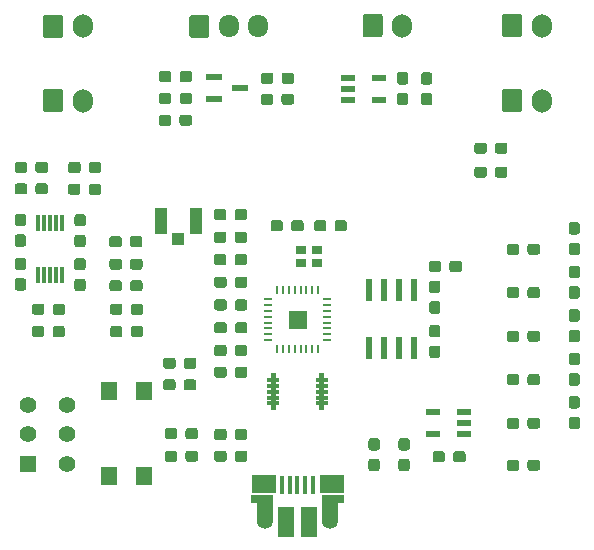
<source format=gbr>
G04 #@! TF.GenerationSoftware,KiCad,Pcbnew,(5.1.5)-2*
G04 #@! TF.CreationDate,2020-01-06T21:48:33-06:00*
G04 #@! TF.ProjectId,WirelessEStop_Tx,57697265-6c65-4737-9345-53746f705f54,rev?*
G04 #@! TF.SameCoordinates,Original*
G04 #@! TF.FileFunction,Soldermask,Top*
G04 #@! TF.FilePolarity,Negative*
%FSLAX46Y46*%
G04 Gerber Fmt 4.6, Leading zero omitted, Abs format (unit mm)*
G04 Created by KiCad (PCBNEW (5.1.5)-2) date 2020-01-06 21:48:33*
%MOMM*%
%LPD*%
G04 APERTURE LIST*
%ADD10C,0.100000*%
%ADD11O,1.700000X2.000000*%
%ADD12O,1.700000X1.950000*%
%ADD13R,1.320800X0.558800*%
%ADD14R,1.270000X0.558800*%
%ADD15R,1.000000X0.300000*%
%ADD16R,0.590000X1.970000*%
%ADD17C,1.400000*%
%ADD18R,1.400000X1.400000*%
%ADD19R,1.400000X1.600000*%
%ADD20R,0.900000X0.800000*%
%ADD21R,1.500000X1.500000*%
%ADD22R,0.250000X0.800000*%
%ADD23R,0.800000X0.250000*%
%ADD24R,1.350000X2.000000*%
%ADD25R,1.825000X0.700000*%
%ADD26R,2.000000X1.500000*%
%ADD27R,0.400000X1.650000*%
%ADD28O,1.100000X1.500000*%
%ADD29O,1.350000X1.700000*%
%ADD30R,1.430000X2.500000*%
%ADD31R,1.100000X2.250000*%
%ADD32R,1.050000X1.100000*%
%ADD33R,0.300000X1.400000*%
G04 APERTURE END LIST*
D10*
G36*
X128850000Y-151866000D02*
G01*
X129250000Y-151866000D01*
X129250000Y-152966000D01*
X128850000Y-152966000D01*
X128850000Y-151866000D01*
G37*
G36*
X128850000Y-152366000D02*
G01*
X129250000Y-152366000D01*
X129250000Y-153466000D01*
X128850000Y-153466000D01*
X128850000Y-152366000D01*
G37*
G36*
X128850000Y-152866000D02*
G01*
X129250000Y-152866000D01*
X129250000Y-153966000D01*
X128850000Y-153966000D01*
X128850000Y-152866000D01*
G37*
G36*
X128850000Y-153366000D02*
G01*
X129250000Y-153366000D01*
X129250000Y-154466000D01*
X128850000Y-154466000D01*
X128850000Y-153366000D01*
G37*
G36*
X128850000Y-153866000D02*
G01*
X129250000Y-153866000D01*
X129250000Y-154966000D01*
X128850000Y-154966000D01*
X128850000Y-153866000D01*
G37*
G36*
X124750000Y-153866000D02*
G01*
X125150000Y-153866000D01*
X125150000Y-154966000D01*
X124750000Y-154966000D01*
X124750000Y-153866000D01*
G37*
G36*
X124750000Y-153366000D02*
G01*
X125150000Y-153366000D01*
X125150000Y-154466000D01*
X124750000Y-154466000D01*
X124750000Y-153366000D01*
G37*
G36*
X124750000Y-152866000D02*
G01*
X125150000Y-152866000D01*
X125150000Y-153966000D01*
X124750000Y-153966000D01*
X124750000Y-152866000D01*
G37*
G36*
X124750000Y-152366000D02*
G01*
X125150000Y-152366000D01*
X125150000Y-153466000D01*
X124750000Y-153466000D01*
X124750000Y-152366000D01*
G37*
G36*
X124750000Y-151866000D02*
G01*
X125150000Y-151866000D01*
X125150000Y-152966000D01*
X124750000Y-152966000D01*
X124750000Y-151866000D01*
G37*
G36*
X133974504Y-121429204D02*
G01*
X133998773Y-121432804D01*
X134022571Y-121438765D01*
X134045671Y-121447030D01*
X134067849Y-121457520D01*
X134088893Y-121470133D01*
X134108598Y-121484747D01*
X134126777Y-121501223D01*
X134143253Y-121519402D01*
X134157867Y-121539107D01*
X134170480Y-121560151D01*
X134180970Y-121582329D01*
X134189235Y-121605429D01*
X134195196Y-121629227D01*
X134198796Y-121653496D01*
X134200000Y-121678000D01*
X134200000Y-123178000D01*
X134198796Y-123202504D01*
X134195196Y-123226773D01*
X134189235Y-123250571D01*
X134180970Y-123273671D01*
X134170480Y-123295849D01*
X134157867Y-123316893D01*
X134143253Y-123336598D01*
X134126777Y-123354777D01*
X134108598Y-123371253D01*
X134088893Y-123385867D01*
X134067849Y-123398480D01*
X134045671Y-123408970D01*
X134022571Y-123417235D01*
X133998773Y-123423196D01*
X133974504Y-123426796D01*
X133950000Y-123428000D01*
X132750000Y-123428000D01*
X132725496Y-123426796D01*
X132701227Y-123423196D01*
X132677429Y-123417235D01*
X132654329Y-123408970D01*
X132632151Y-123398480D01*
X132611107Y-123385867D01*
X132591402Y-123371253D01*
X132573223Y-123354777D01*
X132556747Y-123336598D01*
X132542133Y-123316893D01*
X132529520Y-123295849D01*
X132519030Y-123273671D01*
X132510765Y-123250571D01*
X132504804Y-123226773D01*
X132501204Y-123202504D01*
X132500000Y-123178000D01*
X132500000Y-121678000D01*
X132501204Y-121653496D01*
X132504804Y-121629227D01*
X132510765Y-121605429D01*
X132519030Y-121582329D01*
X132529520Y-121560151D01*
X132542133Y-121539107D01*
X132556747Y-121519402D01*
X132573223Y-121501223D01*
X132591402Y-121484747D01*
X132611107Y-121470133D01*
X132632151Y-121457520D01*
X132654329Y-121447030D01*
X132677429Y-121438765D01*
X132701227Y-121432804D01*
X132725496Y-121429204D01*
X132750000Y-121428000D01*
X133950000Y-121428000D01*
X133974504Y-121429204D01*
G37*
D11*
X135850000Y-122428000D03*
X108799000Y-122491500D03*
D10*
G36*
X106923504Y-121492704D02*
G01*
X106947773Y-121496304D01*
X106971571Y-121502265D01*
X106994671Y-121510530D01*
X107016849Y-121521020D01*
X107037893Y-121533633D01*
X107057598Y-121548247D01*
X107075777Y-121564723D01*
X107092253Y-121582902D01*
X107106867Y-121602607D01*
X107119480Y-121623651D01*
X107129970Y-121645829D01*
X107138235Y-121668929D01*
X107144196Y-121692727D01*
X107147796Y-121716996D01*
X107149000Y-121741500D01*
X107149000Y-123241500D01*
X107147796Y-123266004D01*
X107144196Y-123290273D01*
X107138235Y-123314071D01*
X107129970Y-123337171D01*
X107119480Y-123359349D01*
X107106867Y-123380393D01*
X107092253Y-123400098D01*
X107075777Y-123418277D01*
X107057598Y-123434753D01*
X107037893Y-123449367D01*
X107016849Y-123461980D01*
X106994671Y-123472470D01*
X106971571Y-123480735D01*
X106947773Y-123486696D01*
X106923504Y-123490296D01*
X106899000Y-123491500D01*
X105699000Y-123491500D01*
X105674496Y-123490296D01*
X105650227Y-123486696D01*
X105626429Y-123480735D01*
X105603329Y-123472470D01*
X105581151Y-123461980D01*
X105560107Y-123449367D01*
X105540402Y-123434753D01*
X105522223Y-123418277D01*
X105505747Y-123400098D01*
X105491133Y-123380393D01*
X105478520Y-123359349D01*
X105468030Y-123337171D01*
X105459765Y-123314071D01*
X105453804Y-123290273D01*
X105450204Y-123266004D01*
X105449000Y-123241500D01*
X105449000Y-121741500D01*
X105450204Y-121716996D01*
X105453804Y-121692727D01*
X105459765Y-121668929D01*
X105468030Y-121645829D01*
X105478520Y-121623651D01*
X105491133Y-121602607D01*
X105505747Y-121582902D01*
X105522223Y-121564723D01*
X105540402Y-121548247D01*
X105560107Y-121533633D01*
X105581151Y-121521020D01*
X105603329Y-121510530D01*
X105626429Y-121502265D01*
X105650227Y-121496304D01*
X105674496Y-121492704D01*
X105699000Y-121491500D01*
X106899000Y-121491500D01*
X106923504Y-121492704D01*
G37*
D11*
X147661000Y-128778000D03*
D10*
G36*
X145785504Y-127779204D02*
G01*
X145809773Y-127782804D01*
X145833571Y-127788765D01*
X145856671Y-127797030D01*
X145878849Y-127807520D01*
X145899893Y-127820133D01*
X145919598Y-127834747D01*
X145937777Y-127851223D01*
X145954253Y-127869402D01*
X145968867Y-127889107D01*
X145981480Y-127910151D01*
X145991970Y-127932329D01*
X146000235Y-127955429D01*
X146006196Y-127979227D01*
X146009796Y-128003496D01*
X146011000Y-128028000D01*
X146011000Y-129528000D01*
X146009796Y-129552504D01*
X146006196Y-129576773D01*
X146000235Y-129600571D01*
X145991970Y-129623671D01*
X145981480Y-129645849D01*
X145968867Y-129666893D01*
X145954253Y-129686598D01*
X145937777Y-129704777D01*
X145919598Y-129721253D01*
X145899893Y-129735867D01*
X145878849Y-129748480D01*
X145856671Y-129758970D01*
X145833571Y-129767235D01*
X145809773Y-129773196D01*
X145785504Y-129776796D01*
X145761000Y-129778000D01*
X144561000Y-129778000D01*
X144536496Y-129776796D01*
X144512227Y-129773196D01*
X144488429Y-129767235D01*
X144465329Y-129758970D01*
X144443151Y-129748480D01*
X144422107Y-129735867D01*
X144402402Y-129721253D01*
X144384223Y-129704777D01*
X144367747Y-129686598D01*
X144353133Y-129666893D01*
X144340520Y-129645849D01*
X144330030Y-129623671D01*
X144321765Y-129600571D01*
X144315804Y-129576773D01*
X144312204Y-129552504D01*
X144311000Y-129528000D01*
X144311000Y-128028000D01*
X144312204Y-128003496D01*
X144315804Y-127979227D01*
X144321765Y-127955429D01*
X144330030Y-127932329D01*
X144340520Y-127910151D01*
X144353133Y-127889107D01*
X144367747Y-127869402D01*
X144384223Y-127851223D01*
X144402402Y-127834747D01*
X144422107Y-127820133D01*
X144443151Y-127807520D01*
X144465329Y-127797030D01*
X144488429Y-127788765D01*
X144512227Y-127782804D01*
X144536496Y-127779204D01*
X144561000Y-127778000D01*
X145761000Y-127778000D01*
X145785504Y-127779204D01*
G37*
D11*
X108799000Y-128778000D03*
D10*
G36*
X106923504Y-127779204D02*
G01*
X106947773Y-127782804D01*
X106971571Y-127788765D01*
X106994671Y-127797030D01*
X107016849Y-127807520D01*
X107037893Y-127820133D01*
X107057598Y-127834747D01*
X107075777Y-127851223D01*
X107092253Y-127869402D01*
X107106867Y-127889107D01*
X107119480Y-127910151D01*
X107129970Y-127932329D01*
X107138235Y-127955429D01*
X107144196Y-127979227D01*
X107147796Y-128003496D01*
X107149000Y-128028000D01*
X107149000Y-129528000D01*
X107147796Y-129552504D01*
X107144196Y-129576773D01*
X107138235Y-129600571D01*
X107129970Y-129623671D01*
X107119480Y-129645849D01*
X107106867Y-129666893D01*
X107092253Y-129686598D01*
X107075777Y-129704777D01*
X107057598Y-129721253D01*
X107037893Y-129735867D01*
X107016849Y-129748480D01*
X106994671Y-129758970D01*
X106971571Y-129767235D01*
X106947773Y-129773196D01*
X106923504Y-129776796D01*
X106899000Y-129778000D01*
X105699000Y-129778000D01*
X105674496Y-129776796D01*
X105650227Y-129773196D01*
X105626429Y-129767235D01*
X105603329Y-129758970D01*
X105581151Y-129748480D01*
X105560107Y-129735867D01*
X105540402Y-129721253D01*
X105522223Y-129704777D01*
X105505747Y-129686598D01*
X105491133Y-129666893D01*
X105478520Y-129645849D01*
X105468030Y-129623671D01*
X105459765Y-129600571D01*
X105453804Y-129576773D01*
X105450204Y-129552504D01*
X105449000Y-129528000D01*
X105449000Y-128028000D01*
X105450204Y-128003496D01*
X105453804Y-127979227D01*
X105459765Y-127955429D01*
X105468030Y-127932329D01*
X105478520Y-127910151D01*
X105491133Y-127889107D01*
X105505747Y-127869402D01*
X105522223Y-127851223D01*
X105540402Y-127834747D01*
X105560107Y-127820133D01*
X105581151Y-127807520D01*
X105603329Y-127797030D01*
X105626429Y-127788765D01*
X105650227Y-127782804D01*
X105674496Y-127779204D01*
X105699000Y-127778000D01*
X106899000Y-127778000D01*
X106923504Y-127779204D01*
G37*
D11*
X147661000Y-122428000D03*
D10*
G36*
X145785504Y-121429204D02*
G01*
X145809773Y-121432804D01*
X145833571Y-121438765D01*
X145856671Y-121447030D01*
X145878849Y-121457520D01*
X145899893Y-121470133D01*
X145919598Y-121484747D01*
X145937777Y-121501223D01*
X145954253Y-121519402D01*
X145968867Y-121539107D01*
X145981480Y-121560151D01*
X145991970Y-121582329D01*
X146000235Y-121605429D01*
X146006196Y-121629227D01*
X146009796Y-121653496D01*
X146011000Y-121678000D01*
X146011000Y-123178000D01*
X146009796Y-123202504D01*
X146006196Y-123226773D01*
X146000235Y-123250571D01*
X145991970Y-123273671D01*
X145981480Y-123295849D01*
X145968867Y-123316893D01*
X145954253Y-123336598D01*
X145937777Y-123354777D01*
X145919598Y-123371253D01*
X145899893Y-123385867D01*
X145878849Y-123398480D01*
X145856671Y-123408970D01*
X145833571Y-123417235D01*
X145809773Y-123423196D01*
X145785504Y-123426796D01*
X145761000Y-123428000D01*
X144561000Y-123428000D01*
X144536496Y-123426796D01*
X144512227Y-123423196D01*
X144488429Y-123417235D01*
X144465329Y-123408970D01*
X144443151Y-123398480D01*
X144422107Y-123385867D01*
X144402402Y-123371253D01*
X144384223Y-123354777D01*
X144367747Y-123336598D01*
X144353133Y-123316893D01*
X144340520Y-123295849D01*
X144330030Y-123273671D01*
X144321765Y-123250571D01*
X144315804Y-123226773D01*
X144312204Y-123202504D01*
X144311000Y-123178000D01*
X144311000Y-121678000D01*
X144312204Y-121653496D01*
X144315804Y-121629227D01*
X144321765Y-121605429D01*
X144330030Y-121582329D01*
X144340520Y-121560151D01*
X144353133Y-121539107D01*
X144367747Y-121519402D01*
X144384223Y-121501223D01*
X144402402Y-121484747D01*
X144422107Y-121470133D01*
X144443151Y-121457520D01*
X144465329Y-121447030D01*
X144488429Y-121438765D01*
X144512227Y-121432804D01*
X144536496Y-121429204D01*
X144561000Y-121428000D01*
X145761000Y-121428000D01*
X145785504Y-121429204D01*
G37*
D12*
X123681500Y-122491500D03*
X121181500Y-122491500D03*
D10*
G36*
X119306004Y-121517704D02*
G01*
X119330273Y-121521304D01*
X119354071Y-121527265D01*
X119377171Y-121535530D01*
X119399349Y-121546020D01*
X119420393Y-121558633D01*
X119440098Y-121573247D01*
X119458277Y-121589723D01*
X119474753Y-121607902D01*
X119489367Y-121627607D01*
X119501980Y-121648651D01*
X119512470Y-121670829D01*
X119520735Y-121693929D01*
X119526696Y-121717727D01*
X119530296Y-121741996D01*
X119531500Y-121766500D01*
X119531500Y-123216500D01*
X119530296Y-123241004D01*
X119526696Y-123265273D01*
X119520735Y-123289071D01*
X119512470Y-123312171D01*
X119501980Y-123334349D01*
X119489367Y-123355393D01*
X119474753Y-123375098D01*
X119458277Y-123393277D01*
X119440098Y-123409753D01*
X119420393Y-123424367D01*
X119399349Y-123436980D01*
X119377171Y-123447470D01*
X119354071Y-123455735D01*
X119330273Y-123461696D01*
X119306004Y-123465296D01*
X119281500Y-123466500D01*
X118081500Y-123466500D01*
X118056996Y-123465296D01*
X118032727Y-123461696D01*
X118008929Y-123455735D01*
X117985829Y-123447470D01*
X117963651Y-123436980D01*
X117942607Y-123424367D01*
X117922902Y-123409753D01*
X117904723Y-123393277D01*
X117888247Y-123375098D01*
X117873633Y-123355393D01*
X117861020Y-123334349D01*
X117850530Y-123312171D01*
X117842265Y-123289071D01*
X117836304Y-123265273D01*
X117832704Y-123241004D01*
X117831500Y-123216500D01*
X117831500Y-121766500D01*
X117832704Y-121741996D01*
X117836304Y-121717727D01*
X117842265Y-121693929D01*
X117850530Y-121670829D01*
X117861020Y-121648651D01*
X117873633Y-121627607D01*
X117888247Y-121607902D01*
X117904723Y-121589723D01*
X117922902Y-121573247D01*
X117942607Y-121558633D01*
X117963651Y-121546020D01*
X117985829Y-121535530D01*
X118008929Y-121527265D01*
X118032727Y-121521304D01*
X118056996Y-121517704D01*
X118081500Y-121516500D01*
X119281500Y-121516500D01*
X119306004Y-121517704D01*
G37*
D13*
X122123200Y-127698500D03*
X119938800Y-128638300D03*
X119938800Y-126758700D03*
D14*
X133883400Y-126822200D03*
X133883400Y-128701800D03*
X131292600Y-128701800D03*
X131292600Y-127762000D03*
X131292600Y-126822200D03*
X138468100Y-157022800D03*
X138468100Y-155143200D03*
X141058900Y-155143200D03*
X141058900Y-156083000D03*
X141058900Y-157022800D03*
D15*
X129050000Y-152416000D03*
X129050000Y-152916000D03*
X129050000Y-153416000D03*
X129050000Y-153916000D03*
X129050000Y-154416000D03*
X124950000Y-154416000D03*
X124950000Y-153916000D03*
X124950000Y-153416000D03*
X124950000Y-152916000D03*
X124950000Y-152416000D03*
D16*
X136880600Y-149744200D03*
X135610600Y-149744200D03*
X134340600Y-149744200D03*
X133070600Y-149744200D03*
X133070600Y-144794200D03*
X134340600Y-144794200D03*
X135610600Y-144794200D03*
X136880600Y-144794200D03*
D17*
X107440000Y-154512000D03*
X107440000Y-157012000D03*
X107440000Y-159512000D03*
X104140000Y-154512000D03*
X104140000Y-157012000D03*
D18*
X104140000Y-159512000D03*
D19*
X114022000Y-160572000D03*
X114022000Y-153372000D03*
X111022000Y-160572000D03*
X111022000Y-153372000D03*
D20*
X127252500Y-141436000D03*
X128652500Y-141436000D03*
X128652500Y-142536000D03*
X127252500Y-142536000D03*
D21*
X127000000Y-147320000D03*
D22*
X125250000Y-144820000D03*
X125750000Y-144820000D03*
X126250000Y-144820000D03*
X126750000Y-144820000D03*
X127250000Y-144820000D03*
X127750000Y-144820000D03*
X128250000Y-144820000D03*
X128750000Y-144820000D03*
D23*
X129500000Y-145570000D03*
X129500000Y-146070000D03*
X129500000Y-146570000D03*
X129500000Y-147070000D03*
X129500000Y-147570000D03*
X129500000Y-148070000D03*
X129500000Y-148570000D03*
X129500000Y-149070000D03*
D22*
X128750000Y-149820000D03*
X128250000Y-149820000D03*
X127750000Y-149820000D03*
X127250000Y-149820000D03*
X126750000Y-149820000D03*
X126250000Y-149820000D03*
X125750000Y-149820000D03*
X125250000Y-149820000D03*
D23*
X124500000Y-149070000D03*
X124500000Y-148570000D03*
X124500000Y-148070000D03*
X124500000Y-147570000D03*
X124500000Y-147070000D03*
X124500000Y-146570000D03*
X124500000Y-146070000D03*
X124500000Y-145570000D03*
D10*
G36*
X138182779Y-126377144D02*
G01*
X138205834Y-126380563D01*
X138228443Y-126386227D01*
X138250387Y-126394079D01*
X138271457Y-126404044D01*
X138291448Y-126416026D01*
X138310168Y-126429910D01*
X138327438Y-126445562D01*
X138343090Y-126462832D01*
X138356974Y-126481552D01*
X138368956Y-126501543D01*
X138378921Y-126522613D01*
X138386773Y-126544557D01*
X138392437Y-126567166D01*
X138395856Y-126590221D01*
X138397000Y-126613500D01*
X138397000Y-127188500D01*
X138395856Y-127211779D01*
X138392437Y-127234834D01*
X138386773Y-127257443D01*
X138378921Y-127279387D01*
X138368956Y-127300457D01*
X138356974Y-127320448D01*
X138343090Y-127339168D01*
X138327438Y-127356438D01*
X138310168Y-127372090D01*
X138291448Y-127385974D01*
X138271457Y-127397956D01*
X138250387Y-127407921D01*
X138228443Y-127415773D01*
X138205834Y-127421437D01*
X138182779Y-127424856D01*
X138159500Y-127426000D01*
X137684500Y-127426000D01*
X137661221Y-127424856D01*
X137638166Y-127421437D01*
X137615557Y-127415773D01*
X137593613Y-127407921D01*
X137572543Y-127397956D01*
X137552552Y-127385974D01*
X137533832Y-127372090D01*
X137516562Y-127356438D01*
X137500910Y-127339168D01*
X137487026Y-127320448D01*
X137475044Y-127300457D01*
X137465079Y-127279387D01*
X137457227Y-127257443D01*
X137451563Y-127234834D01*
X137448144Y-127211779D01*
X137447000Y-127188500D01*
X137447000Y-126613500D01*
X137448144Y-126590221D01*
X137451563Y-126567166D01*
X137457227Y-126544557D01*
X137465079Y-126522613D01*
X137475044Y-126501543D01*
X137487026Y-126481552D01*
X137500910Y-126462832D01*
X137516562Y-126445562D01*
X137533832Y-126429910D01*
X137552552Y-126416026D01*
X137572543Y-126404044D01*
X137593613Y-126394079D01*
X137615557Y-126386227D01*
X137638166Y-126380563D01*
X137661221Y-126377144D01*
X137684500Y-126376000D01*
X138159500Y-126376000D01*
X138182779Y-126377144D01*
G37*
G36*
X138182779Y-128127144D02*
G01*
X138205834Y-128130563D01*
X138228443Y-128136227D01*
X138250387Y-128144079D01*
X138271457Y-128154044D01*
X138291448Y-128166026D01*
X138310168Y-128179910D01*
X138327438Y-128195562D01*
X138343090Y-128212832D01*
X138356974Y-128231552D01*
X138368956Y-128251543D01*
X138378921Y-128272613D01*
X138386773Y-128294557D01*
X138392437Y-128317166D01*
X138395856Y-128340221D01*
X138397000Y-128363500D01*
X138397000Y-128938500D01*
X138395856Y-128961779D01*
X138392437Y-128984834D01*
X138386773Y-129007443D01*
X138378921Y-129029387D01*
X138368956Y-129050457D01*
X138356974Y-129070448D01*
X138343090Y-129089168D01*
X138327438Y-129106438D01*
X138310168Y-129122090D01*
X138291448Y-129135974D01*
X138271457Y-129147956D01*
X138250387Y-129157921D01*
X138228443Y-129165773D01*
X138205834Y-129171437D01*
X138182779Y-129174856D01*
X138159500Y-129176000D01*
X137684500Y-129176000D01*
X137661221Y-129174856D01*
X137638166Y-129171437D01*
X137615557Y-129165773D01*
X137593613Y-129157921D01*
X137572543Y-129147956D01*
X137552552Y-129135974D01*
X137533832Y-129122090D01*
X137516562Y-129106438D01*
X137500910Y-129089168D01*
X137487026Y-129070448D01*
X137475044Y-129050457D01*
X137465079Y-129029387D01*
X137457227Y-129007443D01*
X137451563Y-128984834D01*
X137448144Y-128961779D01*
X137447000Y-128938500D01*
X137447000Y-128363500D01*
X137448144Y-128340221D01*
X137451563Y-128317166D01*
X137457227Y-128294557D01*
X137465079Y-128272613D01*
X137475044Y-128251543D01*
X137487026Y-128231552D01*
X137500910Y-128212832D01*
X137516562Y-128195562D01*
X137533832Y-128179910D01*
X137552552Y-128166026D01*
X137572543Y-128154044D01*
X137593613Y-128144079D01*
X137615557Y-128136227D01*
X137638166Y-128130563D01*
X137661221Y-128127144D01*
X137684500Y-128126000D01*
X138159500Y-128126000D01*
X138182779Y-128127144D01*
G37*
G36*
X136150779Y-128113144D02*
G01*
X136173834Y-128116563D01*
X136196443Y-128122227D01*
X136218387Y-128130079D01*
X136239457Y-128140044D01*
X136259448Y-128152026D01*
X136278168Y-128165910D01*
X136295438Y-128181562D01*
X136311090Y-128198832D01*
X136324974Y-128217552D01*
X136336956Y-128237543D01*
X136346921Y-128258613D01*
X136354773Y-128280557D01*
X136360437Y-128303166D01*
X136363856Y-128326221D01*
X136365000Y-128349500D01*
X136365000Y-128924500D01*
X136363856Y-128947779D01*
X136360437Y-128970834D01*
X136354773Y-128993443D01*
X136346921Y-129015387D01*
X136336956Y-129036457D01*
X136324974Y-129056448D01*
X136311090Y-129075168D01*
X136295438Y-129092438D01*
X136278168Y-129108090D01*
X136259448Y-129121974D01*
X136239457Y-129133956D01*
X136218387Y-129143921D01*
X136196443Y-129151773D01*
X136173834Y-129157437D01*
X136150779Y-129160856D01*
X136127500Y-129162000D01*
X135652500Y-129162000D01*
X135629221Y-129160856D01*
X135606166Y-129157437D01*
X135583557Y-129151773D01*
X135561613Y-129143921D01*
X135540543Y-129133956D01*
X135520552Y-129121974D01*
X135501832Y-129108090D01*
X135484562Y-129092438D01*
X135468910Y-129075168D01*
X135455026Y-129056448D01*
X135443044Y-129036457D01*
X135433079Y-129015387D01*
X135425227Y-128993443D01*
X135419563Y-128970834D01*
X135416144Y-128947779D01*
X135415000Y-128924500D01*
X135415000Y-128349500D01*
X135416144Y-128326221D01*
X135419563Y-128303166D01*
X135425227Y-128280557D01*
X135433079Y-128258613D01*
X135443044Y-128237543D01*
X135455026Y-128217552D01*
X135468910Y-128198832D01*
X135484562Y-128181562D01*
X135501832Y-128165910D01*
X135520552Y-128152026D01*
X135540543Y-128140044D01*
X135561613Y-128130079D01*
X135583557Y-128122227D01*
X135606166Y-128116563D01*
X135629221Y-128113144D01*
X135652500Y-128112000D01*
X136127500Y-128112000D01*
X136150779Y-128113144D01*
G37*
G36*
X136150779Y-126363144D02*
G01*
X136173834Y-126366563D01*
X136196443Y-126372227D01*
X136218387Y-126380079D01*
X136239457Y-126390044D01*
X136259448Y-126402026D01*
X136278168Y-126415910D01*
X136295438Y-126431562D01*
X136311090Y-126448832D01*
X136324974Y-126467552D01*
X136336956Y-126487543D01*
X136346921Y-126508613D01*
X136354773Y-126530557D01*
X136360437Y-126553166D01*
X136363856Y-126576221D01*
X136365000Y-126599500D01*
X136365000Y-127174500D01*
X136363856Y-127197779D01*
X136360437Y-127220834D01*
X136354773Y-127243443D01*
X136346921Y-127265387D01*
X136336956Y-127286457D01*
X136324974Y-127306448D01*
X136311090Y-127325168D01*
X136295438Y-127342438D01*
X136278168Y-127358090D01*
X136259448Y-127371974D01*
X136239457Y-127383956D01*
X136218387Y-127393921D01*
X136196443Y-127401773D01*
X136173834Y-127407437D01*
X136150779Y-127410856D01*
X136127500Y-127412000D01*
X135652500Y-127412000D01*
X135629221Y-127410856D01*
X135606166Y-127407437D01*
X135583557Y-127401773D01*
X135561613Y-127393921D01*
X135540543Y-127383956D01*
X135520552Y-127371974D01*
X135501832Y-127358090D01*
X135484562Y-127342438D01*
X135468910Y-127325168D01*
X135455026Y-127306448D01*
X135443044Y-127286457D01*
X135433079Y-127265387D01*
X135425227Y-127243443D01*
X135419563Y-127220834D01*
X135416144Y-127197779D01*
X135415000Y-127174500D01*
X135415000Y-126599500D01*
X135416144Y-126576221D01*
X135419563Y-126553166D01*
X135425227Y-126530557D01*
X135433079Y-126508613D01*
X135443044Y-126487543D01*
X135455026Y-126467552D01*
X135468910Y-126448832D01*
X135484562Y-126431562D01*
X135501832Y-126415910D01*
X135520552Y-126402026D01*
X135540543Y-126390044D01*
X135561613Y-126380079D01*
X135583557Y-126372227D01*
X135606166Y-126366563D01*
X135629221Y-126363144D01*
X135652500Y-126362000D01*
X136127500Y-126362000D01*
X136150779Y-126363144D01*
G37*
G36*
X118343279Y-156498144D02*
G01*
X118366334Y-156501563D01*
X118388943Y-156507227D01*
X118410887Y-156515079D01*
X118431957Y-156525044D01*
X118451948Y-156537026D01*
X118470668Y-156550910D01*
X118487938Y-156566562D01*
X118503590Y-156583832D01*
X118517474Y-156602552D01*
X118529456Y-156622543D01*
X118539421Y-156643613D01*
X118547273Y-156665557D01*
X118552937Y-156688166D01*
X118556356Y-156711221D01*
X118557500Y-156734500D01*
X118557500Y-157209500D01*
X118556356Y-157232779D01*
X118552937Y-157255834D01*
X118547273Y-157278443D01*
X118539421Y-157300387D01*
X118529456Y-157321457D01*
X118517474Y-157341448D01*
X118503590Y-157360168D01*
X118487938Y-157377438D01*
X118470668Y-157393090D01*
X118451948Y-157406974D01*
X118431957Y-157418956D01*
X118410887Y-157428921D01*
X118388943Y-157436773D01*
X118366334Y-157442437D01*
X118343279Y-157445856D01*
X118320000Y-157447000D01*
X117745000Y-157447000D01*
X117721721Y-157445856D01*
X117698666Y-157442437D01*
X117676057Y-157436773D01*
X117654113Y-157428921D01*
X117633043Y-157418956D01*
X117613052Y-157406974D01*
X117594332Y-157393090D01*
X117577062Y-157377438D01*
X117561410Y-157360168D01*
X117547526Y-157341448D01*
X117535544Y-157321457D01*
X117525579Y-157300387D01*
X117517727Y-157278443D01*
X117512063Y-157255834D01*
X117508644Y-157232779D01*
X117507500Y-157209500D01*
X117507500Y-156734500D01*
X117508644Y-156711221D01*
X117512063Y-156688166D01*
X117517727Y-156665557D01*
X117525579Y-156643613D01*
X117535544Y-156622543D01*
X117547526Y-156602552D01*
X117561410Y-156583832D01*
X117577062Y-156566562D01*
X117594332Y-156550910D01*
X117613052Y-156537026D01*
X117633043Y-156525044D01*
X117654113Y-156515079D01*
X117676057Y-156507227D01*
X117698666Y-156501563D01*
X117721721Y-156498144D01*
X117745000Y-156497000D01*
X118320000Y-156497000D01*
X118343279Y-156498144D01*
G37*
G36*
X116593279Y-156498144D02*
G01*
X116616334Y-156501563D01*
X116638943Y-156507227D01*
X116660887Y-156515079D01*
X116681957Y-156525044D01*
X116701948Y-156537026D01*
X116720668Y-156550910D01*
X116737938Y-156566562D01*
X116753590Y-156583832D01*
X116767474Y-156602552D01*
X116779456Y-156622543D01*
X116789421Y-156643613D01*
X116797273Y-156665557D01*
X116802937Y-156688166D01*
X116806356Y-156711221D01*
X116807500Y-156734500D01*
X116807500Y-157209500D01*
X116806356Y-157232779D01*
X116802937Y-157255834D01*
X116797273Y-157278443D01*
X116789421Y-157300387D01*
X116779456Y-157321457D01*
X116767474Y-157341448D01*
X116753590Y-157360168D01*
X116737938Y-157377438D01*
X116720668Y-157393090D01*
X116701948Y-157406974D01*
X116681957Y-157418956D01*
X116660887Y-157428921D01*
X116638943Y-157436773D01*
X116616334Y-157442437D01*
X116593279Y-157445856D01*
X116570000Y-157447000D01*
X115995000Y-157447000D01*
X115971721Y-157445856D01*
X115948666Y-157442437D01*
X115926057Y-157436773D01*
X115904113Y-157428921D01*
X115883043Y-157418956D01*
X115863052Y-157406974D01*
X115844332Y-157393090D01*
X115827062Y-157377438D01*
X115811410Y-157360168D01*
X115797526Y-157341448D01*
X115785544Y-157321457D01*
X115775579Y-157300387D01*
X115767727Y-157278443D01*
X115762063Y-157255834D01*
X115758644Y-157232779D01*
X115757500Y-157209500D01*
X115757500Y-156734500D01*
X115758644Y-156711221D01*
X115762063Y-156688166D01*
X115767727Y-156665557D01*
X115775579Y-156643613D01*
X115785544Y-156622543D01*
X115797526Y-156602552D01*
X115811410Y-156583832D01*
X115827062Y-156566562D01*
X115844332Y-156550910D01*
X115863052Y-156537026D01*
X115883043Y-156525044D01*
X115904113Y-156515079D01*
X115926057Y-156507227D01*
X115948666Y-156501563D01*
X115971721Y-156498144D01*
X115995000Y-156497000D01*
X116570000Y-156497000D01*
X116593279Y-156498144D01*
G37*
G36*
X150692279Y-139063144D02*
G01*
X150715334Y-139066563D01*
X150737943Y-139072227D01*
X150759887Y-139080079D01*
X150780957Y-139090044D01*
X150800948Y-139102026D01*
X150819668Y-139115910D01*
X150836938Y-139131562D01*
X150852590Y-139148832D01*
X150866474Y-139167552D01*
X150878456Y-139187543D01*
X150888421Y-139208613D01*
X150896273Y-139230557D01*
X150901937Y-139253166D01*
X150905356Y-139276221D01*
X150906500Y-139299500D01*
X150906500Y-139874500D01*
X150905356Y-139897779D01*
X150901937Y-139920834D01*
X150896273Y-139943443D01*
X150888421Y-139965387D01*
X150878456Y-139986457D01*
X150866474Y-140006448D01*
X150852590Y-140025168D01*
X150836938Y-140042438D01*
X150819668Y-140058090D01*
X150800948Y-140071974D01*
X150780957Y-140083956D01*
X150759887Y-140093921D01*
X150737943Y-140101773D01*
X150715334Y-140107437D01*
X150692279Y-140110856D01*
X150669000Y-140112000D01*
X150194000Y-140112000D01*
X150170721Y-140110856D01*
X150147666Y-140107437D01*
X150125057Y-140101773D01*
X150103113Y-140093921D01*
X150082043Y-140083956D01*
X150062052Y-140071974D01*
X150043332Y-140058090D01*
X150026062Y-140042438D01*
X150010410Y-140025168D01*
X149996526Y-140006448D01*
X149984544Y-139986457D01*
X149974579Y-139965387D01*
X149966727Y-139943443D01*
X149961063Y-139920834D01*
X149957644Y-139897779D01*
X149956500Y-139874500D01*
X149956500Y-139299500D01*
X149957644Y-139276221D01*
X149961063Y-139253166D01*
X149966727Y-139230557D01*
X149974579Y-139208613D01*
X149984544Y-139187543D01*
X149996526Y-139167552D01*
X150010410Y-139148832D01*
X150026062Y-139131562D01*
X150043332Y-139115910D01*
X150062052Y-139102026D01*
X150082043Y-139090044D01*
X150103113Y-139080079D01*
X150125057Y-139072227D01*
X150147666Y-139066563D01*
X150170721Y-139063144D01*
X150194000Y-139062000D01*
X150669000Y-139062000D01*
X150692279Y-139063144D01*
G37*
G36*
X150692279Y-140813144D02*
G01*
X150715334Y-140816563D01*
X150737943Y-140822227D01*
X150759887Y-140830079D01*
X150780957Y-140840044D01*
X150800948Y-140852026D01*
X150819668Y-140865910D01*
X150836938Y-140881562D01*
X150852590Y-140898832D01*
X150866474Y-140917552D01*
X150878456Y-140937543D01*
X150888421Y-140958613D01*
X150896273Y-140980557D01*
X150901937Y-141003166D01*
X150905356Y-141026221D01*
X150906500Y-141049500D01*
X150906500Y-141624500D01*
X150905356Y-141647779D01*
X150901937Y-141670834D01*
X150896273Y-141693443D01*
X150888421Y-141715387D01*
X150878456Y-141736457D01*
X150866474Y-141756448D01*
X150852590Y-141775168D01*
X150836938Y-141792438D01*
X150819668Y-141808090D01*
X150800948Y-141821974D01*
X150780957Y-141833956D01*
X150759887Y-141843921D01*
X150737943Y-141851773D01*
X150715334Y-141857437D01*
X150692279Y-141860856D01*
X150669000Y-141862000D01*
X150194000Y-141862000D01*
X150170721Y-141860856D01*
X150147666Y-141857437D01*
X150125057Y-141851773D01*
X150103113Y-141843921D01*
X150082043Y-141833956D01*
X150062052Y-141821974D01*
X150043332Y-141808090D01*
X150026062Y-141792438D01*
X150010410Y-141775168D01*
X149996526Y-141756448D01*
X149984544Y-141736457D01*
X149974579Y-141715387D01*
X149966727Y-141693443D01*
X149961063Y-141670834D01*
X149957644Y-141647779D01*
X149956500Y-141624500D01*
X149956500Y-141049500D01*
X149957644Y-141026221D01*
X149961063Y-141003166D01*
X149966727Y-140980557D01*
X149974579Y-140958613D01*
X149984544Y-140937543D01*
X149996526Y-140917552D01*
X150010410Y-140898832D01*
X150026062Y-140881562D01*
X150043332Y-140865910D01*
X150062052Y-140852026D01*
X150082043Y-140840044D01*
X150103113Y-140830079D01*
X150125057Y-140822227D01*
X150147666Y-140816563D01*
X150170721Y-140813144D01*
X150194000Y-140812000D01*
X150669000Y-140812000D01*
X150692279Y-140813144D01*
G37*
G36*
X150692279Y-142746144D02*
G01*
X150715334Y-142749563D01*
X150737943Y-142755227D01*
X150759887Y-142763079D01*
X150780957Y-142773044D01*
X150800948Y-142785026D01*
X150819668Y-142798910D01*
X150836938Y-142814562D01*
X150852590Y-142831832D01*
X150866474Y-142850552D01*
X150878456Y-142870543D01*
X150888421Y-142891613D01*
X150896273Y-142913557D01*
X150901937Y-142936166D01*
X150905356Y-142959221D01*
X150906500Y-142982500D01*
X150906500Y-143557500D01*
X150905356Y-143580779D01*
X150901937Y-143603834D01*
X150896273Y-143626443D01*
X150888421Y-143648387D01*
X150878456Y-143669457D01*
X150866474Y-143689448D01*
X150852590Y-143708168D01*
X150836938Y-143725438D01*
X150819668Y-143741090D01*
X150800948Y-143754974D01*
X150780957Y-143766956D01*
X150759887Y-143776921D01*
X150737943Y-143784773D01*
X150715334Y-143790437D01*
X150692279Y-143793856D01*
X150669000Y-143795000D01*
X150194000Y-143795000D01*
X150170721Y-143793856D01*
X150147666Y-143790437D01*
X150125057Y-143784773D01*
X150103113Y-143776921D01*
X150082043Y-143766956D01*
X150062052Y-143754974D01*
X150043332Y-143741090D01*
X150026062Y-143725438D01*
X150010410Y-143708168D01*
X149996526Y-143689448D01*
X149984544Y-143669457D01*
X149974579Y-143648387D01*
X149966727Y-143626443D01*
X149961063Y-143603834D01*
X149957644Y-143580779D01*
X149956500Y-143557500D01*
X149956500Y-142982500D01*
X149957644Y-142959221D01*
X149961063Y-142936166D01*
X149966727Y-142913557D01*
X149974579Y-142891613D01*
X149984544Y-142870543D01*
X149996526Y-142850552D01*
X150010410Y-142831832D01*
X150026062Y-142814562D01*
X150043332Y-142798910D01*
X150062052Y-142785026D01*
X150082043Y-142773044D01*
X150103113Y-142763079D01*
X150125057Y-142755227D01*
X150147666Y-142749563D01*
X150170721Y-142746144D01*
X150194000Y-142745000D01*
X150669000Y-142745000D01*
X150692279Y-142746144D01*
G37*
G36*
X150692279Y-144496144D02*
G01*
X150715334Y-144499563D01*
X150737943Y-144505227D01*
X150759887Y-144513079D01*
X150780957Y-144523044D01*
X150800948Y-144535026D01*
X150819668Y-144548910D01*
X150836938Y-144564562D01*
X150852590Y-144581832D01*
X150866474Y-144600552D01*
X150878456Y-144620543D01*
X150888421Y-144641613D01*
X150896273Y-144663557D01*
X150901937Y-144686166D01*
X150905356Y-144709221D01*
X150906500Y-144732500D01*
X150906500Y-145307500D01*
X150905356Y-145330779D01*
X150901937Y-145353834D01*
X150896273Y-145376443D01*
X150888421Y-145398387D01*
X150878456Y-145419457D01*
X150866474Y-145439448D01*
X150852590Y-145458168D01*
X150836938Y-145475438D01*
X150819668Y-145491090D01*
X150800948Y-145504974D01*
X150780957Y-145516956D01*
X150759887Y-145526921D01*
X150737943Y-145534773D01*
X150715334Y-145540437D01*
X150692279Y-145543856D01*
X150669000Y-145545000D01*
X150194000Y-145545000D01*
X150170721Y-145543856D01*
X150147666Y-145540437D01*
X150125057Y-145534773D01*
X150103113Y-145526921D01*
X150082043Y-145516956D01*
X150062052Y-145504974D01*
X150043332Y-145491090D01*
X150026062Y-145475438D01*
X150010410Y-145458168D01*
X149996526Y-145439448D01*
X149984544Y-145419457D01*
X149974579Y-145398387D01*
X149966727Y-145376443D01*
X149961063Y-145353834D01*
X149957644Y-145330779D01*
X149956500Y-145307500D01*
X149956500Y-144732500D01*
X149957644Y-144709221D01*
X149961063Y-144686166D01*
X149966727Y-144663557D01*
X149974579Y-144641613D01*
X149984544Y-144620543D01*
X149996526Y-144600552D01*
X150010410Y-144581832D01*
X150026062Y-144564562D01*
X150043332Y-144548910D01*
X150062052Y-144535026D01*
X150082043Y-144523044D01*
X150103113Y-144513079D01*
X150125057Y-144505227D01*
X150147666Y-144499563D01*
X150170721Y-144496144D01*
X150194000Y-144495000D01*
X150669000Y-144495000D01*
X150692279Y-144496144D01*
G37*
G36*
X110151779Y-135797144D02*
G01*
X110174834Y-135800563D01*
X110197443Y-135806227D01*
X110219387Y-135814079D01*
X110240457Y-135824044D01*
X110260448Y-135836026D01*
X110279168Y-135849910D01*
X110296438Y-135865562D01*
X110312090Y-135882832D01*
X110325974Y-135901552D01*
X110337956Y-135921543D01*
X110347921Y-135942613D01*
X110355773Y-135964557D01*
X110361437Y-135987166D01*
X110364856Y-136010221D01*
X110366000Y-136033500D01*
X110366000Y-136508500D01*
X110364856Y-136531779D01*
X110361437Y-136554834D01*
X110355773Y-136577443D01*
X110347921Y-136599387D01*
X110337956Y-136620457D01*
X110325974Y-136640448D01*
X110312090Y-136659168D01*
X110296438Y-136676438D01*
X110279168Y-136692090D01*
X110260448Y-136705974D01*
X110240457Y-136717956D01*
X110219387Y-136727921D01*
X110197443Y-136735773D01*
X110174834Y-136741437D01*
X110151779Y-136744856D01*
X110128500Y-136746000D01*
X109553500Y-136746000D01*
X109530221Y-136744856D01*
X109507166Y-136741437D01*
X109484557Y-136735773D01*
X109462613Y-136727921D01*
X109441543Y-136717956D01*
X109421552Y-136705974D01*
X109402832Y-136692090D01*
X109385562Y-136676438D01*
X109369910Y-136659168D01*
X109356026Y-136640448D01*
X109344044Y-136620457D01*
X109334079Y-136599387D01*
X109326227Y-136577443D01*
X109320563Y-136554834D01*
X109317144Y-136531779D01*
X109316000Y-136508500D01*
X109316000Y-136033500D01*
X109317144Y-136010221D01*
X109320563Y-135987166D01*
X109326227Y-135964557D01*
X109334079Y-135942613D01*
X109344044Y-135921543D01*
X109356026Y-135901552D01*
X109369910Y-135882832D01*
X109385562Y-135865562D01*
X109402832Y-135849910D01*
X109421552Y-135836026D01*
X109441543Y-135824044D01*
X109462613Y-135814079D01*
X109484557Y-135806227D01*
X109507166Y-135800563D01*
X109530221Y-135797144D01*
X109553500Y-135796000D01*
X110128500Y-135796000D01*
X110151779Y-135797144D01*
G37*
G36*
X108401779Y-135797144D02*
G01*
X108424834Y-135800563D01*
X108447443Y-135806227D01*
X108469387Y-135814079D01*
X108490457Y-135824044D01*
X108510448Y-135836026D01*
X108529168Y-135849910D01*
X108546438Y-135865562D01*
X108562090Y-135882832D01*
X108575974Y-135901552D01*
X108587956Y-135921543D01*
X108597921Y-135942613D01*
X108605773Y-135964557D01*
X108611437Y-135987166D01*
X108614856Y-136010221D01*
X108616000Y-136033500D01*
X108616000Y-136508500D01*
X108614856Y-136531779D01*
X108611437Y-136554834D01*
X108605773Y-136577443D01*
X108597921Y-136599387D01*
X108587956Y-136620457D01*
X108575974Y-136640448D01*
X108562090Y-136659168D01*
X108546438Y-136676438D01*
X108529168Y-136692090D01*
X108510448Y-136705974D01*
X108490457Y-136717956D01*
X108469387Y-136727921D01*
X108447443Y-136735773D01*
X108424834Y-136741437D01*
X108401779Y-136744856D01*
X108378500Y-136746000D01*
X107803500Y-136746000D01*
X107780221Y-136744856D01*
X107757166Y-136741437D01*
X107734557Y-136735773D01*
X107712613Y-136727921D01*
X107691543Y-136717956D01*
X107671552Y-136705974D01*
X107652832Y-136692090D01*
X107635562Y-136676438D01*
X107619910Y-136659168D01*
X107606026Y-136640448D01*
X107594044Y-136620457D01*
X107584079Y-136599387D01*
X107576227Y-136577443D01*
X107570563Y-136554834D01*
X107567144Y-136531779D01*
X107566000Y-136508500D01*
X107566000Y-136033500D01*
X107567144Y-136010221D01*
X107570563Y-135987166D01*
X107576227Y-135964557D01*
X107584079Y-135942613D01*
X107594044Y-135921543D01*
X107606026Y-135901552D01*
X107619910Y-135882832D01*
X107635562Y-135865562D01*
X107652832Y-135849910D01*
X107671552Y-135836026D01*
X107691543Y-135824044D01*
X107712613Y-135814079D01*
X107734557Y-135806227D01*
X107757166Y-135800563D01*
X107780221Y-135797144D01*
X107803500Y-135796000D01*
X108378500Y-135796000D01*
X108401779Y-135797144D01*
G37*
G36*
X107103779Y-145957144D02*
G01*
X107126834Y-145960563D01*
X107149443Y-145966227D01*
X107171387Y-145974079D01*
X107192457Y-145984044D01*
X107212448Y-145996026D01*
X107231168Y-146009910D01*
X107248438Y-146025562D01*
X107264090Y-146042832D01*
X107277974Y-146061552D01*
X107289956Y-146081543D01*
X107299921Y-146102613D01*
X107307773Y-146124557D01*
X107313437Y-146147166D01*
X107316856Y-146170221D01*
X107318000Y-146193500D01*
X107318000Y-146668500D01*
X107316856Y-146691779D01*
X107313437Y-146714834D01*
X107307773Y-146737443D01*
X107299921Y-146759387D01*
X107289956Y-146780457D01*
X107277974Y-146800448D01*
X107264090Y-146819168D01*
X107248438Y-146836438D01*
X107231168Y-146852090D01*
X107212448Y-146865974D01*
X107192457Y-146877956D01*
X107171387Y-146887921D01*
X107149443Y-146895773D01*
X107126834Y-146901437D01*
X107103779Y-146904856D01*
X107080500Y-146906000D01*
X106505500Y-146906000D01*
X106482221Y-146904856D01*
X106459166Y-146901437D01*
X106436557Y-146895773D01*
X106414613Y-146887921D01*
X106393543Y-146877956D01*
X106373552Y-146865974D01*
X106354832Y-146852090D01*
X106337562Y-146836438D01*
X106321910Y-146819168D01*
X106308026Y-146800448D01*
X106296044Y-146780457D01*
X106286079Y-146759387D01*
X106278227Y-146737443D01*
X106272563Y-146714834D01*
X106269144Y-146691779D01*
X106268000Y-146668500D01*
X106268000Y-146193500D01*
X106269144Y-146170221D01*
X106272563Y-146147166D01*
X106278227Y-146124557D01*
X106286079Y-146102613D01*
X106296044Y-146081543D01*
X106308026Y-146061552D01*
X106321910Y-146042832D01*
X106337562Y-146025562D01*
X106354832Y-146009910D01*
X106373552Y-145996026D01*
X106393543Y-145984044D01*
X106414613Y-145974079D01*
X106436557Y-145966227D01*
X106459166Y-145960563D01*
X106482221Y-145957144D01*
X106505500Y-145956000D01*
X107080500Y-145956000D01*
X107103779Y-145957144D01*
G37*
G36*
X105353779Y-145957144D02*
G01*
X105376834Y-145960563D01*
X105399443Y-145966227D01*
X105421387Y-145974079D01*
X105442457Y-145984044D01*
X105462448Y-145996026D01*
X105481168Y-146009910D01*
X105498438Y-146025562D01*
X105514090Y-146042832D01*
X105527974Y-146061552D01*
X105539956Y-146081543D01*
X105549921Y-146102613D01*
X105557773Y-146124557D01*
X105563437Y-146147166D01*
X105566856Y-146170221D01*
X105568000Y-146193500D01*
X105568000Y-146668500D01*
X105566856Y-146691779D01*
X105563437Y-146714834D01*
X105557773Y-146737443D01*
X105549921Y-146759387D01*
X105539956Y-146780457D01*
X105527974Y-146800448D01*
X105514090Y-146819168D01*
X105498438Y-146836438D01*
X105481168Y-146852090D01*
X105462448Y-146865974D01*
X105442457Y-146877956D01*
X105421387Y-146887921D01*
X105399443Y-146895773D01*
X105376834Y-146901437D01*
X105353779Y-146904856D01*
X105330500Y-146906000D01*
X104755500Y-146906000D01*
X104732221Y-146904856D01*
X104709166Y-146901437D01*
X104686557Y-146895773D01*
X104664613Y-146887921D01*
X104643543Y-146877956D01*
X104623552Y-146865974D01*
X104604832Y-146852090D01*
X104587562Y-146836438D01*
X104571910Y-146819168D01*
X104558026Y-146800448D01*
X104546044Y-146780457D01*
X104536079Y-146759387D01*
X104528227Y-146737443D01*
X104522563Y-146714834D01*
X104519144Y-146691779D01*
X104518000Y-146668500D01*
X104518000Y-146193500D01*
X104519144Y-146170221D01*
X104522563Y-146147166D01*
X104528227Y-146124557D01*
X104536079Y-146102613D01*
X104546044Y-146081543D01*
X104558026Y-146061552D01*
X104571910Y-146042832D01*
X104587562Y-146025562D01*
X104604832Y-146009910D01*
X104623552Y-145996026D01*
X104643543Y-145984044D01*
X104664613Y-145974079D01*
X104686557Y-145966227D01*
X104709166Y-145960563D01*
X104732221Y-145957144D01*
X104755500Y-145956000D01*
X105330500Y-145956000D01*
X105353779Y-145957144D01*
G37*
G36*
X126485279Y-126399144D02*
G01*
X126508334Y-126402563D01*
X126530943Y-126408227D01*
X126552887Y-126416079D01*
X126573957Y-126426044D01*
X126593948Y-126438026D01*
X126612668Y-126451910D01*
X126629938Y-126467562D01*
X126645590Y-126484832D01*
X126659474Y-126503552D01*
X126671456Y-126523543D01*
X126681421Y-126544613D01*
X126689273Y-126566557D01*
X126694937Y-126589166D01*
X126698356Y-126612221D01*
X126699500Y-126635500D01*
X126699500Y-127110500D01*
X126698356Y-127133779D01*
X126694937Y-127156834D01*
X126689273Y-127179443D01*
X126681421Y-127201387D01*
X126671456Y-127222457D01*
X126659474Y-127242448D01*
X126645590Y-127261168D01*
X126629938Y-127278438D01*
X126612668Y-127294090D01*
X126593948Y-127307974D01*
X126573957Y-127319956D01*
X126552887Y-127329921D01*
X126530943Y-127337773D01*
X126508334Y-127343437D01*
X126485279Y-127346856D01*
X126462000Y-127348000D01*
X125887000Y-127348000D01*
X125863721Y-127346856D01*
X125840666Y-127343437D01*
X125818057Y-127337773D01*
X125796113Y-127329921D01*
X125775043Y-127319956D01*
X125755052Y-127307974D01*
X125736332Y-127294090D01*
X125719062Y-127278438D01*
X125703410Y-127261168D01*
X125689526Y-127242448D01*
X125677544Y-127222457D01*
X125667579Y-127201387D01*
X125659727Y-127179443D01*
X125654063Y-127156834D01*
X125650644Y-127133779D01*
X125649500Y-127110500D01*
X125649500Y-126635500D01*
X125650644Y-126612221D01*
X125654063Y-126589166D01*
X125659727Y-126566557D01*
X125667579Y-126544613D01*
X125677544Y-126523543D01*
X125689526Y-126503552D01*
X125703410Y-126484832D01*
X125719062Y-126467562D01*
X125736332Y-126451910D01*
X125755052Y-126438026D01*
X125775043Y-126426044D01*
X125796113Y-126416079D01*
X125818057Y-126408227D01*
X125840666Y-126402563D01*
X125863721Y-126399144D01*
X125887000Y-126398000D01*
X126462000Y-126398000D01*
X126485279Y-126399144D01*
G37*
G36*
X124735279Y-126399144D02*
G01*
X124758334Y-126402563D01*
X124780943Y-126408227D01*
X124802887Y-126416079D01*
X124823957Y-126426044D01*
X124843948Y-126438026D01*
X124862668Y-126451910D01*
X124879938Y-126467562D01*
X124895590Y-126484832D01*
X124909474Y-126503552D01*
X124921456Y-126523543D01*
X124931421Y-126544613D01*
X124939273Y-126566557D01*
X124944937Y-126589166D01*
X124948356Y-126612221D01*
X124949500Y-126635500D01*
X124949500Y-127110500D01*
X124948356Y-127133779D01*
X124944937Y-127156834D01*
X124939273Y-127179443D01*
X124931421Y-127201387D01*
X124921456Y-127222457D01*
X124909474Y-127242448D01*
X124895590Y-127261168D01*
X124879938Y-127278438D01*
X124862668Y-127294090D01*
X124843948Y-127307974D01*
X124823957Y-127319956D01*
X124802887Y-127329921D01*
X124780943Y-127337773D01*
X124758334Y-127343437D01*
X124735279Y-127346856D01*
X124712000Y-127348000D01*
X124137000Y-127348000D01*
X124113721Y-127346856D01*
X124090666Y-127343437D01*
X124068057Y-127337773D01*
X124046113Y-127329921D01*
X124025043Y-127319956D01*
X124005052Y-127307974D01*
X123986332Y-127294090D01*
X123969062Y-127278438D01*
X123953410Y-127261168D01*
X123939526Y-127242448D01*
X123927544Y-127222457D01*
X123917579Y-127201387D01*
X123909727Y-127179443D01*
X123904063Y-127156834D01*
X123900644Y-127133779D01*
X123899500Y-127110500D01*
X123899500Y-126635500D01*
X123900644Y-126612221D01*
X123904063Y-126589166D01*
X123909727Y-126566557D01*
X123917579Y-126544613D01*
X123927544Y-126523543D01*
X123939526Y-126503552D01*
X123953410Y-126484832D01*
X123969062Y-126467562D01*
X123986332Y-126451910D01*
X124005052Y-126438026D01*
X124025043Y-126426044D01*
X124046113Y-126416079D01*
X124068057Y-126408227D01*
X124090666Y-126402563D01*
X124113721Y-126399144D01*
X124137000Y-126398000D01*
X124712000Y-126398000D01*
X124735279Y-126399144D01*
G37*
G36*
X138881279Y-145766144D02*
G01*
X138904334Y-145769563D01*
X138926943Y-145775227D01*
X138948887Y-145783079D01*
X138969957Y-145793044D01*
X138989948Y-145805026D01*
X139008668Y-145818910D01*
X139025938Y-145834562D01*
X139041590Y-145851832D01*
X139055474Y-145870552D01*
X139067456Y-145890543D01*
X139077421Y-145911613D01*
X139085273Y-145933557D01*
X139090937Y-145956166D01*
X139094356Y-145979221D01*
X139095500Y-146002500D01*
X139095500Y-146577500D01*
X139094356Y-146600779D01*
X139090937Y-146623834D01*
X139085273Y-146646443D01*
X139077421Y-146668387D01*
X139067456Y-146689457D01*
X139055474Y-146709448D01*
X139041590Y-146728168D01*
X139025938Y-146745438D01*
X139008668Y-146761090D01*
X138989948Y-146774974D01*
X138969957Y-146786956D01*
X138948887Y-146796921D01*
X138926943Y-146804773D01*
X138904334Y-146810437D01*
X138881279Y-146813856D01*
X138858000Y-146815000D01*
X138383000Y-146815000D01*
X138359721Y-146813856D01*
X138336666Y-146810437D01*
X138314057Y-146804773D01*
X138292113Y-146796921D01*
X138271043Y-146786956D01*
X138251052Y-146774974D01*
X138232332Y-146761090D01*
X138215062Y-146745438D01*
X138199410Y-146728168D01*
X138185526Y-146709448D01*
X138173544Y-146689457D01*
X138163579Y-146668387D01*
X138155727Y-146646443D01*
X138150063Y-146623834D01*
X138146644Y-146600779D01*
X138145500Y-146577500D01*
X138145500Y-146002500D01*
X138146644Y-145979221D01*
X138150063Y-145956166D01*
X138155727Y-145933557D01*
X138163579Y-145911613D01*
X138173544Y-145890543D01*
X138185526Y-145870552D01*
X138199410Y-145851832D01*
X138215062Y-145834562D01*
X138232332Y-145818910D01*
X138251052Y-145805026D01*
X138271043Y-145793044D01*
X138292113Y-145783079D01*
X138314057Y-145775227D01*
X138336666Y-145769563D01*
X138359721Y-145766144D01*
X138383000Y-145765000D01*
X138858000Y-145765000D01*
X138881279Y-145766144D01*
G37*
G36*
X138881279Y-144016144D02*
G01*
X138904334Y-144019563D01*
X138926943Y-144025227D01*
X138948887Y-144033079D01*
X138969957Y-144043044D01*
X138989948Y-144055026D01*
X139008668Y-144068910D01*
X139025938Y-144084562D01*
X139041590Y-144101832D01*
X139055474Y-144120552D01*
X139067456Y-144140543D01*
X139077421Y-144161613D01*
X139085273Y-144183557D01*
X139090937Y-144206166D01*
X139094356Y-144229221D01*
X139095500Y-144252500D01*
X139095500Y-144827500D01*
X139094356Y-144850779D01*
X139090937Y-144873834D01*
X139085273Y-144896443D01*
X139077421Y-144918387D01*
X139067456Y-144939457D01*
X139055474Y-144959448D01*
X139041590Y-144978168D01*
X139025938Y-144995438D01*
X139008668Y-145011090D01*
X138989948Y-145024974D01*
X138969957Y-145036956D01*
X138948887Y-145046921D01*
X138926943Y-145054773D01*
X138904334Y-145060437D01*
X138881279Y-145063856D01*
X138858000Y-145065000D01*
X138383000Y-145065000D01*
X138359721Y-145063856D01*
X138336666Y-145060437D01*
X138314057Y-145054773D01*
X138292113Y-145046921D01*
X138271043Y-145036956D01*
X138251052Y-145024974D01*
X138232332Y-145011090D01*
X138215062Y-144995438D01*
X138199410Y-144978168D01*
X138185526Y-144959448D01*
X138173544Y-144939457D01*
X138163579Y-144918387D01*
X138155727Y-144896443D01*
X138150063Y-144873834D01*
X138146644Y-144850779D01*
X138145500Y-144827500D01*
X138145500Y-144252500D01*
X138146644Y-144229221D01*
X138150063Y-144206166D01*
X138155727Y-144183557D01*
X138163579Y-144161613D01*
X138173544Y-144140543D01*
X138185526Y-144120552D01*
X138199410Y-144101832D01*
X138215062Y-144084562D01*
X138232332Y-144068910D01*
X138251052Y-144055026D01*
X138271043Y-144043044D01*
X138292113Y-144033079D01*
X138314057Y-144025227D01*
X138336666Y-144019563D01*
X138359721Y-144016144D01*
X138383000Y-144015000D01*
X138858000Y-144015000D01*
X138881279Y-144016144D01*
G37*
G36*
X105643279Y-135771744D02*
G01*
X105666334Y-135775163D01*
X105688943Y-135780827D01*
X105710887Y-135788679D01*
X105731957Y-135798644D01*
X105751948Y-135810626D01*
X105770668Y-135824510D01*
X105787938Y-135840162D01*
X105803590Y-135857432D01*
X105817474Y-135876152D01*
X105829456Y-135896143D01*
X105839421Y-135917213D01*
X105847273Y-135939157D01*
X105852937Y-135961766D01*
X105856356Y-135984821D01*
X105857500Y-136008100D01*
X105857500Y-136483100D01*
X105856356Y-136506379D01*
X105852937Y-136529434D01*
X105847273Y-136552043D01*
X105839421Y-136573987D01*
X105829456Y-136595057D01*
X105817474Y-136615048D01*
X105803590Y-136633768D01*
X105787938Y-136651038D01*
X105770668Y-136666690D01*
X105751948Y-136680574D01*
X105731957Y-136692556D01*
X105710887Y-136702521D01*
X105688943Y-136710373D01*
X105666334Y-136716037D01*
X105643279Y-136719456D01*
X105620000Y-136720600D01*
X105045000Y-136720600D01*
X105021721Y-136719456D01*
X104998666Y-136716037D01*
X104976057Y-136710373D01*
X104954113Y-136702521D01*
X104933043Y-136692556D01*
X104913052Y-136680574D01*
X104894332Y-136666690D01*
X104877062Y-136651038D01*
X104861410Y-136633768D01*
X104847526Y-136615048D01*
X104835544Y-136595057D01*
X104825579Y-136573987D01*
X104817727Y-136552043D01*
X104812063Y-136529434D01*
X104808644Y-136506379D01*
X104807500Y-136483100D01*
X104807500Y-136008100D01*
X104808644Y-135984821D01*
X104812063Y-135961766D01*
X104817727Y-135939157D01*
X104825579Y-135917213D01*
X104835544Y-135896143D01*
X104847526Y-135876152D01*
X104861410Y-135857432D01*
X104877062Y-135840162D01*
X104894332Y-135824510D01*
X104913052Y-135810626D01*
X104933043Y-135798644D01*
X104954113Y-135788679D01*
X104976057Y-135780827D01*
X104998666Y-135775163D01*
X105021721Y-135771744D01*
X105045000Y-135770600D01*
X105620000Y-135770600D01*
X105643279Y-135771744D01*
G37*
G36*
X103893279Y-135771744D02*
G01*
X103916334Y-135775163D01*
X103938943Y-135780827D01*
X103960887Y-135788679D01*
X103981957Y-135798644D01*
X104001948Y-135810626D01*
X104020668Y-135824510D01*
X104037938Y-135840162D01*
X104053590Y-135857432D01*
X104067474Y-135876152D01*
X104079456Y-135896143D01*
X104089421Y-135917213D01*
X104097273Y-135939157D01*
X104102937Y-135961766D01*
X104106356Y-135984821D01*
X104107500Y-136008100D01*
X104107500Y-136483100D01*
X104106356Y-136506379D01*
X104102937Y-136529434D01*
X104097273Y-136552043D01*
X104089421Y-136573987D01*
X104079456Y-136595057D01*
X104067474Y-136615048D01*
X104053590Y-136633768D01*
X104037938Y-136651038D01*
X104020668Y-136666690D01*
X104001948Y-136680574D01*
X103981957Y-136692556D01*
X103960887Y-136702521D01*
X103938943Y-136710373D01*
X103916334Y-136716037D01*
X103893279Y-136719456D01*
X103870000Y-136720600D01*
X103295000Y-136720600D01*
X103271721Y-136719456D01*
X103248666Y-136716037D01*
X103226057Y-136710373D01*
X103204113Y-136702521D01*
X103183043Y-136692556D01*
X103163052Y-136680574D01*
X103144332Y-136666690D01*
X103127062Y-136651038D01*
X103111410Y-136633768D01*
X103097526Y-136615048D01*
X103085544Y-136595057D01*
X103075579Y-136573987D01*
X103067727Y-136552043D01*
X103062063Y-136529434D01*
X103058644Y-136506379D01*
X103057500Y-136483100D01*
X103057500Y-136008100D01*
X103058644Y-135984821D01*
X103062063Y-135961766D01*
X103067727Y-135939157D01*
X103075579Y-135917213D01*
X103085544Y-135896143D01*
X103097526Y-135876152D01*
X103111410Y-135857432D01*
X103127062Y-135840162D01*
X103144332Y-135824510D01*
X103163052Y-135810626D01*
X103183043Y-135798644D01*
X103204113Y-135788679D01*
X103226057Y-135780827D01*
X103248666Y-135775163D01*
X103271721Y-135771744D01*
X103295000Y-135770600D01*
X103870000Y-135770600D01*
X103893279Y-135771744D01*
G37*
G36*
X144556079Y-132330044D02*
G01*
X144579134Y-132333463D01*
X144601743Y-132339127D01*
X144623687Y-132346979D01*
X144644757Y-132356944D01*
X144664748Y-132368926D01*
X144683468Y-132382810D01*
X144700738Y-132398462D01*
X144716390Y-132415732D01*
X144730274Y-132434452D01*
X144742256Y-132454443D01*
X144752221Y-132475513D01*
X144760073Y-132497457D01*
X144765737Y-132520066D01*
X144769156Y-132543121D01*
X144770300Y-132566400D01*
X144770300Y-133041400D01*
X144769156Y-133064679D01*
X144765737Y-133087734D01*
X144760073Y-133110343D01*
X144752221Y-133132287D01*
X144742256Y-133153357D01*
X144730274Y-133173348D01*
X144716390Y-133192068D01*
X144700738Y-133209338D01*
X144683468Y-133224990D01*
X144664748Y-133238874D01*
X144644757Y-133250856D01*
X144623687Y-133260821D01*
X144601743Y-133268673D01*
X144579134Y-133274337D01*
X144556079Y-133277756D01*
X144532800Y-133278900D01*
X143957800Y-133278900D01*
X143934521Y-133277756D01*
X143911466Y-133274337D01*
X143888857Y-133268673D01*
X143866913Y-133260821D01*
X143845843Y-133250856D01*
X143825852Y-133238874D01*
X143807132Y-133224990D01*
X143789862Y-133209338D01*
X143774210Y-133192068D01*
X143760326Y-133173348D01*
X143748344Y-133153357D01*
X143738379Y-133132287D01*
X143730527Y-133110343D01*
X143724863Y-133087734D01*
X143721444Y-133064679D01*
X143720300Y-133041400D01*
X143720300Y-132566400D01*
X143721444Y-132543121D01*
X143724863Y-132520066D01*
X143730527Y-132497457D01*
X143738379Y-132475513D01*
X143748344Y-132454443D01*
X143760326Y-132434452D01*
X143774210Y-132415732D01*
X143789862Y-132398462D01*
X143807132Y-132382810D01*
X143825852Y-132368926D01*
X143845843Y-132356944D01*
X143866913Y-132346979D01*
X143888857Y-132339127D01*
X143911466Y-132333463D01*
X143934521Y-132330044D01*
X143957800Y-132328900D01*
X144532800Y-132328900D01*
X144556079Y-132330044D01*
G37*
G36*
X142806079Y-132330044D02*
G01*
X142829134Y-132333463D01*
X142851743Y-132339127D01*
X142873687Y-132346979D01*
X142894757Y-132356944D01*
X142914748Y-132368926D01*
X142933468Y-132382810D01*
X142950738Y-132398462D01*
X142966390Y-132415732D01*
X142980274Y-132434452D01*
X142992256Y-132454443D01*
X143002221Y-132475513D01*
X143010073Y-132497457D01*
X143015737Y-132520066D01*
X143019156Y-132543121D01*
X143020300Y-132566400D01*
X143020300Y-133041400D01*
X143019156Y-133064679D01*
X143015737Y-133087734D01*
X143010073Y-133110343D01*
X143002221Y-133132287D01*
X142992256Y-133153357D01*
X142980274Y-133173348D01*
X142966390Y-133192068D01*
X142950738Y-133209338D01*
X142933468Y-133224990D01*
X142914748Y-133238874D01*
X142894757Y-133250856D01*
X142873687Y-133260821D01*
X142851743Y-133268673D01*
X142829134Y-133274337D01*
X142806079Y-133277756D01*
X142782800Y-133278900D01*
X142207800Y-133278900D01*
X142184521Y-133277756D01*
X142161466Y-133274337D01*
X142138857Y-133268673D01*
X142116913Y-133260821D01*
X142095843Y-133250856D01*
X142075852Y-133238874D01*
X142057132Y-133224990D01*
X142039862Y-133209338D01*
X142024210Y-133192068D01*
X142010326Y-133173348D01*
X141998344Y-133153357D01*
X141988379Y-133132287D01*
X141980527Y-133110343D01*
X141974863Y-133087734D01*
X141971444Y-133064679D01*
X141970300Y-133041400D01*
X141970300Y-132566400D01*
X141971444Y-132543121D01*
X141974863Y-132520066D01*
X141980527Y-132497457D01*
X141988379Y-132475513D01*
X141998344Y-132454443D01*
X142010326Y-132434452D01*
X142024210Y-132415732D01*
X142039862Y-132398462D01*
X142057132Y-132382810D01*
X142075852Y-132368926D01*
X142095843Y-132356944D01*
X142116913Y-132346979D01*
X142138857Y-132339127D01*
X142161466Y-132333463D01*
X142184521Y-132330044D01*
X142207800Y-132328900D01*
X142782800Y-132328900D01*
X142806079Y-132330044D01*
G37*
G36*
X139262779Y-158466644D02*
G01*
X139285834Y-158470063D01*
X139308443Y-158475727D01*
X139330387Y-158483579D01*
X139351457Y-158493544D01*
X139371448Y-158505526D01*
X139390168Y-158519410D01*
X139407438Y-158535062D01*
X139423090Y-158552332D01*
X139436974Y-158571052D01*
X139448956Y-158591043D01*
X139458921Y-158612113D01*
X139466773Y-158634057D01*
X139472437Y-158656666D01*
X139475856Y-158679721D01*
X139477000Y-158703000D01*
X139477000Y-159178000D01*
X139475856Y-159201279D01*
X139472437Y-159224334D01*
X139466773Y-159246943D01*
X139458921Y-159268887D01*
X139448956Y-159289957D01*
X139436974Y-159309948D01*
X139423090Y-159328668D01*
X139407438Y-159345938D01*
X139390168Y-159361590D01*
X139371448Y-159375474D01*
X139351457Y-159387456D01*
X139330387Y-159397421D01*
X139308443Y-159405273D01*
X139285834Y-159410937D01*
X139262779Y-159414356D01*
X139239500Y-159415500D01*
X138664500Y-159415500D01*
X138641221Y-159414356D01*
X138618166Y-159410937D01*
X138595557Y-159405273D01*
X138573613Y-159397421D01*
X138552543Y-159387456D01*
X138532552Y-159375474D01*
X138513832Y-159361590D01*
X138496562Y-159345938D01*
X138480910Y-159328668D01*
X138467026Y-159309948D01*
X138455044Y-159289957D01*
X138445079Y-159268887D01*
X138437227Y-159246943D01*
X138431563Y-159224334D01*
X138428144Y-159201279D01*
X138427000Y-159178000D01*
X138427000Y-158703000D01*
X138428144Y-158679721D01*
X138431563Y-158656666D01*
X138437227Y-158634057D01*
X138445079Y-158612113D01*
X138455044Y-158591043D01*
X138467026Y-158571052D01*
X138480910Y-158552332D01*
X138496562Y-158535062D01*
X138513832Y-158519410D01*
X138532552Y-158505526D01*
X138552543Y-158493544D01*
X138573613Y-158483579D01*
X138595557Y-158475727D01*
X138618166Y-158470063D01*
X138641221Y-158466644D01*
X138664500Y-158465500D01*
X139239500Y-158465500D01*
X139262779Y-158466644D01*
G37*
G36*
X141012779Y-158466644D02*
G01*
X141035834Y-158470063D01*
X141058443Y-158475727D01*
X141080387Y-158483579D01*
X141101457Y-158493544D01*
X141121448Y-158505526D01*
X141140168Y-158519410D01*
X141157438Y-158535062D01*
X141173090Y-158552332D01*
X141186974Y-158571052D01*
X141198956Y-158591043D01*
X141208921Y-158612113D01*
X141216773Y-158634057D01*
X141222437Y-158656666D01*
X141225856Y-158679721D01*
X141227000Y-158703000D01*
X141227000Y-159178000D01*
X141225856Y-159201279D01*
X141222437Y-159224334D01*
X141216773Y-159246943D01*
X141208921Y-159268887D01*
X141198956Y-159289957D01*
X141186974Y-159309948D01*
X141173090Y-159328668D01*
X141157438Y-159345938D01*
X141140168Y-159361590D01*
X141121448Y-159375474D01*
X141101457Y-159387456D01*
X141080387Y-159397421D01*
X141058443Y-159405273D01*
X141035834Y-159410937D01*
X141012779Y-159414356D01*
X140989500Y-159415500D01*
X140414500Y-159415500D01*
X140391221Y-159414356D01*
X140368166Y-159410937D01*
X140345557Y-159405273D01*
X140323613Y-159397421D01*
X140302543Y-159387456D01*
X140282552Y-159375474D01*
X140263832Y-159361590D01*
X140246562Y-159345938D01*
X140230910Y-159328668D01*
X140217026Y-159309948D01*
X140205044Y-159289957D01*
X140195079Y-159268887D01*
X140187227Y-159246943D01*
X140181563Y-159224334D01*
X140178144Y-159201279D01*
X140177000Y-159178000D01*
X140177000Y-158703000D01*
X140178144Y-158679721D01*
X140181563Y-158656666D01*
X140187227Y-158634057D01*
X140195079Y-158612113D01*
X140205044Y-158591043D01*
X140217026Y-158571052D01*
X140230910Y-158552332D01*
X140246562Y-158535062D01*
X140263832Y-158519410D01*
X140282552Y-158505526D01*
X140302543Y-158493544D01*
X140323613Y-158483579D01*
X140345557Y-158475727D01*
X140368166Y-158470063D01*
X140391221Y-158466644D01*
X140414500Y-158465500D01*
X140989500Y-158465500D01*
X141012779Y-158466644D01*
G37*
G36*
X150692279Y-153795144D02*
G01*
X150715334Y-153798563D01*
X150737943Y-153804227D01*
X150759887Y-153812079D01*
X150780957Y-153822044D01*
X150800948Y-153834026D01*
X150819668Y-153847910D01*
X150836938Y-153863562D01*
X150852590Y-153880832D01*
X150866474Y-153899552D01*
X150878456Y-153919543D01*
X150888421Y-153940613D01*
X150896273Y-153962557D01*
X150901937Y-153985166D01*
X150905356Y-154008221D01*
X150906500Y-154031500D01*
X150906500Y-154606500D01*
X150905356Y-154629779D01*
X150901937Y-154652834D01*
X150896273Y-154675443D01*
X150888421Y-154697387D01*
X150878456Y-154718457D01*
X150866474Y-154738448D01*
X150852590Y-154757168D01*
X150836938Y-154774438D01*
X150819668Y-154790090D01*
X150800948Y-154803974D01*
X150780957Y-154815956D01*
X150759887Y-154825921D01*
X150737943Y-154833773D01*
X150715334Y-154839437D01*
X150692279Y-154842856D01*
X150669000Y-154844000D01*
X150194000Y-154844000D01*
X150170721Y-154842856D01*
X150147666Y-154839437D01*
X150125057Y-154833773D01*
X150103113Y-154825921D01*
X150082043Y-154815956D01*
X150062052Y-154803974D01*
X150043332Y-154790090D01*
X150026062Y-154774438D01*
X150010410Y-154757168D01*
X149996526Y-154738448D01*
X149984544Y-154718457D01*
X149974579Y-154697387D01*
X149966727Y-154675443D01*
X149961063Y-154652834D01*
X149957644Y-154629779D01*
X149956500Y-154606500D01*
X149956500Y-154031500D01*
X149957644Y-154008221D01*
X149961063Y-153985166D01*
X149966727Y-153962557D01*
X149974579Y-153940613D01*
X149984544Y-153919543D01*
X149996526Y-153899552D01*
X150010410Y-153880832D01*
X150026062Y-153863562D01*
X150043332Y-153847910D01*
X150062052Y-153834026D01*
X150082043Y-153822044D01*
X150103113Y-153812079D01*
X150125057Y-153804227D01*
X150147666Y-153798563D01*
X150170721Y-153795144D01*
X150194000Y-153794000D01*
X150669000Y-153794000D01*
X150692279Y-153795144D01*
G37*
G36*
X150692279Y-155545144D02*
G01*
X150715334Y-155548563D01*
X150737943Y-155554227D01*
X150759887Y-155562079D01*
X150780957Y-155572044D01*
X150800948Y-155584026D01*
X150819668Y-155597910D01*
X150836938Y-155613562D01*
X150852590Y-155630832D01*
X150866474Y-155649552D01*
X150878456Y-155669543D01*
X150888421Y-155690613D01*
X150896273Y-155712557D01*
X150901937Y-155735166D01*
X150905356Y-155758221D01*
X150906500Y-155781500D01*
X150906500Y-156356500D01*
X150905356Y-156379779D01*
X150901937Y-156402834D01*
X150896273Y-156425443D01*
X150888421Y-156447387D01*
X150878456Y-156468457D01*
X150866474Y-156488448D01*
X150852590Y-156507168D01*
X150836938Y-156524438D01*
X150819668Y-156540090D01*
X150800948Y-156553974D01*
X150780957Y-156565956D01*
X150759887Y-156575921D01*
X150737943Y-156583773D01*
X150715334Y-156589437D01*
X150692279Y-156592856D01*
X150669000Y-156594000D01*
X150194000Y-156594000D01*
X150170721Y-156592856D01*
X150147666Y-156589437D01*
X150125057Y-156583773D01*
X150103113Y-156575921D01*
X150082043Y-156565956D01*
X150062052Y-156553974D01*
X150043332Y-156540090D01*
X150026062Y-156524438D01*
X150010410Y-156507168D01*
X149996526Y-156488448D01*
X149984544Y-156468457D01*
X149974579Y-156447387D01*
X149966727Y-156425443D01*
X149961063Y-156402834D01*
X149957644Y-156379779D01*
X149956500Y-156356500D01*
X149956500Y-155781500D01*
X149957644Y-155758221D01*
X149961063Y-155735166D01*
X149966727Y-155712557D01*
X149974579Y-155690613D01*
X149984544Y-155669543D01*
X149996526Y-155649552D01*
X150010410Y-155630832D01*
X150026062Y-155613562D01*
X150043332Y-155597910D01*
X150062052Y-155584026D01*
X150082043Y-155572044D01*
X150103113Y-155562079D01*
X150125057Y-155554227D01*
X150147666Y-155548563D01*
X150170721Y-155545144D01*
X150194000Y-155544000D01*
X150669000Y-155544000D01*
X150692279Y-155545144D01*
G37*
G36*
X136277779Y-159101144D02*
G01*
X136300834Y-159104563D01*
X136323443Y-159110227D01*
X136345387Y-159118079D01*
X136366457Y-159128044D01*
X136386448Y-159140026D01*
X136405168Y-159153910D01*
X136422438Y-159169562D01*
X136438090Y-159186832D01*
X136451974Y-159205552D01*
X136463956Y-159225543D01*
X136473921Y-159246613D01*
X136481773Y-159268557D01*
X136487437Y-159291166D01*
X136490856Y-159314221D01*
X136492000Y-159337500D01*
X136492000Y-159912500D01*
X136490856Y-159935779D01*
X136487437Y-159958834D01*
X136481773Y-159981443D01*
X136473921Y-160003387D01*
X136463956Y-160024457D01*
X136451974Y-160044448D01*
X136438090Y-160063168D01*
X136422438Y-160080438D01*
X136405168Y-160096090D01*
X136386448Y-160109974D01*
X136366457Y-160121956D01*
X136345387Y-160131921D01*
X136323443Y-160139773D01*
X136300834Y-160145437D01*
X136277779Y-160148856D01*
X136254500Y-160150000D01*
X135779500Y-160150000D01*
X135756221Y-160148856D01*
X135733166Y-160145437D01*
X135710557Y-160139773D01*
X135688613Y-160131921D01*
X135667543Y-160121956D01*
X135647552Y-160109974D01*
X135628832Y-160096090D01*
X135611562Y-160080438D01*
X135595910Y-160063168D01*
X135582026Y-160044448D01*
X135570044Y-160024457D01*
X135560079Y-160003387D01*
X135552227Y-159981443D01*
X135546563Y-159958834D01*
X135543144Y-159935779D01*
X135542000Y-159912500D01*
X135542000Y-159337500D01*
X135543144Y-159314221D01*
X135546563Y-159291166D01*
X135552227Y-159268557D01*
X135560079Y-159246613D01*
X135570044Y-159225543D01*
X135582026Y-159205552D01*
X135595910Y-159186832D01*
X135611562Y-159169562D01*
X135628832Y-159153910D01*
X135647552Y-159140026D01*
X135667543Y-159128044D01*
X135688613Y-159118079D01*
X135710557Y-159110227D01*
X135733166Y-159104563D01*
X135756221Y-159101144D01*
X135779500Y-159100000D01*
X136254500Y-159100000D01*
X136277779Y-159101144D01*
G37*
G36*
X136277779Y-157351144D02*
G01*
X136300834Y-157354563D01*
X136323443Y-157360227D01*
X136345387Y-157368079D01*
X136366457Y-157378044D01*
X136386448Y-157390026D01*
X136405168Y-157403910D01*
X136422438Y-157419562D01*
X136438090Y-157436832D01*
X136451974Y-157455552D01*
X136463956Y-157475543D01*
X136473921Y-157496613D01*
X136481773Y-157518557D01*
X136487437Y-157541166D01*
X136490856Y-157564221D01*
X136492000Y-157587500D01*
X136492000Y-158162500D01*
X136490856Y-158185779D01*
X136487437Y-158208834D01*
X136481773Y-158231443D01*
X136473921Y-158253387D01*
X136463956Y-158274457D01*
X136451974Y-158294448D01*
X136438090Y-158313168D01*
X136422438Y-158330438D01*
X136405168Y-158346090D01*
X136386448Y-158359974D01*
X136366457Y-158371956D01*
X136345387Y-158381921D01*
X136323443Y-158389773D01*
X136300834Y-158395437D01*
X136277779Y-158398856D01*
X136254500Y-158400000D01*
X135779500Y-158400000D01*
X135756221Y-158398856D01*
X135733166Y-158395437D01*
X135710557Y-158389773D01*
X135688613Y-158381921D01*
X135667543Y-158371956D01*
X135647552Y-158359974D01*
X135628832Y-158346090D01*
X135611562Y-158330438D01*
X135595910Y-158313168D01*
X135582026Y-158294448D01*
X135570044Y-158274457D01*
X135560079Y-158253387D01*
X135552227Y-158231443D01*
X135546563Y-158208834D01*
X135543144Y-158185779D01*
X135542000Y-158162500D01*
X135542000Y-157587500D01*
X135543144Y-157564221D01*
X135546563Y-157541166D01*
X135552227Y-157518557D01*
X135560079Y-157496613D01*
X135570044Y-157475543D01*
X135582026Y-157455552D01*
X135595910Y-157436832D01*
X135611562Y-157419562D01*
X135628832Y-157403910D01*
X135647552Y-157390026D01*
X135667543Y-157378044D01*
X135688613Y-157368079D01*
X135710557Y-157360227D01*
X135733166Y-157354563D01*
X135756221Y-157351144D01*
X135779500Y-157350000D01*
X136254500Y-157350000D01*
X136277779Y-157351144D01*
G37*
G36*
X111894279Y-140242144D02*
G01*
X111917334Y-140245563D01*
X111939943Y-140251227D01*
X111961887Y-140259079D01*
X111982957Y-140269044D01*
X112002948Y-140281026D01*
X112021668Y-140294910D01*
X112038938Y-140310562D01*
X112054590Y-140327832D01*
X112068474Y-140346552D01*
X112080456Y-140366543D01*
X112090421Y-140387613D01*
X112098273Y-140409557D01*
X112103937Y-140432166D01*
X112107356Y-140455221D01*
X112108500Y-140478500D01*
X112108500Y-140953500D01*
X112107356Y-140976779D01*
X112103937Y-140999834D01*
X112098273Y-141022443D01*
X112090421Y-141044387D01*
X112080456Y-141065457D01*
X112068474Y-141085448D01*
X112054590Y-141104168D01*
X112038938Y-141121438D01*
X112021668Y-141137090D01*
X112002948Y-141150974D01*
X111982957Y-141162956D01*
X111961887Y-141172921D01*
X111939943Y-141180773D01*
X111917334Y-141186437D01*
X111894279Y-141189856D01*
X111871000Y-141191000D01*
X111296000Y-141191000D01*
X111272721Y-141189856D01*
X111249666Y-141186437D01*
X111227057Y-141180773D01*
X111205113Y-141172921D01*
X111184043Y-141162956D01*
X111164052Y-141150974D01*
X111145332Y-141137090D01*
X111128062Y-141121438D01*
X111112410Y-141104168D01*
X111098526Y-141085448D01*
X111086544Y-141065457D01*
X111076579Y-141044387D01*
X111068727Y-141022443D01*
X111063063Y-140999834D01*
X111059644Y-140976779D01*
X111058500Y-140953500D01*
X111058500Y-140478500D01*
X111059644Y-140455221D01*
X111063063Y-140432166D01*
X111068727Y-140409557D01*
X111076579Y-140387613D01*
X111086544Y-140366543D01*
X111098526Y-140346552D01*
X111112410Y-140327832D01*
X111128062Y-140310562D01*
X111145332Y-140294910D01*
X111164052Y-140281026D01*
X111184043Y-140269044D01*
X111205113Y-140259079D01*
X111227057Y-140251227D01*
X111249666Y-140245563D01*
X111272721Y-140242144D01*
X111296000Y-140241000D01*
X111871000Y-140241000D01*
X111894279Y-140242144D01*
G37*
G36*
X113644279Y-140242144D02*
G01*
X113667334Y-140245563D01*
X113689943Y-140251227D01*
X113711887Y-140259079D01*
X113732957Y-140269044D01*
X113752948Y-140281026D01*
X113771668Y-140294910D01*
X113788938Y-140310562D01*
X113804590Y-140327832D01*
X113818474Y-140346552D01*
X113830456Y-140366543D01*
X113840421Y-140387613D01*
X113848273Y-140409557D01*
X113853937Y-140432166D01*
X113857356Y-140455221D01*
X113858500Y-140478500D01*
X113858500Y-140953500D01*
X113857356Y-140976779D01*
X113853937Y-140999834D01*
X113848273Y-141022443D01*
X113840421Y-141044387D01*
X113830456Y-141065457D01*
X113818474Y-141085448D01*
X113804590Y-141104168D01*
X113788938Y-141121438D01*
X113771668Y-141137090D01*
X113752948Y-141150974D01*
X113732957Y-141162956D01*
X113711887Y-141172921D01*
X113689943Y-141180773D01*
X113667334Y-141186437D01*
X113644279Y-141189856D01*
X113621000Y-141191000D01*
X113046000Y-141191000D01*
X113022721Y-141189856D01*
X112999666Y-141186437D01*
X112977057Y-141180773D01*
X112955113Y-141172921D01*
X112934043Y-141162956D01*
X112914052Y-141150974D01*
X112895332Y-141137090D01*
X112878062Y-141121438D01*
X112862410Y-141104168D01*
X112848526Y-141085448D01*
X112836544Y-141065457D01*
X112826579Y-141044387D01*
X112818727Y-141022443D01*
X112813063Y-140999834D01*
X112809644Y-140976779D01*
X112808500Y-140953500D01*
X112808500Y-140478500D01*
X112809644Y-140455221D01*
X112813063Y-140432166D01*
X112818727Y-140409557D01*
X112826579Y-140387613D01*
X112836544Y-140366543D01*
X112848526Y-140346552D01*
X112862410Y-140327832D01*
X112878062Y-140310562D01*
X112895332Y-140294910D01*
X112914052Y-140281026D01*
X112934043Y-140269044D01*
X112955113Y-140259079D01*
X112977057Y-140251227D01*
X112999666Y-140245563D01*
X113022721Y-140242144D01*
X113046000Y-140241000D01*
X113621000Y-140241000D01*
X113644279Y-140242144D01*
G37*
G36*
X111908279Y-142147144D02*
G01*
X111931334Y-142150563D01*
X111953943Y-142156227D01*
X111975887Y-142164079D01*
X111996957Y-142174044D01*
X112016948Y-142186026D01*
X112035668Y-142199910D01*
X112052938Y-142215562D01*
X112068590Y-142232832D01*
X112082474Y-142251552D01*
X112094456Y-142271543D01*
X112104421Y-142292613D01*
X112112273Y-142314557D01*
X112117937Y-142337166D01*
X112121356Y-142360221D01*
X112122500Y-142383500D01*
X112122500Y-142858500D01*
X112121356Y-142881779D01*
X112117937Y-142904834D01*
X112112273Y-142927443D01*
X112104421Y-142949387D01*
X112094456Y-142970457D01*
X112082474Y-142990448D01*
X112068590Y-143009168D01*
X112052938Y-143026438D01*
X112035668Y-143042090D01*
X112016948Y-143055974D01*
X111996957Y-143067956D01*
X111975887Y-143077921D01*
X111953943Y-143085773D01*
X111931334Y-143091437D01*
X111908279Y-143094856D01*
X111885000Y-143096000D01*
X111310000Y-143096000D01*
X111286721Y-143094856D01*
X111263666Y-143091437D01*
X111241057Y-143085773D01*
X111219113Y-143077921D01*
X111198043Y-143067956D01*
X111178052Y-143055974D01*
X111159332Y-143042090D01*
X111142062Y-143026438D01*
X111126410Y-143009168D01*
X111112526Y-142990448D01*
X111100544Y-142970457D01*
X111090579Y-142949387D01*
X111082727Y-142927443D01*
X111077063Y-142904834D01*
X111073644Y-142881779D01*
X111072500Y-142858500D01*
X111072500Y-142383500D01*
X111073644Y-142360221D01*
X111077063Y-142337166D01*
X111082727Y-142314557D01*
X111090579Y-142292613D01*
X111100544Y-142271543D01*
X111112526Y-142251552D01*
X111126410Y-142232832D01*
X111142062Y-142215562D01*
X111159332Y-142199910D01*
X111178052Y-142186026D01*
X111198043Y-142174044D01*
X111219113Y-142164079D01*
X111241057Y-142156227D01*
X111263666Y-142150563D01*
X111286721Y-142147144D01*
X111310000Y-142146000D01*
X111885000Y-142146000D01*
X111908279Y-142147144D01*
G37*
G36*
X113658279Y-142147144D02*
G01*
X113681334Y-142150563D01*
X113703943Y-142156227D01*
X113725887Y-142164079D01*
X113746957Y-142174044D01*
X113766948Y-142186026D01*
X113785668Y-142199910D01*
X113802938Y-142215562D01*
X113818590Y-142232832D01*
X113832474Y-142251552D01*
X113844456Y-142271543D01*
X113854421Y-142292613D01*
X113862273Y-142314557D01*
X113867937Y-142337166D01*
X113871356Y-142360221D01*
X113872500Y-142383500D01*
X113872500Y-142858500D01*
X113871356Y-142881779D01*
X113867937Y-142904834D01*
X113862273Y-142927443D01*
X113854421Y-142949387D01*
X113844456Y-142970457D01*
X113832474Y-142990448D01*
X113818590Y-143009168D01*
X113802938Y-143026438D01*
X113785668Y-143042090D01*
X113766948Y-143055974D01*
X113746957Y-143067956D01*
X113725887Y-143077921D01*
X113703943Y-143085773D01*
X113681334Y-143091437D01*
X113658279Y-143094856D01*
X113635000Y-143096000D01*
X113060000Y-143096000D01*
X113036721Y-143094856D01*
X113013666Y-143091437D01*
X112991057Y-143085773D01*
X112969113Y-143077921D01*
X112948043Y-143067956D01*
X112928052Y-143055974D01*
X112909332Y-143042090D01*
X112892062Y-143026438D01*
X112876410Y-143009168D01*
X112862526Y-142990448D01*
X112850544Y-142970457D01*
X112840579Y-142949387D01*
X112832727Y-142927443D01*
X112827063Y-142904834D01*
X112823644Y-142881779D01*
X112822500Y-142858500D01*
X112822500Y-142383500D01*
X112823644Y-142360221D01*
X112827063Y-142337166D01*
X112832727Y-142314557D01*
X112840579Y-142292613D01*
X112850544Y-142271543D01*
X112862526Y-142251552D01*
X112876410Y-142232832D01*
X112892062Y-142215562D01*
X112909332Y-142199910D01*
X112928052Y-142186026D01*
X112948043Y-142174044D01*
X112969113Y-142164079D01*
X112991057Y-142156227D01*
X113013666Y-142150563D01*
X113036721Y-142147144D01*
X113060000Y-142146000D01*
X113635000Y-142146000D01*
X113658279Y-142147144D01*
G37*
G36*
X122534279Y-156561644D02*
G01*
X122557334Y-156565063D01*
X122579943Y-156570727D01*
X122601887Y-156578579D01*
X122622957Y-156588544D01*
X122642948Y-156600526D01*
X122661668Y-156614410D01*
X122678938Y-156630062D01*
X122694590Y-156647332D01*
X122708474Y-156666052D01*
X122720456Y-156686043D01*
X122730421Y-156707113D01*
X122738273Y-156729057D01*
X122743937Y-156751666D01*
X122747356Y-156774721D01*
X122748500Y-156798000D01*
X122748500Y-157273000D01*
X122747356Y-157296279D01*
X122743937Y-157319334D01*
X122738273Y-157341943D01*
X122730421Y-157363887D01*
X122720456Y-157384957D01*
X122708474Y-157404948D01*
X122694590Y-157423668D01*
X122678938Y-157440938D01*
X122661668Y-157456590D01*
X122642948Y-157470474D01*
X122622957Y-157482456D01*
X122601887Y-157492421D01*
X122579943Y-157500273D01*
X122557334Y-157505937D01*
X122534279Y-157509356D01*
X122511000Y-157510500D01*
X121936000Y-157510500D01*
X121912721Y-157509356D01*
X121889666Y-157505937D01*
X121867057Y-157500273D01*
X121845113Y-157492421D01*
X121824043Y-157482456D01*
X121804052Y-157470474D01*
X121785332Y-157456590D01*
X121768062Y-157440938D01*
X121752410Y-157423668D01*
X121738526Y-157404948D01*
X121726544Y-157384957D01*
X121716579Y-157363887D01*
X121708727Y-157341943D01*
X121703063Y-157319334D01*
X121699644Y-157296279D01*
X121698500Y-157273000D01*
X121698500Y-156798000D01*
X121699644Y-156774721D01*
X121703063Y-156751666D01*
X121708727Y-156729057D01*
X121716579Y-156707113D01*
X121726544Y-156686043D01*
X121738526Y-156666052D01*
X121752410Y-156647332D01*
X121768062Y-156630062D01*
X121785332Y-156614410D01*
X121804052Y-156600526D01*
X121824043Y-156588544D01*
X121845113Y-156578579D01*
X121867057Y-156570727D01*
X121889666Y-156565063D01*
X121912721Y-156561644D01*
X121936000Y-156560500D01*
X122511000Y-156560500D01*
X122534279Y-156561644D01*
G37*
G36*
X120784279Y-156561644D02*
G01*
X120807334Y-156565063D01*
X120829943Y-156570727D01*
X120851887Y-156578579D01*
X120872957Y-156588544D01*
X120892948Y-156600526D01*
X120911668Y-156614410D01*
X120928938Y-156630062D01*
X120944590Y-156647332D01*
X120958474Y-156666052D01*
X120970456Y-156686043D01*
X120980421Y-156707113D01*
X120988273Y-156729057D01*
X120993937Y-156751666D01*
X120997356Y-156774721D01*
X120998500Y-156798000D01*
X120998500Y-157273000D01*
X120997356Y-157296279D01*
X120993937Y-157319334D01*
X120988273Y-157341943D01*
X120980421Y-157363887D01*
X120970456Y-157384957D01*
X120958474Y-157404948D01*
X120944590Y-157423668D01*
X120928938Y-157440938D01*
X120911668Y-157456590D01*
X120892948Y-157470474D01*
X120872957Y-157482456D01*
X120851887Y-157492421D01*
X120829943Y-157500273D01*
X120807334Y-157505937D01*
X120784279Y-157509356D01*
X120761000Y-157510500D01*
X120186000Y-157510500D01*
X120162721Y-157509356D01*
X120139666Y-157505937D01*
X120117057Y-157500273D01*
X120095113Y-157492421D01*
X120074043Y-157482456D01*
X120054052Y-157470474D01*
X120035332Y-157456590D01*
X120018062Y-157440938D01*
X120002410Y-157423668D01*
X119988526Y-157404948D01*
X119976544Y-157384957D01*
X119966579Y-157363887D01*
X119958727Y-157341943D01*
X119953063Y-157319334D01*
X119949644Y-157296279D01*
X119948500Y-157273000D01*
X119948500Y-156798000D01*
X119949644Y-156774721D01*
X119953063Y-156751666D01*
X119958727Y-156729057D01*
X119966579Y-156707113D01*
X119976544Y-156686043D01*
X119988526Y-156666052D01*
X120002410Y-156647332D01*
X120018062Y-156630062D01*
X120035332Y-156614410D01*
X120054052Y-156600526D01*
X120074043Y-156588544D01*
X120095113Y-156578579D01*
X120117057Y-156570727D01*
X120139666Y-156565063D01*
X120162721Y-156561644D01*
X120186000Y-156560500D01*
X120761000Y-156560500D01*
X120784279Y-156561644D01*
G37*
G36*
X150692279Y-151862144D02*
G01*
X150715334Y-151865563D01*
X150737943Y-151871227D01*
X150759887Y-151879079D01*
X150780957Y-151889044D01*
X150800948Y-151901026D01*
X150819668Y-151914910D01*
X150836938Y-151930562D01*
X150852590Y-151947832D01*
X150866474Y-151966552D01*
X150878456Y-151986543D01*
X150888421Y-152007613D01*
X150896273Y-152029557D01*
X150901937Y-152052166D01*
X150905356Y-152075221D01*
X150906500Y-152098500D01*
X150906500Y-152673500D01*
X150905356Y-152696779D01*
X150901937Y-152719834D01*
X150896273Y-152742443D01*
X150888421Y-152764387D01*
X150878456Y-152785457D01*
X150866474Y-152805448D01*
X150852590Y-152824168D01*
X150836938Y-152841438D01*
X150819668Y-152857090D01*
X150800948Y-152870974D01*
X150780957Y-152882956D01*
X150759887Y-152892921D01*
X150737943Y-152900773D01*
X150715334Y-152906437D01*
X150692279Y-152909856D01*
X150669000Y-152911000D01*
X150194000Y-152911000D01*
X150170721Y-152909856D01*
X150147666Y-152906437D01*
X150125057Y-152900773D01*
X150103113Y-152892921D01*
X150082043Y-152882956D01*
X150062052Y-152870974D01*
X150043332Y-152857090D01*
X150026062Y-152841438D01*
X150010410Y-152824168D01*
X149996526Y-152805448D01*
X149984544Y-152785457D01*
X149974579Y-152764387D01*
X149966727Y-152742443D01*
X149961063Y-152719834D01*
X149957644Y-152696779D01*
X149956500Y-152673500D01*
X149956500Y-152098500D01*
X149957644Y-152075221D01*
X149961063Y-152052166D01*
X149966727Y-152029557D01*
X149974579Y-152007613D01*
X149984544Y-151986543D01*
X149996526Y-151966552D01*
X150010410Y-151947832D01*
X150026062Y-151930562D01*
X150043332Y-151914910D01*
X150062052Y-151901026D01*
X150082043Y-151889044D01*
X150103113Y-151879079D01*
X150125057Y-151871227D01*
X150147666Y-151865563D01*
X150170721Y-151862144D01*
X150194000Y-151861000D01*
X150669000Y-151861000D01*
X150692279Y-151862144D01*
G37*
G36*
X150692279Y-150112144D02*
G01*
X150715334Y-150115563D01*
X150737943Y-150121227D01*
X150759887Y-150129079D01*
X150780957Y-150139044D01*
X150800948Y-150151026D01*
X150819668Y-150164910D01*
X150836938Y-150180562D01*
X150852590Y-150197832D01*
X150866474Y-150216552D01*
X150878456Y-150236543D01*
X150888421Y-150257613D01*
X150896273Y-150279557D01*
X150901937Y-150302166D01*
X150905356Y-150325221D01*
X150906500Y-150348500D01*
X150906500Y-150923500D01*
X150905356Y-150946779D01*
X150901937Y-150969834D01*
X150896273Y-150992443D01*
X150888421Y-151014387D01*
X150878456Y-151035457D01*
X150866474Y-151055448D01*
X150852590Y-151074168D01*
X150836938Y-151091438D01*
X150819668Y-151107090D01*
X150800948Y-151120974D01*
X150780957Y-151132956D01*
X150759887Y-151142921D01*
X150737943Y-151150773D01*
X150715334Y-151156437D01*
X150692279Y-151159856D01*
X150669000Y-151161000D01*
X150194000Y-151161000D01*
X150170721Y-151159856D01*
X150147666Y-151156437D01*
X150125057Y-151150773D01*
X150103113Y-151142921D01*
X150082043Y-151132956D01*
X150062052Y-151120974D01*
X150043332Y-151107090D01*
X150026062Y-151091438D01*
X150010410Y-151074168D01*
X149996526Y-151055448D01*
X149984544Y-151035457D01*
X149974579Y-151014387D01*
X149966727Y-150992443D01*
X149961063Y-150969834D01*
X149957644Y-150946779D01*
X149956500Y-150923500D01*
X149956500Y-150348500D01*
X149957644Y-150325221D01*
X149961063Y-150302166D01*
X149966727Y-150279557D01*
X149974579Y-150257613D01*
X149984544Y-150236543D01*
X149996526Y-150216552D01*
X150010410Y-150197832D01*
X150026062Y-150180562D01*
X150043332Y-150164910D01*
X150062052Y-150151026D01*
X150082043Y-150139044D01*
X150103113Y-150129079D01*
X150125057Y-150121227D01*
X150147666Y-150115563D01*
X150170721Y-150112144D01*
X150194000Y-150111000D01*
X150669000Y-150111000D01*
X150692279Y-150112144D01*
G37*
G36*
X150692279Y-148193144D02*
G01*
X150715334Y-148196563D01*
X150737943Y-148202227D01*
X150759887Y-148210079D01*
X150780957Y-148220044D01*
X150800948Y-148232026D01*
X150819668Y-148245910D01*
X150836938Y-148261562D01*
X150852590Y-148278832D01*
X150866474Y-148297552D01*
X150878456Y-148317543D01*
X150888421Y-148338613D01*
X150896273Y-148360557D01*
X150901937Y-148383166D01*
X150905356Y-148406221D01*
X150906500Y-148429500D01*
X150906500Y-149004500D01*
X150905356Y-149027779D01*
X150901937Y-149050834D01*
X150896273Y-149073443D01*
X150888421Y-149095387D01*
X150878456Y-149116457D01*
X150866474Y-149136448D01*
X150852590Y-149155168D01*
X150836938Y-149172438D01*
X150819668Y-149188090D01*
X150800948Y-149201974D01*
X150780957Y-149213956D01*
X150759887Y-149223921D01*
X150737943Y-149231773D01*
X150715334Y-149237437D01*
X150692279Y-149240856D01*
X150669000Y-149242000D01*
X150194000Y-149242000D01*
X150170721Y-149240856D01*
X150147666Y-149237437D01*
X150125057Y-149231773D01*
X150103113Y-149223921D01*
X150082043Y-149213956D01*
X150062052Y-149201974D01*
X150043332Y-149188090D01*
X150026062Y-149172438D01*
X150010410Y-149155168D01*
X149996526Y-149136448D01*
X149984544Y-149116457D01*
X149974579Y-149095387D01*
X149966727Y-149073443D01*
X149961063Y-149050834D01*
X149957644Y-149027779D01*
X149956500Y-149004500D01*
X149956500Y-148429500D01*
X149957644Y-148406221D01*
X149961063Y-148383166D01*
X149966727Y-148360557D01*
X149974579Y-148338613D01*
X149984544Y-148317543D01*
X149996526Y-148297552D01*
X150010410Y-148278832D01*
X150026062Y-148261562D01*
X150043332Y-148245910D01*
X150062052Y-148232026D01*
X150082043Y-148220044D01*
X150103113Y-148210079D01*
X150125057Y-148202227D01*
X150147666Y-148196563D01*
X150170721Y-148193144D01*
X150194000Y-148192000D01*
X150669000Y-148192000D01*
X150692279Y-148193144D01*
G37*
G36*
X150692279Y-146443144D02*
G01*
X150715334Y-146446563D01*
X150737943Y-146452227D01*
X150759887Y-146460079D01*
X150780957Y-146470044D01*
X150800948Y-146482026D01*
X150819668Y-146495910D01*
X150836938Y-146511562D01*
X150852590Y-146528832D01*
X150866474Y-146547552D01*
X150878456Y-146567543D01*
X150888421Y-146588613D01*
X150896273Y-146610557D01*
X150901937Y-146633166D01*
X150905356Y-146656221D01*
X150906500Y-146679500D01*
X150906500Y-147254500D01*
X150905356Y-147277779D01*
X150901937Y-147300834D01*
X150896273Y-147323443D01*
X150888421Y-147345387D01*
X150878456Y-147366457D01*
X150866474Y-147386448D01*
X150852590Y-147405168D01*
X150836938Y-147422438D01*
X150819668Y-147438090D01*
X150800948Y-147451974D01*
X150780957Y-147463956D01*
X150759887Y-147473921D01*
X150737943Y-147481773D01*
X150715334Y-147487437D01*
X150692279Y-147490856D01*
X150669000Y-147492000D01*
X150194000Y-147492000D01*
X150170721Y-147490856D01*
X150147666Y-147487437D01*
X150125057Y-147481773D01*
X150103113Y-147473921D01*
X150082043Y-147463956D01*
X150062052Y-147451974D01*
X150043332Y-147438090D01*
X150026062Y-147422438D01*
X150010410Y-147405168D01*
X149996526Y-147386448D01*
X149984544Y-147366457D01*
X149974579Y-147345387D01*
X149966727Y-147323443D01*
X149961063Y-147300834D01*
X149957644Y-147277779D01*
X149956500Y-147254500D01*
X149956500Y-146679500D01*
X149957644Y-146656221D01*
X149961063Y-146633166D01*
X149966727Y-146610557D01*
X149974579Y-146588613D01*
X149984544Y-146567543D01*
X149996526Y-146547552D01*
X150010410Y-146528832D01*
X150026062Y-146511562D01*
X150043332Y-146495910D01*
X150062052Y-146482026D01*
X150082043Y-146470044D01*
X150103113Y-146460079D01*
X150125057Y-146452227D01*
X150147666Y-146446563D01*
X150170721Y-146443144D01*
X150194000Y-146442000D01*
X150669000Y-146442000D01*
X150692279Y-146443144D01*
G37*
G36*
X118202279Y-152370644D02*
G01*
X118225334Y-152374063D01*
X118247943Y-152379727D01*
X118269887Y-152387579D01*
X118290957Y-152397544D01*
X118310948Y-152409526D01*
X118329668Y-152423410D01*
X118346938Y-152439062D01*
X118362590Y-152456332D01*
X118376474Y-152475052D01*
X118388456Y-152495043D01*
X118398421Y-152516113D01*
X118406273Y-152538057D01*
X118411937Y-152560666D01*
X118415356Y-152583721D01*
X118416500Y-152607000D01*
X118416500Y-153082000D01*
X118415356Y-153105279D01*
X118411937Y-153128334D01*
X118406273Y-153150943D01*
X118398421Y-153172887D01*
X118388456Y-153193957D01*
X118376474Y-153213948D01*
X118362590Y-153232668D01*
X118346938Y-153249938D01*
X118329668Y-153265590D01*
X118310948Y-153279474D01*
X118290957Y-153291456D01*
X118269887Y-153301421D01*
X118247943Y-153309273D01*
X118225334Y-153314937D01*
X118202279Y-153318356D01*
X118179000Y-153319500D01*
X117604000Y-153319500D01*
X117580721Y-153318356D01*
X117557666Y-153314937D01*
X117535057Y-153309273D01*
X117513113Y-153301421D01*
X117492043Y-153291456D01*
X117472052Y-153279474D01*
X117453332Y-153265590D01*
X117436062Y-153249938D01*
X117420410Y-153232668D01*
X117406526Y-153213948D01*
X117394544Y-153193957D01*
X117384579Y-153172887D01*
X117376727Y-153150943D01*
X117371063Y-153128334D01*
X117367644Y-153105279D01*
X117366500Y-153082000D01*
X117366500Y-152607000D01*
X117367644Y-152583721D01*
X117371063Y-152560666D01*
X117376727Y-152538057D01*
X117384579Y-152516113D01*
X117394544Y-152495043D01*
X117406526Y-152475052D01*
X117420410Y-152456332D01*
X117436062Y-152439062D01*
X117453332Y-152423410D01*
X117472052Y-152409526D01*
X117492043Y-152397544D01*
X117513113Y-152387579D01*
X117535057Y-152379727D01*
X117557666Y-152374063D01*
X117580721Y-152370644D01*
X117604000Y-152369500D01*
X118179000Y-152369500D01*
X118202279Y-152370644D01*
G37*
G36*
X116452279Y-152370644D02*
G01*
X116475334Y-152374063D01*
X116497943Y-152379727D01*
X116519887Y-152387579D01*
X116540957Y-152397544D01*
X116560948Y-152409526D01*
X116579668Y-152423410D01*
X116596938Y-152439062D01*
X116612590Y-152456332D01*
X116626474Y-152475052D01*
X116638456Y-152495043D01*
X116648421Y-152516113D01*
X116656273Y-152538057D01*
X116661937Y-152560666D01*
X116665356Y-152583721D01*
X116666500Y-152607000D01*
X116666500Y-153082000D01*
X116665356Y-153105279D01*
X116661937Y-153128334D01*
X116656273Y-153150943D01*
X116648421Y-153172887D01*
X116638456Y-153193957D01*
X116626474Y-153213948D01*
X116612590Y-153232668D01*
X116596938Y-153249938D01*
X116579668Y-153265590D01*
X116560948Y-153279474D01*
X116540957Y-153291456D01*
X116519887Y-153301421D01*
X116497943Y-153309273D01*
X116475334Y-153314937D01*
X116452279Y-153318356D01*
X116429000Y-153319500D01*
X115854000Y-153319500D01*
X115830721Y-153318356D01*
X115807666Y-153314937D01*
X115785057Y-153309273D01*
X115763113Y-153301421D01*
X115742043Y-153291456D01*
X115722052Y-153279474D01*
X115703332Y-153265590D01*
X115686062Y-153249938D01*
X115670410Y-153232668D01*
X115656526Y-153213948D01*
X115644544Y-153193957D01*
X115634579Y-153172887D01*
X115626727Y-153150943D01*
X115621063Y-153128334D01*
X115617644Y-153105279D01*
X115616500Y-153082000D01*
X115616500Y-152607000D01*
X115617644Y-152583721D01*
X115621063Y-152560666D01*
X115626727Y-152538057D01*
X115634579Y-152516113D01*
X115644544Y-152495043D01*
X115656526Y-152475052D01*
X115670410Y-152456332D01*
X115686062Y-152439062D01*
X115703332Y-152423410D01*
X115722052Y-152409526D01*
X115742043Y-152397544D01*
X115763113Y-152387579D01*
X115785057Y-152379727D01*
X115807666Y-152374063D01*
X115830721Y-152370644D01*
X115854000Y-152369500D01*
X116429000Y-152369500D01*
X116452279Y-152370644D01*
G37*
G36*
X108845779Y-140128644D02*
G01*
X108868834Y-140132063D01*
X108891443Y-140137727D01*
X108913387Y-140145579D01*
X108934457Y-140155544D01*
X108954448Y-140167526D01*
X108973168Y-140181410D01*
X108990438Y-140197062D01*
X109006090Y-140214332D01*
X109019974Y-140233052D01*
X109031956Y-140253043D01*
X109041921Y-140274113D01*
X109049773Y-140296057D01*
X109055437Y-140318666D01*
X109058856Y-140341721D01*
X109060000Y-140365000D01*
X109060000Y-140940000D01*
X109058856Y-140963279D01*
X109055437Y-140986334D01*
X109049773Y-141008943D01*
X109041921Y-141030887D01*
X109031956Y-141051957D01*
X109019974Y-141071948D01*
X109006090Y-141090668D01*
X108990438Y-141107938D01*
X108973168Y-141123590D01*
X108954448Y-141137474D01*
X108934457Y-141149456D01*
X108913387Y-141159421D01*
X108891443Y-141167273D01*
X108868834Y-141172937D01*
X108845779Y-141176356D01*
X108822500Y-141177500D01*
X108347500Y-141177500D01*
X108324221Y-141176356D01*
X108301166Y-141172937D01*
X108278557Y-141167273D01*
X108256613Y-141159421D01*
X108235543Y-141149456D01*
X108215552Y-141137474D01*
X108196832Y-141123590D01*
X108179562Y-141107938D01*
X108163910Y-141090668D01*
X108150026Y-141071948D01*
X108138044Y-141051957D01*
X108128079Y-141030887D01*
X108120227Y-141008943D01*
X108114563Y-140986334D01*
X108111144Y-140963279D01*
X108110000Y-140940000D01*
X108110000Y-140365000D01*
X108111144Y-140341721D01*
X108114563Y-140318666D01*
X108120227Y-140296057D01*
X108128079Y-140274113D01*
X108138044Y-140253043D01*
X108150026Y-140233052D01*
X108163910Y-140214332D01*
X108179562Y-140197062D01*
X108196832Y-140181410D01*
X108215552Y-140167526D01*
X108235543Y-140155544D01*
X108256613Y-140145579D01*
X108278557Y-140137727D01*
X108301166Y-140132063D01*
X108324221Y-140128644D01*
X108347500Y-140127500D01*
X108822500Y-140127500D01*
X108845779Y-140128644D01*
G37*
G36*
X108845779Y-138378644D02*
G01*
X108868834Y-138382063D01*
X108891443Y-138387727D01*
X108913387Y-138395579D01*
X108934457Y-138405544D01*
X108954448Y-138417526D01*
X108973168Y-138431410D01*
X108990438Y-138447062D01*
X109006090Y-138464332D01*
X109019974Y-138483052D01*
X109031956Y-138503043D01*
X109041921Y-138524113D01*
X109049773Y-138546057D01*
X109055437Y-138568666D01*
X109058856Y-138591721D01*
X109060000Y-138615000D01*
X109060000Y-139190000D01*
X109058856Y-139213279D01*
X109055437Y-139236334D01*
X109049773Y-139258943D01*
X109041921Y-139280887D01*
X109031956Y-139301957D01*
X109019974Y-139321948D01*
X109006090Y-139340668D01*
X108990438Y-139357938D01*
X108973168Y-139373590D01*
X108954448Y-139387474D01*
X108934457Y-139399456D01*
X108913387Y-139409421D01*
X108891443Y-139417273D01*
X108868834Y-139422937D01*
X108845779Y-139426356D01*
X108822500Y-139427500D01*
X108347500Y-139427500D01*
X108324221Y-139426356D01*
X108301166Y-139422937D01*
X108278557Y-139417273D01*
X108256613Y-139409421D01*
X108235543Y-139399456D01*
X108215552Y-139387474D01*
X108196832Y-139373590D01*
X108179562Y-139357938D01*
X108163910Y-139340668D01*
X108150026Y-139321948D01*
X108138044Y-139301957D01*
X108128079Y-139280887D01*
X108120227Y-139258943D01*
X108114563Y-139236334D01*
X108111144Y-139213279D01*
X108110000Y-139190000D01*
X108110000Y-138615000D01*
X108111144Y-138591721D01*
X108114563Y-138568666D01*
X108120227Y-138546057D01*
X108128079Y-138524113D01*
X108138044Y-138503043D01*
X108150026Y-138483052D01*
X108163910Y-138464332D01*
X108179562Y-138447062D01*
X108196832Y-138431410D01*
X108215552Y-138417526D01*
X108235543Y-138405544D01*
X108256613Y-138395579D01*
X108278557Y-138387727D01*
X108301166Y-138382063D01*
X108324221Y-138378644D01*
X108347500Y-138377500D01*
X108822500Y-138377500D01*
X108845779Y-138378644D01*
G37*
G36*
X138881279Y-149512644D02*
G01*
X138904334Y-149516063D01*
X138926943Y-149521727D01*
X138948887Y-149529579D01*
X138969957Y-149539544D01*
X138989948Y-149551526D01*
X139008668Y-149565410D01*
X139025938Y-149581062D01*
X139041590Y-149598332D01*
X139055474Y-149617052D01*
X139067456Y-149637043D01*
X139077421Y-149658113D01*
X139085273Y-149680057D01*
X139090937Y-149702666D01*
X139094356Y-149725721D01*
X139095500Y-149749000D01*
X139095500Y-150324000D01*
X139094356Y-150347279D01*
X139090937Y-150370334D01*
X139085273Y-150392943D01*
X139077421Y-150414887D01*
X139067456Y-150435957D01*
X139055474Y-150455948D01*
X139041590Y-150474668D01*
X139025938Y-150491938D01*
X139008668Y-150507590D01*
X138989948Y-150521474D01*
X138969957Y-150533456D01*
X138948887Y-150543421D01*
X138926943Y-150551273D01*
X138904334Y-150556937D01*
X138881279Y-150560356D01*
X138858000Y-150561500D01*
X138383000Y-150561500D01*
X138359721Y-150560356D01*
X138336666Y-150556937D01*
X138314057Y-150551273D01*
X138292113Y-150543421D01*
X138271043Y-150533456D01*
X138251052Y-150521474D01*
X138232332Y-150507590D01*
X138215062Y-150491938D01*
X138199410Y-150474668D01*
X138185526Y-150455948D01*
X138173544Y-150435957D01*
X138163579Y-150414887D01*
X138155727Y-150392943D01*
X138150063Y-150370334D01*
X138146644Y-150347279D01*
X138145500Y-150324000D01*
X138145500Y-149749000D01*
X138146644Y-149725721D01*
X138150063Y-149702666D01*
X138155727Y-149680057D01*
X138163579Y-149658113D01*
X138173544Y-149637043D01*
X138185526Y-149617052D01*
X138199410Y-149598332D01*
X138215062Y-149581062D01*
X138232332Y-149565410D01*
X138251052Y-149551526D01*
X138271043Y-149539544D01*
X138292113Y-149529579D01*
X138314057Y-149521727D01*
X138336666Y-149516063D01*
X138359721Y-149512644D01*
X138383000Y-149511500D01*
X138858000Y-149511500D01*
X138881279Y-149512644D01*
G37*
G36*
X138881279Y-147762644D02*
G01*
X138904334Y-147766063D01*
X138926943Y-147771727D01*
X138948887Y-147779579D01*
X138969957Y-147789544D01*
X138989948Y-147801526D01*
X139008668Y-147815410D01*
X139025938Y-147831062D01*
X139041590Y-147848332D01*
X139055474Y-147867052D01*
X139067456Y-147887043D01*
X139077421Y-147908113D01*
X139085273Y-147930057D01*
X139090937Y-147952666D01*
X139094356Y-147975721D01*
X139095500Y-147999000D01*
X139095500Y-148574000D01*
X139094356Y-148597279D01*
X139090937Y-148620334D01*
X139085273Y-148642943D01*
X139077421Y-148664887D01*
X139067456Y-148685957D01*
X139055474Y-148705948D01*
X139041590Y-148724668D01*
X139025938Y-148741938D01*
X139008668Y-148757590D01*
X138989948Y-148771474D01*
X138969957Y-148783456D01*
X138948887Y-148793421D01*
X138926943Y-148801273D01*
X138904334Y-148806937D01*
X138881279Y-148810356D01*
X138858000Y-148811500D01*
X138383000Y-148811500D01*
X138359721Y-148810356D01*
X138336666Y-148806937D01*
X138314057Y-148801273D01*
X138292113Y-148793421D01*
X138271043Y-148783456D01*
X138251052Y-148771474D01*
X138232332Y-148757590D01*
X138215062Y-148741938D01*
X138199410Y-148724668D01*
X138185526Y-148705948D01*
X138173544Y-148685957D01*
X138163579Y-148664887D01*
X138155727Y-148642943D01*
X138150063Y-148620334D01*
X138146644Y-148597279D01*
X138145500Y-148574000D01*
X138145500Y-147999000D01*
X138146644Y-147975721D01*
X138150063Y-147952666D01*
X138155727Y-147930057D01*
X138163579Y-147908113D01*
X138173544Y-147887043D01*
X138185526Y-147867052D01*
X138199410Y-147848332D01*
X138215062Y-147831062D01*
X138232332Y-147815410D01*
X138251052Y-147801526D01*
X138271043Y-147789544D01*
X138292113Y-147779579D01*
X138314057Y-147771727D01*
X138336666Y-147766063D01*
X138359721Y-147762644D01*
X138383000Y-147761500D01*
X138858000Y-147761500D01*
X138881279Y-147762644D01*
G37*
G36*
X108833079Y-142097144D02*
G01*
X108856134Y-142100563D01*
X108878743Y-142106227D01*
X108900687Y-142114079D01*
X108921757Y-142124044D01*
X108941748Y-142136026D01*
X108960468Y-142149910D01*
X108977738Y-142165562D01*
X108993390Y-142182832D01*
X109007274Y-142201552D01*
X109019256Y-142221543D01*
X109029221Y-142242613D01*
X109037073Y-142264557D01*
X109042737Y-142287166D01*
X109046156Y-142310221D01*
X109047300Y-142333500D01*
X109047300Y-142908500D01*
X109046156Y-142931779D01*
X109042737Y-142954834D01*
X109037073Y-142977443D01*
X109029221Y-142999387D01*
X109019256Y-143020457D01*
X109007274Y-143040448D01*
X108993390Y-143059168D01*
X108977738Y-143076438D01*
X108960468Y-143092090D01*
X108941748Y-143105974D01*
X108921757Y-143117956D01*
X108900687Y-143127921D01*
X108878743Y-143135773D01*
X108856134Y-143141437D01*
X108833079Y-143144856D01*
X108809800Y-143146000D01*
X108334800Y-143146000D01*
X108311521Y-143144856D01*
X108288466Y-143141437D01*
X108265857Y-143135773D01*
X108243913Y-143127921D01*
X108222843Y-143117956D01*
X108202852Y-143105974D01*
X108184132Y-143092090D01*
X108166862Y-143076438D01*
X108151210Y-143059168D01*
X108137326Y-143040448D01*
X108125344Y-143020457D01*
X108115379Y-142999387D01*
X108107527Y-142977443D01*
X108101863Y-142954834D01*
X108098444Y-142931779D01*
X108097300Y-142908500D01*
X108097300Y-142333500D01*
X108098444Y-142310221D01*
X108101863Y-142287166D01*
X108107527Y-142264557D01*
X108115379Y-142242613D01*
X108125344Y-142221543D01*
X108137326Y-142201552D01*
X108151210Y-142182832D01*
X108166862Y-142165562D01*
X108184132Y-142149910D01*
X108202852Y-142136026D01*
X108222843Y-142124044D01*
X108243913Y-142114079D01*
X108265857Y-142106227D01*
X108288466Y-142100563D01*
X108311521Y-142097144D01*
X108334800Y-142096000D01*
X108809800Y-142096000D01*
X108833079Y-142097144D01*
G37*
G36*
X108833079Y-143847144D02*
G01*
X108856134Y-143850563D01*
X108878743Y-143856227D01*
X108900687Y-143864079D01*
X108921757Y-143874044D01*
X108941748Y-143886026D01*
X108960468Y-143899910D01*
X108977738Y-143915562D01*
X108993390Y-143932832D01*
X109007274Y-143951552D01*
X109019256Y-143971543D01*
X109029221Y-143992613D01*
X109037073Y-144014557D01*
X109042737Y-144037166D01*
X109046156Y-144060221D01*
X109047300Y-144083500D01*
X109047300Y-144658500D01*
X109046156Y-144681779D01*
X109042737Y-144704834D01*
X109037073Y-144727443D01*
X109029221Y-144749387D01*
X109019256Y-144770457D01*
X109007274Y-144790448D01*
X108993390Y-144809168D01*
X108977738Y-144826438D01*
X108960468Y-144842090D01*
X108941748Y-144855974D01*
X108921757Y-144867956D01*
X108900687Y-144877921D01*
X108878743Y-144885773D01*
X108856134Y-144891437D01*
X108833079Y-144894856D01*
X108809800Y-144896000D01*
X108334800Y-144896000D01*
X108311521Y-144894856D01*
X108288466Y-144891437D01*
X108265857Y-144885773D01*
X108243913Y-144877921D01*
X108222843Y-144867956D01*
X108202852Y-144855974D01*
X108184132Y-144842090D01*
X108166862Y-144826438D01*
X108151210Y-144809168D01*
X108137326Y-144790448D01*
X108125344Y-144770457D01*
X108115379Y-144749387D01*
X108107527Y-144727443D01*
X108101863Y-144704834D01*
X108098444Y-144681779D01*
X108097300Y-144658500D01*
X108097300Y-144083500D01*
X108098444Y-144060221D01*
X108101863Y-144037166D01*
X108107527Y-144014557D01*
X108115379Y-143992613D01*
X108125344Y-143971543D01*
X108137326Y-143951552D01*
X108151210Y-143932832D01*
X108166862Y-143915562D01*
X108184132Y-143899910D01*
X108202852Y-143886026D01*
X108222843Y-143874044D01*
X108243913Y-143864079D01*
X108265857Y-143856227D01*
X108288466Y-143850563D01*
X108311521Y-143847144D01*
X108334800Y-143846000D01*
X108809800Y-143846000D01*
X108833079Y-143847144D01*
G37*
G36*
X113707779Y-147862144D02*
G01*
X113730834Y-147865563D01*
X113753443Y-147871227D01*
X113775387Y-147879079D01*
X113796457Y-147889044D01*
X113816448Y-147901026D01*
X113835168Y-147914910D01*
X113852438Y-147930562D01*
X113868090Y-147947832D01*
X113881974Y-147966552D01*
X113893956Y-147986543D01*
X113903921Y-148007613D01*
X113911773Y-148029557D01*
X113917437Y-148052166D01*
X113920856Y-148075221D01*
X113922000Y-148098500D01*
X113922000Y-148573500D01*
X113920856Y-148596779D01*
X113917437Y-148619834D01*
X113911773Y-148642443D01*
X113903921Y-148664387D01*
X113893956Y-148685457D01*
X113881974Y-148705448D01*
X113868090Y-148724168D01*
X113852438Y-148741438D01*
X113835168Y-148757090D01*
X113816448Y-148770974D01*
X113796457Y-148782956D01*
X113775387Y-148792921D01*
X113753443Y-148800773D01*
X113730834Y-148806437D01*
X113707779Y-148809856D01*
X113684500Y-148811000D01*
X113109500Y-148811000D01*
X113086221Y-148809856D01*
X113063166Y-148806437D01*
X113040557Y-148800773D01*
X113018613Y-148792921D01*
X112997543Y-148782956D01*
X112977552Y-148770974D01*
X112958832Y-148757090D01*
X112941562Y-148741438D01*
X112925910Y-148724168D01*
X112912026Y-148705448D01*
X112900044Y-148685457D01*
X112890079Y-148664387D01*
X112882227Y-148642443D01*
X112876563Y-148619834D01*
X112873144Y-148596779D01*
X112872000Y-148573500D01*
X112872000Y-148098500D01*
X112873144Y-148075221D01*
X112876563Y-148052166D01*
X112882227Y-148029557D01*
X112890079Y-148007613D01*
X112900044Y-147986543D01*
X112912026Y-147966552D01*
X112925910Y-147947832D01*
X112941562Y-147930562D01*
X112958832Y-147914910D01*
X112977552Y-147901026D01*
X112997543Y-147889044D01*
X113018613Y-147879079D01*
X113040557Y-147871227D01*
X113063166Y-147865563D01*
X113086221Y-147862144D01*
X113109500Y-147861000D01*
X113684500Y-147861000D01*
X113707779Y-147862144D01*
G37*
G36*
X111957779Y-147862144D02*
G01*
X111980834Y-147865563D01*
X112003443Y-147871227D01*
X112025387Y-147879079D01*
X112046457Y-147889044D01*
X112066448Y-147901026D01*
X112085168Y-147914910D01*
X112102438Y-147930562D01*
X112118090Y-147947832D01*
X112131974Y-147966552D01*
X112143956Y-147986543D01*
X112153921Y-148007613D01*
X112161773Y-148029557D01*
X112167437Y-148052166D01*
X112170856Y-148075221D01*
X112172000Y-148098500D01*
X112172000Y-148573500D01*
X112170856Y-148596779D01*
X112167437Y-148619834D01*
X112161773Y-148642443D01*
X112153921Y-148664387D01*
X112143956Y-148685457D01*
X112131974Y-148705448D01*
X112118090Y-148724168D01*
X112102438Y-148741438D01*
X112085168Y-148757090D01*
X112066448Y-148770974D01*
X112046457Y-148782956D01*
X112025387Y-148792921D01*
X112003443Y-148800773D01*
X111980834Y-148806437D01*
X111957779Y-148809856D01*
X111934500Y-148811000D01*
X111359500Y-148811000D01*
X111336221Y-148809856D01*
X111313166Y-148806437D01*
X111290557Y-148800773D01*
X111268613Y-148792921D01*
X111247543Y-148782956D01*
X111227552Y-148770974D01*
X111208832Y-148757090D01*
X111191562Y-148741438D01*
X111175910Y-148724168D01*
X111162026Y-148705448D01*
X111150044Y-148685457D01*
X111140079Y-148664387D01*
X111132227Y-148642443D01*
X111126563Y-148619834D01*
X111123144Y-148596779D01*
X111122000Y-148573500D01*
X111122000Y-148098500D01*
X111123144Y-148075221D01*
X111126563Y-148052166D01*
X111132227Y-148029557D01*
X111140079Y-148007613D01*
X111150044Y-147986543D01*
X111162026Y-147966552D01*
X111175910Y-147947832D01*
X111191562Y-147930562D01*
X111208832Y-147914910D01*
X111227552Y-147901026D01*
X111247543Y-147889044D01*
X111268613Y-147879079D01*
X111290557Y-147871227D01*
X111313166Y-147865563D01*
X111336221Y-147862144D01*
X111359500Y-147861000D01*
X111934500Y-147861000D01*
X111957779Y-147862144D01*
G37*
G36*
X120757579Y-141766144D02*
G01*
X120780634Y-141769563D01*
X120803243Y-141775227D01*
X120825187Y-141783079D01*
X120846257Y-141793044D01*
X120866248Y-141805026D01*
X120884968Y-141818910D01*
X120902238Y-141834562D01*
X120917890Y-141851832D01*
X120931774Y-141870552D01*
X120943756Y-141890543D01*
X120953721Y-141911613D01*
X120961573Y-141933557D01*
X120967237Y-141956166D01*
X120970656Y-141979221D01*
X120971800Y-142002500D01*
X120971800Y-142477500D01*
X120970656Y-142500779D01*
X120967237Y-142523834D01*
X120961573Y-142546443D01*
X120953721Y-142568387D01*
X120943756Y-142589457D01*
X120931774Y-142609448D01*
X120917890Y-142628168D01*
X120902238Y-142645438D01*
X120884968Y-142661090D01*
X120866248Y-142674974D01*
X120846257Y-142686956D01*
X120825187Y-142696921D01*
X120803243Y-142704773D01*
X120780634Y-142710437D01*
X120757579Y-142713856D01*
X120734300Y-142715000D01*
X120159300Y-142715000D01*
X120136021Y-142713856D01*
X120112966Y-142710437D01*
X120090357Y-142704773D01*
X120068413Y-142696921D01*
X120047343Y-142686956D01*
X120027352Y-142674974D01*
X120008632Y-142661090D01*
X119991362Y-142645438D01*
X119975710Y-142628168D01*
X119961826Y-142609448D01*
X119949844Y-142589457D01*
X119939879Y-142568387D01*
X119932027Y-142546443D01*
X119926363Y-142523834D01*
X119922944Y-142500779D01*
X119921800Y-142477500D01*
X119921800Y-142002500D01*
X119922944Y-141979221D01*
X119926363Y-141956166D01*
X119932027Y-141933557D01*
X119939879Y-141911613D01*
X119949844Y-141890543D01*
X119961826Y-141870552D01*
X119975710Y-141851832D01*
X119991362Y-141834562D01*
X120008632Y-141818910D01*
X120027352Y-141805026D01*
X120047343Y-141793044D01*
X120068413Y-141783079D01*
X120090357Y-141775227D01*
X120112966Y-141769563D01*
X120136021Y-141766144D01*
X120159300Y-141765000D01*
X120734300Y-141765000D01*
X120757579Y-141766144D01*
G37*
G36*
X122507579Y-141766144D02*
G01*
X122530634Y-141769563D01*
X122553243Y-141775227D01*
X122575187Y-141783079D01*
X122596257Y-141793044D01*
X122616248Y-141805026D01*
X122634968Y-141818910D01*
X122652238Y-141834562D01*
X122667890Y-141851832D01*
X122681774Y-141870552D01*
X122693756Y-141890543D01*
X122703721Y-141911613D01*
X122711573Y-141933557D01*
X122717237Y-141956166D01*
X122720656Y-141979221D01*
X122721800Y-142002500D01*
X122721800Y-142477500D01*
X122720656Y-142500779D01*
X122717237Y-142523834D01*
X122711573Y-142546443D01*
X122703721Y-142568387D01*
X122693756Y-142589457D01*
X122681774Y-142609448D01*
X122667890Y-142628168D01*
X122652238Y-142645438D01*
X122634968Y-142661090D01*
X122616248Y-142674974D01*
X122596257Y-142686956D01*
X122575187Y-142696921D01*
X122553243Y-142704773D01*
X122530634Y-142710437D01*
X122507579Y-142713856D01*
X122484300Y-142715000D01*
X121909300Y-142715000D01*
X121886021Y-142713856D01*
X121862966Y-142710437D01*
X121840357Y-142704773D01*
X121818413Y-142696921D01*
X121797343Y-142686956D01*
X121777352Y-142674974D01*
X121758632Y-142661090D01*
X121741362Y-142645438D01*
X121725710Y-142628168D01*
X121711826Y-142609448D01*
X121699844Y-142589457D01*
X121689879Y-142568387D01*
X121682027Y-142546443D01*
X121676363Y-142523834D01*
X121672944Y-142500779D01*
X121671800Y-142477500D01*
X121671800Y-142002500D01*
X121672944Y-141979221D01*
X121676363Y-141956166D01*
X121682027Y-141933557D01*
X121689879Y-141911613D01*
X121699844Y-141890543D01*
X121711826Y-141870552D01*
X121725710Y-141851832D01*
X121741362Y-141834562D01*
X121758632Y-141818910D01*
X121777352Y-141805026D01*
X121797343Y-141793044D01*
X121818413Y-141783079D01*
X121840357Y-141775227D01*
X121862966Y-141769563D01*
X121886021Y-141766144D01*
X121909300Y-141765000D01*
X122484300Y-141765000D01*
X122507579Y-141766144D01*
G37*
G36*
X116099279Y-126272144D02*
G01*
X116122334Y-126275563D01*
X116144943Y-126281227D01*
X116166887Y-126289079D01*
X116187957Y-126299044D01*
X116207948Y-126311026D01*
X116226668Y-126324910D01*
X116243938Y-126340562D01*
X116259590Y-126357832D01*
X116273474Y-126376552D01*
X116285456Y-126396543D01*
X116295421Y-126417613D01*
X116303273Y-126439557D01*
X116308937Y-126462166D01*
X116312356Y-126485221D01*
X116313500Y-126508500D01*
X116313500Y-126983500D01*
X116312356Y-127006779D01*
X116308937Y-127029834D01*
X116303273Y-127052443D01*
X116295421Y-127074387D01*
X116285456Y-127095457D01*
X116273474Y-127115448D01*
X116259590Y-127134168D01*
X116243938Y-127151438D01*
X116226668Y-127167090D01*
X116207948Y-127180974D01*
X116187957Y-127192956D01*
X116166887Y-127202921D01*
X116144943Y-127210773D01*
X116122334Y-127216437D01*
X116099279Y-127219856D01*
X116076000Y-127221000D01*
X115501000Y-127221000D01*
X115477721Y-127219856D01*
X115454666Y-127216437D01*
X115432057Y-127210773D01*
X115410113Y-127202921D01*
X115389043Y-127192956D01*
X115369052Y-127180974D01*
X115350332Y-127167090D01*
X115333062Y-127151438D01*
X115317410Y-127134168D01*
X115303526Y-127115448D01*
X115291544Y-127095457D01*
X115281579Y-127074387D01*
X115273727Y-127052443D01*
X115268063Y-127029834D01*
X115264644Y-127006779D01*
X115263500Y-126983500D01*
X115263500Y-126508500D01*
X115264644Y-126485221D01*
X115268063Y-126462166D01*
X115273727Y-126439557D01*
X115281579Y-126417613D01*
X115291544Y-126396543D01*
X115303526Y-126376552D01*
X115317410Y-126357832D01*
X115333062Y-126340562D01*
X115350332Y-126324910D01*
X115369052Y-126311026D01*
X115389043Y-126299044D01*
X115410113Y-126289079D01*
X115432057Y-126281227D01*
X115454666Y-126275563D01*
X115477721Y-126272144D01*
X115501000Y-126271000D01*
X116076000Y-126271000D01*
X116099279Y-126272144D01*
G37*
G36*
X117849279Y-126272144D02*
G01*
X117872334Y-126275563D01*
X117894943Y-126281227D01*
X117916887Y-126289079D01*
X117937957Y-126299044D01*
X117957948Y-126311026D01*
X117976668Y-126324910D01*
X117993938Y-126340562D01*
X118009590Y-126357832D01*
X118023474Y-126376552D01*
X118035456Y-126396543D01*
X118045421Y-126417613D01*
X118053273Y-126439557D01*
X118058937Y-126462166D01*
X118062356Y-126485221D01*
X118063500Y-126508500D01*
X118063500Y-126983500D01*
X118062356Y-127006779D01*
X118058937Y-127029834D01*
X118053273Y-127052443D01*
X118045421Y-127074387D01*
X118035456Y-127095457D01*
X118023474Y-127115448D01*
X118009590Y-127134168D01*
X117993938Y-127151438D01*
X117976668Y-127167090D01*
X117957948Y-127180974D01*
X117937957Y-127192956D01*
X117916887Y-127202921D01*
X117894943Y-127210773D01*
X117872334Y-127216437D01*
X117849279Y-127219856D01*
X117826000Y-127221000D01*
X117251000Y-127221000D01*
X117227721Y-127219856D01*
X117204666Y-127216437D01*
X117182057Y-127210773D01*
X117160113Y-127202921D01*
X117139043Y-127192956D01*
X117119052Y-127180974D01*
X117100332Y-127167090D01*
X117083062Y-127151438D01*
X117067410Y-127134168D01*
X117053526Y-127115448D01*
X117041544Y-127095457D01*
X117031579Y-127074387D01*
X117023727Y-127052443D01*
X117018063Y-127029834D01*
X117014644Y-127006779D01*
X117013500Y-126983500D01*
X117013500Y-126508500D01*
X117014644Y-126485221D01*
X117018063Y-126462166D01*
X117023727Y-126439557D01*
X117031579Y-126417613D01*
X117041544Y-126396543D01*
X117053526Y-126376552D01*
X117067410Y-126357832D01*
X117083062Y-126340562D01*
X117100332Y-126324910D01*
X117119052Y-126311026D01*
X117139043Y-126299044D01*
X117160113Y-126289079D01*
X117182057Y-126281227D01*
X117204666Y-126275563D01*
X117227721Y-126272144D01*
X117251000Y-126271000D01*
X117826000Y-126271000D01*
X117849279Y-126272144D01*
G37*
G36*
X116097979Y-128113644D02*
G01*
X116121034Y-128117063D01*
X116143643Y-128122727D01*
X116165587Y-128130579D01*
X116186657Y-128140544D01*
X116206648Y-128152526D01*
X116225368Y-128166410D01*
X116242638Y-128182062D01*
X116258290Y-128199332D01*
X116272174Y-128218052D01*
X116284156Y-128238043D01*
X116294121Y-128259113D01*
X116301973Y-128281057D01*
X116307637Y-128303666D01*
X116311056Y-128326721D01*
X116312200Y-128350000D01*
X116312200Y-128825000D01*
X116311056Y-128848279D01*
X116307637Y-128871334D01*
X116301973Y-128893943D01*
X116294121Y-128915887D01*
X116284156Y-128936957D01*
X116272174Y-128956948D01*
X116258290Y-128975668D01*
X116242638Y-128992938D01*
X116225368Y-129008590D01*
X116206648Y-129022474D01*
X116186657Y-129034456D01*
X116165587Y-129044421D01*
X116143643Y-129052273D01*
X116121034Y-129057937D01*
X116097979Y-129061356D01*
X116074700Y-129062500D01*
X115499700Y-129062500D01*
X115476421Y-129061356D01*
X115453366Y-129057937D01*
X115430757Y-129052273D01*
X115408813Y-129044421D01*
X115387743Y-129034456D01*
X115367752Y-129022474D01*
X115349032Y-129008590D01*
X115331762Y-128992938D01*
X115316110Y-128975668D01*
X115302226Y-128956948D01*
X115290244Y-128936957D01*
X115280279Y-128915887D01*
X115272427Y-128893943D01*
X115266763Y-128871334D01*
X115263344Y-128848279D01*
X115262200Y-128825000D01*
X115262200Y-128350000D01*
X115263344Y-128326721D01*
X115266763Y-128303666D01*
X115272427Y-128281057D01*
X115280279Y-128259113D01*
X115290244Y-128238043D01*
X115302226Y-128218052D01*
X115316110Y-128199332D01*
X115331762Y-128182062D01*
X115349032Y-128166410D01*
X115367752Y-128152526D01*
X115387743Y-128140544D01*
X115408813Y-128130579D01*
X115430757Y-128122727D01*
X115453366Y-128117063D01*
X115476421Y-128113644D01*
X115499700Y-128112500D01*
X116074700Y-128112500D01*
X116097979Y-128113644D01*
G37*
G36*
X117847979Y-128113644D02*
G01*
X117871034Y-128117063D01*
X117893643Y-128122727D01*
X117915587Y-128130579D01*
X117936657Y-128140544D01*
X117956648Y-128152526D01*
X117975368Y-128166410D01*
X117992638Y-128182062D01*
X118008290Y-128199332D01*
X118022174Y-128218052D01*
X118034156Y-128238043D01*
X118044121Y-128259113D01*
X118051973Y-128281057D01*
X118057637Y-128303666D01*
X118061056Y-128326721D01*
X118062200Y-128350000D01*
X118062200Y-128825000D01*
X118061056Y-128848279D01*
X118057637Y-128871334D01*
X118051973Y-128893943D01*
X118044121Y-128915887D01*
X118034156Y-128936957D01*
X118022174Y-128956948D01*
X118008290Y-128975668D01*
X117992638Y-128992938D01*
X117975368Y-129008590D01*
X117956648Y-129022474D01*
X117936657Y-129034456D01*
X117915587Y-129044421D01*
X117893643Y-129052273D01*
X117871034Y-129057937D01*
X117847979Y-129061356D01*
X117824700Y-129062500D01*
X117249700Y-129062500D01*
X117226421Y-129061356D01*
X117203366Y-129057937D01*
X117180757Y-129052273D01*
X117158813Y-129044421D01*
X117137743Y-129034456D01*
X117117752Y-129022474D01*
X117099032Y-129008590D01*
X117081762Y-128992938D01*
X117066110Y-128975668D01*
X117052226Y-128956948D01*
X117040244Y-128936957D01*
X117030279Y-128915887D01*
X117022427Y-128893943D01*
X117016763Y-128871334D01*
X117013344Y-128848279D01*
X117012200Y-128825000D01*
X117012200Y-128350000D01*
X117013344Y-128326721D01*
X117016763Y-128303666D01*
X117022427Y-128281057D01*
X117030279Y-128259113D01*
X117040244Y-128238043D01*
X117052226Y-128218052D01*
X117066110Y-128199332D01*
X117081762Y-128182062D01*
X117099032Y-128166410D01*
X117117752Y-128152526D01*
X117137743Y-128140544D01*
X117158813Y-128130579D01*
X117180757Y-128122727D01*
X117203366Y-128117063D01*
X117226421Y-128113644D01*
X117249700Y-128112500D01*
X117824700Y-128112500D01*
X117847979Y-128113644D01*
G37*
G36*
X116085279Y-129955144D02*
G01*
X116108334Y-129958563D01*
X116130943Y-129964227D01*
X116152887Y-129972079D01*
X116173957Y-129982044D01*
X116193948Y-129994026D01*
X116212668Y-130007910D01*
X116229938Y-130023562D01*
X116245590Y-130040832D01*
X116259474Y-130059552D01*
X116271456Y-130079543D01*
X116281421Y-130100613D01*
X116289273Y-130122557D01*
X116294937Y-130145166D01*
X116298356Y-130168221D01*
X116299500Y-130191500D01*
X116299500Y-130666500D01*
X116298356Y-130689779D01*
X116294937Y-130712834D01*
X116289273Y-130735443D01*
X116281421Y-130757387D01*
X116271456Y-130778457D01*
X116259474Y-130798448D01*
X116245590Y-130817168D01*
X116229938Y-130834438D01*
X116212668Y-130850090D01*
X116193948Y-130863974D01*
X116173957Y-130875956D01*
X116152887Y-130885921D01*
X116130943Y-130893773D01*
X116108334Y-130899437D01*
X116085279Y-130902856D01*
X116062000Y-130904000D01*
X115487000Y-130904000D01*
X115463721Y-130902856D01*
X115440666Y-130899437D01*
X115418057Y-130893773D01*
X115396113Y-130885921D01*
X115375043Y-130875956D01*
X115355052Y-130863974D01*
X115336332Y-130850090D01*
X115319062Y-130834438D01*
X115303410Y-130817168D01*
X115289526Y-130798448D01*
X115277544Y-130778457D01*
X115267579Y-130757387D01*
X115259727Y-130735443D01*
X115254063Y-130712834D01*
X115250644Y-130689779D01*
X115249500Y-130666500D01*
X115249500Y-130191500D01*
X115250644Y-130168221D01*
X115254063Y-130145166D01*
X115259727Y-130122557D01*
X115267579Y-130100613D01*
X115277544Y-130079543D01*
X115289526Y-130059552D01*
X115303410Y-130040832D01*
X115319062Y-130023562D01*
X115336332Y-130007910D01*
X115355052Y-129994026D01*
X115375043Y-129982044D01*
X115396113Y-129972079D01*
X115418057Y-129964227D01*
X115440666Y-129958563D01*
X115463721Y-129955144D01*
X115487000Y-129954000D01*
X116062000Y-129954000D01*
X116085279Y-129955144D01*
G37*
G36*
X117835279Y-129955144D02*
G01*
X117858334Y-129958563D01*
X117880943Y-129964227D01*
X117902887Y-129972079D01*
X117923957Y-129982044D01*
X117943948Y-129994026D01*
X117962668Y-130007910D01*
X117979938Y-130023562D01*
X117995590Y-130040832D01*
X118009474Y-130059552D01*
X118021456Y-130079543D01*
X118031421Y-130100613D01*
X118039273Y-130122557D01*
X118044937Y-130145166D01*
X118048356Y-130168221D01*
X118049500Y-130191500D01*
X118049500Y-130666500D01*
X118048356Y-130689779D01*
X118044937Y-130712834D01*
X118039273Y-130735443D01*
X118031421Y-130757387D01*
X118021456Y-130778457D01*
X118009474Y-130798448D01*
X117995590Y-130817168D01*
X117979938Y-130834438D01*
X117962668Y-130850090D01*
X117943948Y-130863974D01*
X117923957Y-130875956D01*
X117902887Y-130885921D01*
X117880943Y-130893773D01*
X117858334Y-130899437D01*
X117835279Y-130902856D01*
X117812000Y-130904000D01*
X117237000Y-130904000D01*
X117213721Y-130902856D01*
X117190666Y-130899437D01*
X117168057Y-130893773D01*
X117146113Y-130885921D01*
X117125043Y-130875956D01*
X117105052Y-130863974D01*
X117086332Y-130850090D01*
X117069062Y-130834438D01*
X117053410Y-130817168D01*
X117039526Y-130798448D01*
X117027544Y-130778457D01*
X117017579Y-130757387D01*
X117009727Y-130735443D01*
X117004063Y-130712834D01*
X117000644Y-130689779D01*
X116999500Y-130666500D01*
X116999500Y-130191500D01*
X117000644Y-130168221D01*
X117004063Y-130145166D01*
X117009727Y-130122557D01*
X117017579Y-130100613D01*
X117027544Y-130079543D01*
X117039526Y-130059552D01*
X117053410Y-130040832D01*
X117069062Y-130023562D01*
X117086332Y-130007910D01*
X117105052Y-129994026D01*
X117125043Y-129982044D01*
X117146113Y-129972079D01*
X117168057Y-129964227D01*
X117190666Y-129958563D01*
X117213721Y-129955144D01*
X117237000Y-129954000D01*
X117812000Y-129954000D01*
X117835279Y-129955144D01*
G37*
G36*
X122534279Y-149449644D02*
G01*
X122557334Y-149453063D01*
X122579943Y-149458727D01*
X122601887Y-149466579D01*
X122622957Y-149476544D01*
X122642948Y-149488526D01*
X122661668Y-149502410D01*
X122678938Y-149518062D01*
X122694590Y-149535332D01*
X122708474Y-149554052D01*
X122720456Y-149574043D01*
X122730421Y-149595113D01*
X122738273Y-149617057D01*
X122743937Y-149639666D01*
X122747356Y-149662721D01*
X122748500Y-149686000D01*
X122748500Y-150161000D01*
X122747356Y-150184279D01*
X122743937Y-150207334D01*
X122738273Y-150229943D01*
X122730421Y-150251887D01*
X122720456Y-150272957D01*
X122708474Y-150292948D01*
X122694590Y-150311668D01*
X122678938Y-150328938D01*
X122661668Y-150344590D01*
X122642948Y-150358474D01*
X122622957Y-150370456D01*
X122601887Y-150380421D01*
X122579943Y-150388273D01*
X122557334Y-150393937D01*
X122534279Y-150397356D01*
X122511000Y-150398500D01*
X121936000Y-150398500D01*
X121912721Y-150397356D01*
X121889666Y-150393937D01*
X121867057Y-150388273D01*
X121845113Y-150380421D01*
X121824043Y-150370456D01*
X121804052Y-150358474D01*
X121785332Y-150344590D01*
X121768062Y-150328938D01*
X121752410Y-150311668D01*
X121738526Y-150292948D01*
X121726544Y-150272957D01*
X121716579Y-150251887D01*
X121708727Y-150229943D01*
X121703063Y-150207334D01*
X121699644Y-150184279D01*
X121698500Y-150161000D01*
X121698500Y-149686000D01*
X121699644Y-149662721D01*
X121703063Y-149639666D01*
X121708727Y-149617057D01*
X121716579Y-149595113D01*
X121726544Y-149574043D01*
X121738526Y-149554052D01*
X121752410Y-149535332D01*
X121768062Y-149518062D01*
X121785332Y-149502410D01*
X121804052Y-149488526D01*
X121824043Y-149476544D01*
X121845113Y-149466579D01*
X121867057Y-149458727D01*
X121889666Y-149453063D01*
X121912721Y-149449644D01*
X121936000Y-149448500D01*
X122511000Y-149448500D01*
X122534279Y-149449644D01*
G37*
G36*
X120784279Y-149449644D02*
G01*
X120807334Y-149453063D01*
X120829943Y-149458727D01*
X120851887Y-149466579D01*
X120872957Y-149476544D01*
X120892948Y-149488526D01*
X120911668Y-149502410D01*
X120928938Y-149518062D01*
X120944590Y-149535332D01*
X120958474Y-149554052D01*
X120970456Y-149574043D01*
X120980421Y-149595113D01*
X120988273Y-149617057D01*
X120993937Y-149639666D01*
X120997356Y-149662721D01*
X120998500Y-149686000D01*
X120998500Y-150161000D01*
X120997356Y-150184279D01*
X120993937Y-150207334D01*
X120988273Y-150229943D01*
X120980421Y-150251887D01*
X120970456Y-150272957D01*
X120958474Y-150292948D01*
X120944590Y-150311668D01*
X120928938Y-150328938D01*
X120911668Y-150344590D01*
X120892948Y-150358474D01*
X120872957Y-150370456D01*
X120851887Y-150380421D01*
X120829943Y-150388273D01*
X120807334Y-150393937D01*
X120784279Y-150397356D01*
X120761000Y-150398500D01*
X120186000Y-150398500D01*
X120162721Y-150397356D01*
X120139666Y-150393937D01*
X120117057Y-150388273D01*
X120095113Y-150380421D01*
X120074043Y-150370456D01*
X120054052Y-150358474D01*
X120035332Y-150344590D01*
X120018062Y-150328938D01*
X120002410Y-150311668D01*
X119988526Y-150292948D01*
X119976544Y-150272957D01*
X119966579Y-150251887D01*
X119958727Y-150229943D01*
X119953063Y-150207334D01*
X119949644Y-150184279D01*
X119948500Y-150161000D01*
X119948500Y-149686000D01*
X119949644Y-149662721D01*
X119953063Y-149639666D01*
X119958727Y-149617057D01*
X119966579Y-149595113D01*
X119976544Y-149574043D01*
X119988526Y-149554052D01*
X120002410Y-149535332D01*
X120018062Y-149518062D01*
X120035332Y-149502410D01*
X120054052Y-149488526D01*
X120074043Y-149476544D01*
X120095113Y-149466579D01*
X120117057Y-149458727D01*
X120139666Y-149453063D01*
X120162721Y-149449644D01*
X120186000Y-149448500D01*
X120761000Y-149448500D01*
X120784279Y-149449644D01*
G37*
G36*
X120784279Y-145601544D02*
G01*
X120807334Y-145604963D01*
X120829943Y-145610627D01*
X120851887Y-145618479D01*
X120872957Y-145628444D01*
X120892948Y-145640426D01*
X120911668Y-145654310D01*
X120928938Y-145669962D01*
X120944590Y-145687232D01*
X120958474Y-145705952D01*
X120970456Y-145725943D01*
X120980421Y-145747013D01*
X120988273Y-145768957D01*
X120993937Y-145791566D01*
X120997356Y-145814621D01*
X120998500Y-145837900D01*
X120998500Y-146312900D01*
X120997356Y-146336179D01*
X120993937Y-146359234D01*
X120988273Y-146381843D01*
X120980421Y-146403787D01*
X120970456Y-146424857D01*
X120958474Y-146444848D01*
X120944590Y-146463568D01*
X120928938Y-146480838D01*
X120911668Y-146496490D01*
X120892948Y-146510374D01*
X120872957Y-146522356D01*
X120851887Y-146532321D01*
X120829943Y-146540173D01*
X120807334Y-146545837D01*
X120784279Y-146549256D01*
X120761000Y-146550400D01*
X120186000Y-146550400D01*
X120162721Y-146549256D01*
X120139666Y-146545837D01*
X120117057Y-146540173D01*
X120095113Y-146532321D01*
X120074043Y-146522356D01*
X120054052Y-146510374D01*
X120035332Y-146496490D01*
X120018062Y-146480838D01*
X120002410Y-146463568D01*
X119988526Y-146444848D01*
X119976544Y-146424857D01*
X119966579Y-146403787D01*
X119958727Y-146381843D01*
X119953063Y-146359234D01*
X119949644Y-146336179D01*
X119948500Y-146312900D01*
X119948500Y-145837900D01*
X119949644Y-145814621D01*
X119953063Y-145791566D01*
X119958727Y-145768957D01*
X119966579Y-145747013D01*
X119976544Y-145725943D01*
X119988526Y-145705952D01*
X120002410Y-145687232D01*
X120018062Y-145669962D01*
X120035332Y-145654310D01*
X120054052Y-145640426D01*
X120074043Y-145628444D01*
X120095113Y-145618479D01*
X120117057Y-145610627D01*
X120139666Y-145604963D01*
X120162721Y-145601544D01*
X120186000Y-145600400D01*
X120761000Y-145600400D01*
X120784279Y-145601544D01*
G37*
G36*
X122534279Y-145601544D02*
G01*
X122557334Y-145604963D01*
X122579943Y-145610627D01*
X122601887Y-145618479D01*
X122622957Y-145628444D01*
X122642948Y-145640426D01*
X122661668Y-145654310D01*
X122678938Y-145669962D01*
X122694590Y-145687232D01*
X122708474Y-145705952D01*
X122720456Y-145725943D01*
X122730421Y-145747013D01*
X122738273Y-145768957D01*
X122743937Y-145791566D01*
X122747356Y-145814621D01*
X122748500Y-145837900D01*
X122748500Y-146312900D01*
X122747356Y-146336179D01*
X122743937Y-146359234D01*
X122738273Y-146381843D01*
X122730421Y-146403787D01*
X122720456Y-146424857D01*
X122708474Y-146444848D01*
X122694590Y-146463568D01*
X122678938Y-146480838D01*
X122661668Y-146496490D01*
X122642948Y-146510374D01*
X122622957Y-146522356D01*
X122601887Y-146532321D01*
X122579943Y-146540173D01*
X122557334Y-146545837D01*
X122534279Y-146549256D01*
X122511000Y-146550400D01*
X121936000Y-146550400D01*
X121912721Y-146549256D01*
X121889666Y-146545837D01*
X121867057Y-146540173D01*
X121845113Y-146532321D01*
X121824043Y-146522356D01*
X121804052Y-146510374D01*
X121785332Y-146496490D01*
X121768062Y-146480838D01*
X121752410Y-146463568D01*
X121738526Y-146444848D01*
X121726544Y-146424857D01*
X121716579Y-146403787D01*
X121708727Y-146381843D01*
X121703063Y-146359234D01*
X121699644Y-146336179D01*
X121698500Y-146312900D01*
X121698500Y-145837900D01*
X121699644Y-145814621D01*
X121703063Y-145791566D01*
X121708727Y-145768957D01*
X121716579Y-145747013D01*
X121726544Y-145725943D01*
X121738526Y-145705952D01*
X121752410Y-145687232D01*
X121768062Y-145669962D01*
X121785332Y-145654310D01*
X121804052Y-145640426D01*
X121824043Y-145628444D01*
X121845113Y-145618479D01*
X121867057Y-145610627D01*
X121889666Y-145604963D01*
X121912721Y-145601544D01*
X121936000Y-145600400D01*
X122511000Y-145600400D01*
X122534279Y-145601544D01*
G37*
D24*
X129725000Y-163265000D03*
X124245000Y-163265000D03*
D25*
X124025000Y-162515000D03*
X129975000Y-162515000D03*
D26*
X124125000Y-161215000D03*
X129875000Y-161195000D03*
D27*
X125675000Y-161315000D03*
X126325000Y-161315000D03*
X126975000Y-161315000D03*
X127625000Y-161315000D03*
X128275000Y-161315000D03*
D28*
X124555000Y-161195000D03*
X129395000Y-161195000D03*
D29*
X124245000Y-164195000D03*
X129705000Y-164195000D03*
D30*
X126015000Y-164465000D03*
X127935000Y-164465000D03*
D31*
X115428500Y-138938000D03*
X118378500Y-138938000D03*
D32*
X116903500Y-140488000D03*
D33*
X105045000Y-139151000D03*
X105545000Y-139151000D03*
X106045000Y-139151000D03*
X106545000Y-139151000D03*
X107045000Y-139151000D03*
X107045000Y-143551000D03*
X106545000Y-143551000D03*
X106045000Y-143551000D03*
X105545000Y-143551000D03*
X105045000Y-143551000D03*
D10*
G36*
X116593279Y-158403144D02*
G01*
X116616334Y-158406563D01*
X116638943Y-158412227D01*
X116660887Y-158420079D01*
X116681957Y-158430044D01*
X116701948Y-158442026D01*
X116720668Y-158455910D01*
X116737938Y-158471562D01*
X116753590Y-158488832D01*
X116767474Y-158507552D01*
X116779456Y-158527543D01*
X116789421Y-158548613D01*
X116797273Y-158570557D01*
X116802937Y-158593166D01*
X116806356Y-158616221D01*
X116807500Y-158639500D01*
X116807500Y-159114500D01*
X116806356Y-159137779D01*
X116802937Y-159160834D01*
X116797273Y-159183443D01*
X116789421Y-159205387D01*
X116779456Y-159226457D01*
X116767474Y-159246448D01*
X116753590Y-159265168D01*
X116737938Y-159282438D01*
X116720668Y-159298090D01*
X116701948Y-159311974D01*
X116681957Y-159323956D01*
X116660887Y-159333921D01*
X116638943Y-159341773D01*
X116616334Y-159347437D01*
X116593279Y-159350856D01*
X116570000Y-159352000D01*
X115995000Y-159352000D01*
X115971721Y-159350856D01*
X115948666Y-159347437D01*
X115926057Y-159341773D01*
X115904113Y-159333921D01*
X115883043Y-159323956D01*
X115863052Y-159311974D01*
X115844332Y-159298090D01*
X115827062Y-159282438D01*
X115811410Y-159265168D01*
X115797526Y-159246448D01*
X115785544Y-159226457D01*
X115775579Y-159205387D01*
X115767727Y-159183443D01*
X115762063Y-159160834D01*
X115758644Y-159137779D01*
X115757500Y-159114500D01*
X115757500Y-158639500D01*
X115758644Y-158616221D01*
X115762063Y-158593166D01*
X115767727Y-158570557D01*
X115775579Y-158548613D01*
X115785544Y-158527543D01*
X115797526Y-158507552D01*
X115811410Y-158488832D01*
X115827062Y-158471562D01*
X115844332Y-158455910D01*
X115863052Y-158442026D01*
X115883043Y-158430044D01*
X115904113Y-158420079D01*
X115926057Y-158412227D01*
X115948666Y-158406563D01*
X115971721Y-158403144D01*
X115995000Y-158402000D01*
X116570000Y-158402000D01*
X116593279Y-158403144D01*
G37*
G36*
X118343279Y-158403144D02*
G01*
X118366334Y-158406563D01*
X118388943Y-158412227D01*
X118410887Y-158420079D01*
X118431957Y-158430044D01*
X118451948Y-158442026D01*
X118470668Y-158455910D01*
X118487938Y-158471562D01*
X118503590Y-158488832D01*
X118517474Y-158507552D01*
X118529456Y-158527543D01*
X118539421Y-158548613D01*
X118547273Y-158570557D01*
X118552937Y-158593166D01*
X118556356Y-158616221D01*
X118557500Y-158639500D01*
X118557500Y-159114500D01*
X118556356Y-159137779D01*
X118552937Y-159160834D01*
X118547273Y-159183443D01*
X118539421Y-159205387D01*
X118529456Y-159226457D01*
X118517474Y-159246448D01*
X118503590Y-159265168D01*
X118487938Y-159282438D01*
X118470668Y-159298090D01*
X118451948Y-159311974D01*
X118431957Y-159323956D01*
X118410887Y-159333921D01*
X118388943Y-159341773D01*
X118366334Y-159347437D01*
X118343279Y-159350856D01*
X118320000Y-159352000D01*
X117745000Y-159352000D01*
X117721721Y-159350856D01*
X117698666Y-159347437D01*
X117676057Y-159341773D01*
X117654113Y-159333921D01*
X117633043Y-159323956D01*
X117613052Y-159311974D01*
X117594332Y-159298090D01*
X117577062Y-159282438D01*
X117561410Y-159265168D01*
X117547526Y-159246448D01*
X117535544Y-159226457D01*
X117525579Y-159205387D01*
X117517727Y-159183443D01*
X117512063Y-159160834D01*
X117508644Y-159137779D01*
X117507500Y-159114500D01*
X117507500Y-158639500D01*
X117508644Y-158616221D01*
X117512063Y-158593166D01*
X117517727Y-158570557D01*
X117525579Y-158548613D01*
X117535544Y-158527543D01*
X117547526Y-158507552D01*
X117561410Y-158488832D01*
X117577062Y-158471562D01*
X117594332Y-158455910D01*
X117613052Y-158442026D01*
X117633043Y-158430044D01*
X117654113Y-158420079D01*
X117676057Y-158412227D01*
X117698666Y-158406563D01*
X117721721Y-158403144D01*
X117745000Y-158402000D01*
X118320000Y-158402000D01*
X118343279Y-158403144D01*
G37*
G36*
X145549279Y-140877144D02*
G01*
X145572334Y-140880563D01*
X145594943Y-140886227D01*
X145616887Y-140894079D01*
X145637957Y-140904044D01*
X145657948Y-140916026D01*
X145676668Y-140929910D01*
X145693938Y-140945562D01*
X145709590Y-140962832D01*
X145723474Y-140981552D01*
X145735456Y-141001543D01*
X145745421Y-141022613D01*
X145753273Y-141044557D01*
X145758937Y-141067166D01*
X145762356Y-141090221D01*
X145763500Y-141113500D01*
X145763500Y-141588500D01*
X145762356Y-141611779D01*
X145758937Y-141634834D01*
X145753273Y-141657443D01*
X145745421Y-141679387D01*
X145735456Y-141700457D01*
X145723474Y-141720448D01*
X145709590Y-141739168D01*
X145693938Y-141756438D01*
X145676668Y-141772090D01*
X145657948Y-141785974D01*
X145637957Y-141797956D01*
X145616887Y-141807921D01*
X145594943Y-141815773D01*
X145572334Y-141821437D01*
X145549279Y-141824856D01*
X145526000Y-141826000D01*
X144951000Y-141826000D01*
X144927721Y-141824856D01*
X144904666Y-141821437D01*
X144882057Y-141815773D01*
X144860113Y-141807921D01*
X144839043Y-141797956D01*
X144819052Y-141785974D01*
X144800332Y-141772090D01*
X144783062Y-141756438D01*
X144767410Y-141739168D01*
X144753526Y-141720448D01*
X144741544Y-141700457D01*
X144731579Y-141679387D01*
X144723727Y-141657443D01*
X144718063Y-141634834D01*
X144714644Y-141611779D01*
X144713500Y-141588500D01*
X144713500Y-141113500D01*
X144714644Y-141090221D01*
X144718063Y-141067166D01*
X144723727Y-141044557D01*
X144731579Y-141022613D01*
X144741544Y-141001543D01*
X144753526Y-140981552D01*
X144767410Y-140962832D01*
X144783062Y-140945562D01*
X144800332Y-140929910D01*
X144819052Y-140916026D01*
X144839043Y-140904044D01*
X144860113Y-140894079D01*
X144882057Y-140886227D01*
X144904666Y-140880563D01*
X144927721Y-140877144D01*
X144951000Y-140876000D01*
X145526000Y-140876000D01*
X145549279Y-140877144D01*
G37*
G36*
X147299279Y-140877144D02*
G01*
X147322334Y-140880563D01*
X147344943Y-140886227D01*
X147366887Y-140894079D01*
X147387957Y-140904044D01*
X147407948Y-140916026D01*
X147426668Y-140929910D01*
X147443938Y-140945562D01*
X147459590Y-140962832D01*
X147473474Y-140981552D01*
X147485456Y-141001543D01*
X147495421Y-141022613D01*
X147503273Y-141044557D01*
X147508937Y-141067166D01*
X147512356Y-141090221D01*
X147513500Y-141113500D01*
X147513500Y-141588500D01*
X147512356Y-141611779D01*
X147508937Y-141634834D01*
X147503273Y-141657443D01*
X147495421Y-141679387D01*
X147485456Y-141700457D01*
X147473474Y-141720448D01*
X147459590Y-141739168D01*
X147443938Y-141756438D01*
X147426668Y-141772090D01*
X147407948Y-141785974D01*
X147387957Y-141797956D01*
X147366887Y-141807921D01*
X147344943Y-141815773D01*
X147322334Y-141821437D01*
X147299279Y-141824856D01*
X147276000Y-141826000D01*
X146701000Y-141826000D01*
X146677721Y-141824856D01*
X146654666Y-141821437D01*
X146632057Y-141815773D01*
X146610113Y-141807921D01*
X146589043Y-141797956D01*
X146569052Y-141785974D01*
X146550332Y-141772090D01*
X146533062Y-141756438D01*
X146517410Y-141739168D01*
X146503526Y-141720448D01*
X146491544Y-141700457D01*
X146481579Y-141679387D01*
X146473727Y-141657443D01*
X146468063Y-141634834D01*
X146464644Y-141611779D01*
X146463500Y-141588500D01*
X146463500Y-141113500D01*
X146464644Y-141090221D01*
X146468063Y-141067166D01*
X146473727Y-141044557D01*
X146481579Y-141022613D01*
X146491544Y-141001543D01*
X146503526Y-140981552D01*
X146517410Y-140962832D01*
X146533062Y-140945562D01*
X146550332Y-140929910D01*
X146569052Y-140916026D01*
X146589043Y-140904044D01*
X146610113Y-140894079D01*
X146632057Y-140886227D01*
X146654666Y-140880563D01*
X146677721Y-140877144D01*
X146701000Y-140876000D01*
X147276000Y-140876000D01*
X147299279Y-140877144D01*
G37*
G36*
X145549279Y-144560144D02*
G01*
X145572334Y-144563563D01*
X145594943Y-144569227D01*
X145616887Y-144577079D01*
X145637957Y-144587044D01*
X145657948Y-144599026D01*
X145676668Y-144612910D01*
X145693938Y-144628562D01*
X145709590Y-144645832D01*
X145723474Y-144664552D01*
X145735456Y-144684543D01*
X145745421Y-144705613D01*
X145753273Y-144727557D01*
X145758937Y-144750166D01*
X145762356Y-144773221D01*
X145763500Y-144796500D01*
X145763500Y-145271500D01*
X145762356Y-145294779D01*
X145758937Y-145317834D01*
X145753273Y-145340443D01*
X145745421Y-145362387D01*
X145735456Y-145383457D01*
X145723474Y-145403448D01*
X145709590Y-145422168D01*
X145693938Y-145439438D01*
X145676668Y-145455090D01*
X145657948Y-145468974D01*
X145637957Y-145480956D01*
X145616887Y-145490921D01*
X145594943Y-145498773D01*
X145572334Y-145504437D01*
X145549279Y-145507856D01*
X145526000Y-145509000D01*
X144951000Y-145509000D01*
X144927721Y-145507856D01*
X144904666Y-145504437D01*
X144882057Y-145498773D01*
X144860113Y-145490921D01*
X144839043Y-145480956D01*
X144819052Y-145468974D01*
X144800332Y-145455090D01*
X144783062Y-145439438D01*
X144767410Y-145422168D01*
X144753526Y-145403448D01*
X144741544Y-145383457D01*
X144731579Y-145362387D01*
X144723727Y-145340443D01*
X144718063Y-145317834D01*
X144714644Y-145294779D01*
X144713500Y-145271500D01*
X144713500Y-144796500D01*
X144714644Y-144773221D01*
X144718063Y-144750166D01*
X144723727Y-144727557D01*
X144731579Y-144705613D01*
X144741544Y-144684543D01*
X144753526Y-144664552D01*
X144767410Y-144645832D01*
X144783062Y-144628562D01*
X144800332Y-144612910D01*
X144819052Y-144599026D01*
X144839043Y-144587044D01*
X144860113Y-144577079D01*
X144882057Y-144569227D01*
X144904666Y-144563563D01*
X144927721Y-144560144D01*
X144951000Y-144559000D01*
X145526000Y-144559000D01*
X145549279Y-144560144D01*
G37*
G36*
X147299279Y-144560144D02*
G01*
X147322334Y-144563563D01*
X147344943Y-144569227D01*
X147366887Y-144577079D01*
X147387957Y-144587044D01*
X147407948Y-144599026D01*
X147426668Y-144612910D01*
X147443938Y-144628562D01*
X147459590Y-144645832D01*
X147473474Y-144664552D01*
X147485456Y-144684543D01*
X147495421Y-144705613D01*
X147503273Y-144727557D01*
X147508937Y-144750166D01*
X147512356Y-144773221D01*
X147513500Y-144796500D01*
X147513500Y-145271500D01*
X147512356Y-145294779D01*
X147508937Y-145317834D01*
X147503273Y-145340443D01*
X147495421Y-145362387D01*
X147485456Y-145383457D01*
X147473474Y-145403448D01*
X147459590Y-145422168D01*
X147443938Y-145439438D01*
X147426668Y-145455090D01*
X147407948Y-145468974D01*
X147387957Y-145480956D01*
X147366887Y-145490921D01*
X147344943Y-145498773D01*
X147322334Y-145504437D01*
X147299279Y-145507856D01*
X147276000Y-145509000D01*
X146701000Y-145509000D01*
X146677721Y-145507856D01*
X146654666Y-145504437D01*
X146632057Y-145498773D01*
X146610113Y-145490921D01*
X146589043Y-145480956D01*
X146569052Y-145468974D01*
X146550332Y-145455090D01*
X146533062Y-145439438D01*
X146517410Y-145422168D01*
X146503526Y-145403448D01*
X146491544Y-145383457D01*
X146481579Y-145362387D01*
X146473727Y-145340443D01*
X146468063Y-145317834D01*
X146464644Y-145294779D01*
X146463500Y-145271500D01*
X146463500Y-144796500D01*
X146464644Y-144773221D01*
X146468063Y-144750166D01*
X146473727Y-144727557D01*
X146481579Y-144705613D01*
X146491544Y-144684543D01*
X146503526Y-144664552D01*
X146517410Y-144645832D01*
X146533062Y-144628562D01*
X146550332Y-144612910D01*
X146569052Y-144599026D01*
X146589043Y-144587044D01*
X146610113Y-144577079D01*
X146632057Y-144569227D01*
X146654666Y-144563563D01*
X146677721Y-144560144D01*
X146701000Y-144559000D01*
X147276000Y-144559000D01*
X147299279Y-144560144D01*
G37*
G36*
X108415779Y-133955644D02*
G01*
X108438834Y-133959063D01*
X108461443Y-133964727D01*
X108483387Y-133972579D01*
X108504457Y-133982544D01*
X108524448Y-133994526D01*
X108543168Y-134008410D01*
X108560438Y-134024062D01*
X108576090Y-134041332D01*
X108589974Y-134060052D01*
X108601956Y-134080043D01*
X108611921Y-134101113D01*
X108619773Y-134123057D01*
X108625437Y-134145666D01*
X108628856Y-134168721D01*
X108630000Y-134192000D01*
X108630000Y-134667000D01*
X108628856Y-134690279D01*
X108625437Y-134713334D01*
X108619773Y-134735943D01*
X108611921Y-134757887D01*
X108601956Y-134778957D01*
X108589974Y-134798948D01*
X108576090Y-134817668D01*
X108560438Y-134834938D01*
X108543168Y-134850590D01*
X108524448Y-134864474D01*
X108504457Y-134876456D01*
X108483387Y-134886421D01*
X108461443Y-134894273D01*
X108438834Y-134899937D01*
X108415779Y-134903356D01*
X108392500Y-134904500D01*
X107817500Y-134904500D01*
X107794221Y-134903356D01*
X107771166Y-134899937D01*
X107748557Y-134894273D01*
X107726613Y-134886421D01*
X107705543Y-134876456D01*
X107685552Y-134864474D01*
X107666832Y-134850590D01*
X107649562Y-134834938D01*
X107633910Y-134817668D01*
X107620026Y-134798948D01*
X107608044Y-134778957D01*
X107598079Y-134757887D01*
X107590227Y-134735943D01*
X107584563Y-134713334D01*
X107581144Y-134690279D01*
X107580000Y-134667000D01*
X107580000Y-134192000D01*
X107581144Y-134168721D01*
X107584563Y-134145666D01*
X107590227Y-134123057D01*
X107598079Y-134101113D01*
X107608044Y-134080043D01*
X107620026Y-134060052D01*
X107633910Y-134041332D01*
X107649562Y-134024062D01*
X107666832Y-134008410D01*
X107685552Y-133994526D01*
X107705543Y-133982544D01*
X107726613Y-133972579D01*
X107748557Y-133964727D01*
X107771166Y-133959063D01*
X107794221Y-133955644D01*
X107817500Y-133954500D01*
X108392500Y-133954500D01*
X108415779Y-133955644D01*
G37*
G36*
X110165779Y-133955644D02*
G01*
X110188834Y-133959063D01*
X110211443Y-133964727D01*
X110233387Y-133972579D01*
X110254457Y-133982544D01*
X110274448Y-133994526D01*
X110293168Y-134008410D01*
X110310438Y-134024062D01*
X110326090Y-134041332D01*
X110339974Y-134060052D01*
X110351956Y-134080043D01*
X110361921Y-134101113D01*
X110369773Y-134123057D01*
X110375437Y-134145666D01*
X110378856Y-134168721D01*
X110380000Y-134192000D01*
X110380000Y-134667000D01*
X110378856Y-134690279D01*
X110375437Y-134713334D01*
X110369773Y-134735943D01*
X110361921Y-134757887D01*
X110351956Y-134778957D01*
X110339974Y-134798948D01*
X110326090Y-134817668D01*
X110310438Y-134834938D01*
X110293168Y-134850590D01*
X110274448Y-134864474D01*
X110254457Y-134876456D01*
X110233387Y-134886421D01*
X110211443Y-134894273D01*
X110188834Y-134899937D01*
X110165779Y-134903356D01*
X110142500Y-134904500D01*
X109567500Y-134904500D01*
X109544221Y-134903356D01*
X109521166Y-134899937D01*
X109498557Y-134894273D01*
X109476613Y-134886421D01*
X109455543Y-134876456D01*
X109435552Y-134864474D01*
X109416832Y-134850590D01*
X109399562Y-134834938D01*
X109383910Y-134817668D01*
X109370026Y-134798948D01*
X109358044Y-134778957D01*
X109348079Y-134757887D01*
X109340227Y-134735943D01*
X109334563Y-134713334D01*
X109331144Y-134690279D01*
X109330000Y-134667000D01*
X109330000Y-134192000D01*
X109331144Y-134168721D01*
X109334563Y-134145666D01*
X109340227Y-134123057D01*
X109348079Y-134101113D01*
X109358044Y-134080043D01*
X109370026Y-134060052D01*
X109383910Y-134041332D01*
X109399562Y-134024062D01*
X109416832Y-134008410D01*
X109435552Y-133994526D01*
X109455543Y-133982544D01*
X109476613Y-133972579D01*
X109498557Y-133964727D01*
X109521166Y-133959063D01*
X109544221Y-133955644D01*
X109567500Y-133954500D01*
X110142500Y-133954500D01*
X110165779Y-133955644D01*
G37*
G36*
X105339779Y-147862144D02*
G01*
X105362834Y-147865563D01*
X105385443Y-147871227D01*
X105407387Y-147879079D01*
X105428457Y-147889044D01*
X105448448Y-147901026D01*
X105467168Y-147914910D01*
X105484438Y-147930562D01*
X105500090Y-147947832D01*
X105513974Y-147966552D01*
X105525956Y-147986543D01*
X105535921Y-148007613D01*
X105543773Y-148029557D01*
X105549437Y-148052166D01*
X105552856Y-148075221D01*
X105554000Y-148098500D01*
X105554000Y-148573500D01*
X105552856Y-148596779D01*
X105549437Y-148619834D01*
X105543773Y-148642443D01*
X105535921Y-148664387D01*
X105525956Y-148685457D01*
X105513974Y-148705448D01*
X105500090Y-148724168D01*
X105484438Y-148741438D01*
X105467168Y-148757090D01*
X105448448Y-148770974D01*
X105428457Y-148782956D01*
X105407387Y-148792921D01*
X105385443Y-148800773D01*
X105362834Y-148806437D01*
X105339779Y-148809856D01*
X105316500Y-148811000D01*
X104741500Y-148811000D01*
X104718221Y-148809856D01*
X104695166Y-148806437D01*
X104672557Y-148800773D01*
X104650613Y-148792921D01*
X104629543Y-148782956D01*
X104609552Y-148770974D01*
X104590832Y-148757090D01*
X104573562Y-148741438D01*
X104557910Y-148724168D01*
X104544026Y-148705448D01*
X104532044Y-148685457D01*
X104522079Y-148664387D01*
X104514227Y-148642443D01*
X104508563Y-148619834D01*
X104505144Y-148596779D01*
X104504000Y-148573500D01*
X104504000Y-148098500D01*
X104505144Y-148075221D01*
X104508563Y-148052166D01*
X104514227Y-148029557D01*
X104522079Y-148007613D01*
X104532044Y-147986543D01*
X104544026Y-147966552D01*
X104557910Y-147947832D01*
X104573562Y-147930562D01*
X104590832Y-147914910D01*
X104609552Y-147901026D01*
X104629543Y-147889044D01*
X104650613Y-147879079D01*
X104672557Y-147871227D01*
X104695166Y-147865563D01*
X104718221Y-147862144D01*
X104741500Y-147861000D01*
X105316500Y-147861000D01*
X105339779Y-147862144D01*
G37*
G36*
X107089779Y-147862144D02*
G01*
X107112834Y-147865563D01*
X107135443Y-147871227D01*
X107157387Y-147879079D01*
X107178457Y-147889044D01*
X107198448Y-147901026D01*
X107217168Y-147914910D01*
X107234438Y-147930562D01*
X107250090Y-147947832D01*
X107263974Y-147966552D01*
X107275956Y-147986543D01*
X107285921Y-148007613D01*
X107293773Y-148029557D01*
X107299437Y-148052166D01*
X107302856Y-148075221D01*
X107304000Y-148098500D01*
X107304000Y-148573500D01*
X107302856Y-148596779D01*
X107299437Y-148619834D01*
X107293773Y-148642443D01*
X107285921Y-148664387D01*
X107275956Y-148685457D01*
X107263974Y-148705448D01*
X107250090Y-148724168D01*
X107234438Y-148741438D01*
X107217168Y-148757090D01*
X107198448Y-148770974D01*
X107178457Y-148782956D01*
X107157387Y-148792921D01*
X107135443Y-148800773D01*
X107112834Y-148806437D01*
X107089779Y-148809856D01*
X107066500Y-148811000D01*
X106491500Y-148811000D01*
X106468221Y-148809856D01*
X106445166Y-148806437D01*
X106422557Y-148800773D01*
X106400613Y-148792921D01*
X106379543Y-148782956D01*
X106359552Y-148770974D01*
X106340832Y-148757090D01*
X106323562Y-148741438D01*
X106307910Y-148724168D01*
X106294026Y-148705448D01*
X106282044Y-148685457D01*
X106272079Y-148664387D01*
X106264227Y-148642443D01*
X106258563Y-148619834D01*
X106255144Y-148596779D01*
X106254000Y-148573500D01*
X106254000Y-148098500D01*
X106255144Y-148075221D01*
X106258563Y-148052166D01*
X106264227Y-148029557D01*
X106272079Y-148007613D01*
X106282044Y-147986543D01*
X106294026Y-147966552D01*
X106307910Y-147947832D01*
X106323562Y-147930562D01*
X106340832Y-147914910D01*
X106359552Y-147901026D01*
X106379543Y-147889044D01*
X106400613Y-147879079D01*
X106422557Y-147871227D01*
X106445166Y-147865563D01*
X106468221Y-147862144D01*
X106491500Y-147861000D01*
X107066500Y-147861000D01*
X107089779Y-147862144D01*
G37*
G36*
X124721279Y-128177144D02*
G01*
X124744334Y-128180563D01*
X124766943Y-128186227D01*
X124788887Y-128194079D01*
X124809957Y-128204044D01*
X124829948Y-128216026D01*
X124848668Y-128229910D01*
X124865938Y-128245562D01*
X124881590Y-128262832D01*
X124895474Y-128281552D01*
X124907456Y-128301543D01*
X124917421Y-128322613D01*
X124925273Y-128344557D01*
X124930937Y-128367166D01*
X124934356Y-128390221D01*
X124935500Y-128413500D01*
X124935500Y-128888500D01*
X124934356Y-128911779D01*
X124930937Y-128934834D01*
X124925273Y-128957443D01*
X124917421Y-128979387D01*
X124907456Y-129000457D01*
X124895474Y-129020448D01*
X124881590Y-129039168D01*
X124865938Y-129056438D01*
X124848668Y-129072090D01*
X124829948Y-129085974D01*
X124809957Y-129097956D01*
X124788887Y-129107921D01*
X124766943Y-129115773D01*
X124744334Y-129121437D01*
X124721279Y-129124856D01*
X124698000Y-129126000D01*
X124123000Y-129126000D01*
X124099721Y-129124856D01*
X124076666Y-129121437D01*
X124054057Y-129115773D01*
X124032113Y-129107921D01*
X124011043Y-129097956D01*
X123991052Y-129085974D01*
X123972332Y-129072090D01*
X123955062Y-129056438D01*
X123939410Y-129039168D01*
X123925526Y-129020448D01*
X123913544Y-129000457D01*
X123903579Y-128979387D01*
X123895727Y-128957443D01*
X123890063Y-128934834D01*
X123886644Y-128911779D01*
X123885500Y-128888500D01*
X123885500Y-128413500D01*
X123886644Y-128390221D01*
X123890063Y-128367166D01*
X123895727Y-128344557D01*
X123903579Y-128322613D01*
X123913544Y-128301543D01*
X123925526Y-128281552D01*
X123939410Y-128262832D01*
X123955062Y-128245562D01*
X123972332Y-128229910D01*
X123991052Y-128216026D01*
X124011043Y-128204044D01*
X124032113Y-128194079D01*
X124054057Y-128186227D01*
X124076666Y-128180563D01*
X124099721Y-128177144D01*
X124123000Y-128176000D01*
X124698000Y-128176000D01*
X124721279Y-128177144D01*
G37*
G36*
X126471279Y-128177144D02*
G01*
X126494334Y-128180563D01*
X126516943Y-128186227D01*
X126538887Y-128194079D01*
X126559957Y-128204044D01*
X126579948Y-128216026D01*
X126598668Y-128229910D01*
X126615938Y-128245562D01*
X126631590Y-128262832D01*
X126645474Y-128281552D01*
X126657456Y-128301543D01*
X126667421Y-128322613D01*
X126675273Y-128344557D01*
X126680937Y-128367166D01*
X126684356Y-128390221D01*
X126685500Y-128413500D01*
X126685500Y-128888500D01*
X126684356Y-128911779D01*
X126680937Y-128934834D01*
X126675273Y-128957443D01*
X126667421Y-128979387D01*
X126657456Y-129000457D01*
X126645474Y-129020448D01*
X126631590Y-129039168D01*
X126615938Y-129056438D01*
X126598668Y-129072090D01*
X126579948Y-129085974D01*
X126559957Y-129097956D01*
X126538887Y-129107921D01*
X126516943Y-129115773D01*
X126494334Y-129121437D01*
X126471279Y-129124856D01*
X126448000Y-129126000D01*
X125873000Y-129126000D01*
X125849721Y-129124856D01*
X125826666Y-129121437D01*
X125804057Y-129115773D01*
X125782113Y-129107921D01*
X125761043Y-129097956D01*
X125741052Y-129085974D01*
X125722332Y-129072090D01*
X125705062Y-129056438D01*
X125689410Y-129039168D01*
X125675526Y-129020448D01*
X125663544Y-129000457D01*
X125653579Y-128979387D01*
X125645727Y-128957443D01*
X125640063Y-128934834D01*
X125636644Y-128911779D01*
X125635500Y-128888500D01*
X125635500Y-128413500D01*
X125636644Y-128390221D01*
X125640063Y-128367166D01*
X125645727Y-128344557D01*
X125653579Y-128322613D01*
X125663544Y-128301543D01*
X125675526Y-128281552D01*
X125689410Y-128262832D01*
X125705062Y-128245562D01*
X125722332Y-128229910D01*
X125741052Y-128216026D01*
X125761043Y-128204044D01*
X125782113Y-128194079D01*
X125804057Y-128186227D01*
X125826666Y-128180563D01*
X125849721Y-128177144D01*
X125873000Y-128176000D01*
X126448000Y-128176000D01*
X126471279Y-128177144D01*
G37*
G36*
X140695279Y-142337644D02*
G01*
X140718334Y-142341063D01*
X140740943Y-142346727D01*
X140762887Y-142354579D01*
X140783957Y-142364544D01*
X140803948Y-142376526D01*
X140822668Y-142390410D01*
X140839938Y-142406062D01*
X140855590Y-142423332D01*
X140869474Y-142442052D01*
X140881456Y-142462043D01*
X140891421Y-142483113D01*
X140899273Y-142505057D01*
X140904937Y-142527666D01*
X140908356Y-142550721D01*
X140909500Y-142574000D01*
X140909500Y-143049000D01*
X140908356Y-143072279D01*
X140904937Y-143095334D01*
X140899273Y-143117943D01*
X140891421Y-143139887D01*
X140881456Y-143160957D01*
X140869474Y-143180948D01*
X140855590Y-143199668D01*
X140839938Y-143216938D01*
X140822668Y-143232590D01*
X140803948Y-143246474D01*
X140783957Y-143258456D01*
X140762887Y-143268421D01*
X140740943Y-143276273D01*
X140718334Y-143281937D01*
X140695279Y-143285356D01*
X140672000Y-143286500D01*
X140097000Y-143286500D01*
X140073721Y-143285356D01*
X140050666Y-143281937D01*
X140028057Y-143276273D01*
X140006113Y-143268421D01*
X139985043Y-143258456D01*
X139965052Y-143246474D01*
X139946332Y-143232590D01*
X139929062Y-143216938D01*
X139913410Y-143199668D01*
X139899526Y-143180948D01*
X139887544Y-143160957D01*
X139877579Y-143139887D01*
X139869727Y-143117943D01*
X139864063Y-143095334D01*
X139860644Y-143072279D01*
X139859500Y-143049000D01*
X139859500Y-142574000D01*
X139860644Y-142550721D01*
X139864063Y-142527666D01*
X139869727Y-142505057D01*
X139877579Y-142483113D01*
X139887544Y-142462043D01*
X139899526Y-142442052D01*
X139913410Y-142423332D01*
X139929062Y-142406062D01*
X139946332Y-142390410D01*
X139965052Y-142376526D01*
X139985043Y-142364544D01*
X140006113Y-142354579D01*
X140028057Y-142346727D01*
X140050666Y-142341063D01*
X140073721Y-142337644D01*
X140097000Y-142336500D01*
X140672000Y-142336500D01*
X140695279Y-142337644D01*
G37*
G36*
X138945279Y-142337644D02*
G01*
X138968334Y-142341063D01*
X138990943Y-142346727D01*
X139012887Y-142354579D01*
X139033957Y-142364544D01*
X139053948Y-142376526D01*
X139072668Y-142390410D01*
X139089938Y-142406062D01*
X139105590Y-142423332D01*
X139119474Y-142442052D01*
X139131456Y-142462043D01*
X139141421Y-142483113D01*
X139149273Y-142505057D01*
X139154937Y-142527666D01*
X139158356Y-142550721D01*
X139159500Y-142574000D01*
X139159500Y-143049000D01*
X139158356Y-143072279D01*
X139154937Y-143095334D01*
X139149273Y-143117943D01*
X139141421Y-143139887D01*
X139131456Y-143160957D01*
X139119474Y-143180948D01*
X139105590Y-143199668D01*
X139089938Y-143216938D01*
X139072668Y-143232590D01*
X139053948Y-143246474D01*
X139033957Y-143258456D01*
X139012887Y-143268421D01*
X138990943Y-143276273D01*
X138968334Y-143281937D01*
X138945279Y-143285356D01*
X138922000Y-143286500D01*
X138347000Y-143286500D01*
X138323721Y-143285356D01*
X138300666Y-143281937D01*
X138278057Y-143276273D01*
X138256113Y-143268421D01*
X138235043Y-143258456D01*
X138215052Y-143246474D01*
X138196332Y-143232590D01*
X138179062Y-143216938D01*
X138163410Y-143199668D01*
X138149526Y-143180948D01*
X138137544Y-143160957D01*
X138127579Y-143139887D01*
X138119727Y-143117943D01*
X138114063Y-143095334D01*
X138110644Y-143072279D01*
X138109500Y-143049000D01*
X138109500Y-142574000D01*
X138110644Y-142550721D01*
X138114063Y-142527666D01*
X138119727Y-142505057D01*
X138127579Y-142483113D01*
X138137544Y-142462043D01*
X138149526Y-142442052D01*
X138163410Y-142423332D01*
X138179062Y-142406062D01*
X138196332Y-142390410D01*
X138215052Y-142376526D01*
X138235043Y-142364544D01*
X138256113Y-142354579D01*
X138278057Y-142346727D01*
X138300666Y-142341063D01*
X138323721Y-142337644D01*
X138347000Y-142336500D01*
X138922000Y-142336500D01*
X138945279Y-142337644D01*
G37*
G36*
X103893279Y-133942944D02*
G01*
X103916334Y-133946363D01*
X103938943Y-133952027D01*
X103960887Y-133959879D01*
X103981957Y-133969844D01*
X104001948Y-133981826D01*
X104020668Y-133995710D01*
X104037938Y-134011362D01*
X104053590Y-134028632D01*
X104067474Y-134047352D01*
X104079456Y-134067343D01*
X104089421Y-134088413D01*
X104097273Y-134110357D01*
X104102937Y-134132966D01*
X104106356Y-134156021D01*
X104107500Y-134179300D01*
X104107500Y-134654300D01*
X104106356Y-134677579D01*
X104102937Y-134700634D01*
X104097273Y-134723243D01*
X104089421Y-134745187D01*
X104079456Y-134766257D01*
X104067474Y-134786248D01*
X104053590Y-134804968D01*
X104037938Y-134822238D01*
X104020668Y-134837890D01*
X104001948Y-134851774D01*
X103981957Y-134863756D01*
X103960887Y-134873721D01*
X103938943Y-134881573D01*
X103916334Y-134887237D01*
X103893279Y-134890656D01*
X103870000Y-134891800D01*
X103295000Y-134891800D01*
X103271721Y-134890656D01*
X103248666Y-134887237D01*
X103226057Y-134881573D01*
X103204113Y-134873721D01*
X103183043Y-134863756D01*
X103163052Y-134851774D01*
X103144332Y-134837890D01*
X103127062Y-134822238D01*
X103111410Y-134804968D01*
X103097526Y-134786248D01*
X103085544Y-134766257D01*
X103075579Y-134745187D01*
X103067727Y-134723243D01*
X103062063Y-134700634D01*
X103058644Y-134677579D01*
X103057500Y-134654300D01*
X103057500Y-134179300D01*
X103058644Y-134156021D01*
X103062063Y-134132966D01*
X103067727Y-134110357D01*
X103075579Y-134088413D01*
X103085544Y-134067343D01*
X103097526Y-134047352D01*
X103111410Y-134028632D01*
X103127062Y-134011362D01*
X103144332Y-133995710D01*
X103163052Y-133981826D01*
X103183043Y-133969844D01*
X103204113Y-133959879D01*
X103226057Y-133952027D01*
X103248666Y-133946363D01*
X103271721Y-133942944D01*
X103295000Y-133941800D01*
X103870000Y-133941800D01*
X103893279Y-133942944D01*
G37*
G36*
X105643279Y-133942944D02*
G01*
X105666334Y-133946363D01*
X105688943Y-133952027D01*
X105710887Y-133959879D01*
X105731957Y-133969844D01*
X105751948Y-133981826D01*
X105770668Y-133995710D01*
X105787938Y-134011362D01*
X105803590Y-134028632D01*
X105817474Y-134047352D01*
X105829456Y-134067343D01*
X105839421Y-134088413D01*
X105847273Y-134110357D01*
X105852937Y-134132966D01*
X105856356Y-134156021D01*
X105857500Y-134179300D01*
X105857500Y-134654300D01*
X105856356Y-134677579D01*
X105852937Y-134700634D01*
X105847273Y-134723243D01*
X105839421Y-134745187D01*
X105829456Y-134766257D01*
X105817474Y-134786248D01*
X105803590Y-134804968D01*
X105787938Y-134822238D01*
X105770668Y-134837890D01*
X105751948Y-134851774D01*
X105731957Y-134863756D01*
X105710887Y-134873721D01*
X105688943Y-134881573D01*
X105666334Y-134887237D01*
X105643279Y-134890656D01*
X105620000Y-134891800D01*
X105045000Y-134891800D01*
X105021721Y-134890656D01*
X104998666Y-134887237D01*
X104976057Y-134881573D01*
X104954113Y-134873721D01*
X104933043Y-134863756D01*
X104913052Y-134851774D01*
X104894332Y-134837890D01*
X104877062Y-134822238D01*
X104861410Y-134804968D01*
X104847526Y-134786248D01*
X104835544Y-134766257D01*
X104825579Y-134745187D01*
X104817727Y-134723243D01*
X104812063Y-134700634D01*
X104808644Y-134677579D01*
X104807500Y-134654300D01*
X104807500Y-134179300D01*
X104808644Y-134156021D01*
X104812063Y-134132966D01*
X104817727Y-134110357D01*
X104825579Y-134088413D01*
X104835544Y-134067343D01*
X104847526Y-134047352D01*
X104861410Y-134028632D01*
X104877062Y-134011362D01*
X104894332Y-133995710D01*
X104913052Y-133981826D01*
X104933043Y-133969844D01*
X104954113Y-133959879D01*
X104976057Y-133952027D01*
X104998666Y-133946363D01*
X105021721Y-133942944D01*
X105045000Y-133941800D01*
X105620000Y-133941800D01*
X105643279Y-133942944D01*
G37*
G36*
X142806079Y-134362044D02*
G01*
X142829134Y-134365463D01*
X142851743Y-134371127D01*
X142873687Y-134378979D01*
X142894757Y-134388944D01*
X142914748Y-134400926D01*
X142933468Y-134414810D01*
X142950738Y-134430462D01*
X142966390Y-134447732D01*
X142980274Y-134466452D01*
X142992256Y-134486443D01*
X143002221Y-134507513D01*
X143010073Y-134529457D01*
X143015737Y-134552066D01*
X143019156Y-134575121D01*
X143020300Y-134598400D01*
X143020300Y-135073400D01*
X143019156Y-135096679D01*
X143015737Y-135119734D01*
X143010073Y-135142343D01*
X143002221Y-135164287D01*
X142992256Y-135185357D01*
X142980274Y-135205348D01*
X142966390Y-135224068D01*
X142950738Y-135241338D01*
X142933468Y-135256990D01*
X142914748Y-135270874D01*
X142894757Y-135282856D01*
X142873687Y-135292821D01*
X142851743Y-135300673D01*
X142829134Y-135306337D01*
X142806079Y-135309756D01*
X142782800Y-135310900D01*
X142207800Y-135310900D01*
X142184521Y-135309756D01*
X142161466Y-135306337D01*
X142138857Y-135300673D01*
X142116913Y-135292821D01*
X142095843Y-135282856D01*
X142075852Y-135270874D01*
X142057132Y-135256990D01*
X142039862Y-135241338D01*
X142024210Y-135224068D01*
X142010326Y-135205348D01*
X141998344Y-135185357D01*
X141988379Y-135164287D01*
X141980527Y-135142343D01*
X141974863Y-135119734D01*
X141971444Y-135096679D01*
X141970300Y-135073400D01*
X141970300Y-134598400D01*
X141971444Y-134575121D01*
X141974863Y-134552066D01*
X141980527Y-134529457D01*
X141988379Y-134507513D01*
X141998344Y-134486443D01*
X142010326Y-134466452D01*
X142024210Y-134447732D01*
X142039862Y-134430462D01*
X142057132Y-134414810D01*
X142075852Y-134400926D01*
X142095843Y-134388944D01*
X142116913Y-134378979D01*
X142138857Y-134371127D01*
X142161466Y-134365463D01*
X142184521Y-134362044D01*
X142207800Y-134360900D01*
X142782800Y-134360900D01*
X142806079Y-134362044D01*
G37*
G36*
X144556079Y-134362044D02*
G01*
X144579134Y-134365463D01*
X144601743Y-134371127D01*
X144623687Y-134378979D01*
X144644757Y-134388944D01*
X144664748Y-134400926D01*
X144683468Y-134414810D01*
X144700738Y-134430462D01*
X144716390Y-134447732D01*
X144730274Y-134466452D01*
X144742256Y-134486443D01*
X144752221Y-134507513D01*
X144760073Y-134529457D01*
X144765737Y-134552066D01*
X144769156Y-134575121D01*
X144770300Y-134598400D01*
X144770300Y-135073400D01*
X144769156Y-135096679D01*
X144765737Y-135119734D01*
X144760073Y-135142343D01*
X144752221Y-135164287D01*
X144742256Y-135185357D01*
X144730274Y-135205348D01*
X144716390Y-135224068D01*
X144700738Y-135241338D01*
X144683468Y-135256990D01*
X144664748Y-135270874D01*
X144644757Y-135282856D01*
X144623687Y-135292821D01*
X144601743Y-135300673D01*
X144579134Y-135306337D01*
X144556079Y-135309756D01*
X144532800Y-135310900D01*
X143957800Y-135310900D01*
X143934521Y-135309756D01*
X143911466Y-135306337D01*
X143888857Y-135300673D01*
X143866913Y-135292821D01*
X143845843Y-135282856D01*
X143825852Y-135270874D01*
X143807132Y-135256990D01*
X143789862Y-135241338D01*
X143774210Y-135224068D01*
X143760326Y-135205348D01*
X143748344Y-135185357D01*
X143738379Y-135164287D01*
X143730527Y-135142343D01*
X143724863Y-135119734D01*
X143721444Y-135096679D01*
X143720300Y-135073400D01*
X143720300Y-134598400D01*
X143721444Y-134575121D01*
X143724863Y-134552066D01*
X143730527Y-134529457D01*
X143738379Y-134507513D01*
X143748344Y-134486443D01*
X143760326Y-134466452D01*
X143774210Y-134447732D01*
X143789862Y-134430462D01*
X143807132Y-134414810D01*
X143825852Y-134400926D01*
X143845843Y-134388944D01*
X143866913Y-134378979D01*
X143888857Y-134371127D01*
X143911466Y-134365463D01*
X143934521Y-134362044D01*
X143957800Y-134360900D01*
X144532800Y-134360900D01*
X144556079Y-134362044D01*
G37*
G36*
X145549279Y-148243144D02*
G01*
X145572334Y-148246563D01*
X145594943Y-148252227D01*
X145616887Y-148260079D01*
X145637957Y-148270044D01*
X145657948Y-148282026D01*
X145676668Y-148295910D01*
X145693938Y-148311562D01*
X145709590Y-148328832D01*
X145723474Y-148347552D01*
X145735456Y-148367543D01*
X145745421Y-148388613D01*
X145753273Y-148410557D01*
X145758937Y-148433166D01*
X145762356Y-148456221D01*
X145763500Y-148479500D01*
X145763500Y-148954500D01*
X145762356Y-148977779D01*
X145758937Y-149000834D01*
X145753273Y-149023443D01*
X145745421Y-149045387D01*
X145735456Y-149066457D01*
X145723474Y-149086448D01*
X145709590Y-149105168D01*
X145693938Y-149122438D01*
X145676668Y-149138090D01*
X145657948Y-149151974D01*
X145637957Y-149163956D01*
X145616887Y-149173921D01*
X145594943Y-149181773D01*
X145572334Y-149187437D01*
X145549279Y-149190856D01*
X145526000Y-149192000D01*
X144951000Y-149192000D01*
X144927721Y-149190856D01*
X144904666Y-149187437D01*
X144882057Y-149181773D01*
X144860113Y-149173921D01*
X144839043Y-149163956D01*
X144819052Y-149151974D01*
X144800332Y-149138090D01*
X144783062Y-149122438D01*
X144767410Y-149105168D01*
X144753526Y-149086448D01*
X144741544Y-149066457D01*
X144731579Y-149045387D01*
X144723727Y-149023443D01*
X144718063Y-149000834D01*
X144714644Y-148977779D01*
X144713500Y-148954500D01*
X144713500Y-148479500D01*
X144714644Y-148456221D01*
X144718063Y-148433166D01*
X144723727Y-148410557D01*
X144731579Y-148388613D01*
X144741544Y-148367543D01*
X144753526Y-148347552D01*
X144767410Y-148328832D01*
X144783062Y-148311562D01*
X144800332Y-148295910D01*
X144819052Y-148282026D01*
X144839043Y-148270044D01*
X144860113Y-148260079D01*
X144882057Y-148252227D01*
X144904666Y-148246563D01*
X144927721Y-148243144D01*
X144951000Y-148242000D01*
X145526000Y-148242000D01*
X145549279Y-148243144D01*
G37*
G36*
X147299279Y-148243144D02*
G01*
X147322334Y-148246563D01*
X147344943Y-148252227D01*
X147366887Y-148260079D01*
X147387957Y-148270044D01*
X147407948Y-148282026D01*
X147426668Y-148295910D01*
X147443938Y-148311562D01*
X147459590Y-148328832D01*
X147473474Y-148347552D01*
X147485456Y-148367543D01*
X147495421Y-148388613D01*
X147503273Y-148410557D01*
X147508937Y-148433166D01*
X147512356Y-148456221D01*
X147513500Y-148479500D01*
X147513500Y-148954500D01*
X147512356Y-148977779D01*
X147508937Y-149000834D01*
X147503273Y-149023443D01*
X147495421Y-149045387D01*
X147485456Y-149066457D01*
X147473474Y-149086448D01*
X147459590Y-149105168D01*
X147443938Y-149122438D01*
X147426668Y-149138090D01*
X147407948Y-149151974D01*
X147387957Y-149163956D01*
X147366887Y-149173921D01*
X147344943Y-149181773D01*
X147322334Y-149187437D01*
X147299279Y-149190856D01*
X147276000Y-149192000D01*
X146701000Y-149192000D01*
X146677721Y-149190856D01*
X146654666Y-149187437D01*
X146632057Y-149181773D01*
X146610113Y-149173921D01*
X146589043Y-149163956D01*
X146569052Y-149151974D01*
X146550332Y-149138090D01*
X146533062Y-149122438D01*
X146517410Y-149105168D01*
X146503526Y-149086448D01*
X146491544Y-149066457D01*
X146481579Y-149045387D01*
X146473727Y-149023443D01*
X146468063Y-149000834D01*
X146464644Y-148977779D01*
X146463500Y-148954500D01*
X146463500Y-148479500D01*
X146464644Y-148456221D01*
X146468063Y-148433166D01*
X146473727Y-148410557D01*
X146481579Y-148388613D01*
X146491544Y-148367543D01*
X146503526Y-148347552D01*
X146517410Y-148328832D01*
X146533062Y-148311562D01*
X146550332Y-148295910D01*
X146569052Y-148282026D01*
X146589043Y-148270044D01*
X146610113Y-148260079D01*
X146632057Y-148252227D01*
X146654666Y-148246563D01*
X146677721Y-148243144D01*
X146701000Y-148242000D01*
X147276000Y-148242000D01*
X147299279Y-148243144D01*
G37*
G36*
X116466279Y-150529144D02*
G01*
X116489334Y-150532563D01*
X116511943Y-150538227D01*
X116533887Y-150546079D01*
X116554957Y-150556044D01*
X116574948Y-150568026D01*
X116593668Y-150581910D01*
X116610938Y-150597562D01*
X116626590Y-150614832D01*
X116640474Y-150633552D01*
X116652456Y-150653543D01*
X116662421Y-150674613D01*
X116670273Y-150696557D01*
X116675937Y-150719166D01*
X116679356Y-150742221D01*
X116680500Y-150765500D01*
X116680500Y-151240500D01*
X116679356Y-151263779D01*
X116675937Y-151286834D01*
X116670273Y-151309443D01*
X116662421Y-151331387D01*
X116652456Y-151352457D01*
X116640474Y-151372448D01*
X116626590Y-151391168D01*
X116610938Y-151408438D01*
X116593668Y-151424090D01*
X116574948Y-151437974D01*
X116554957Y-151449956D01*
X116533887Y-151459921D01*
X116511943Y-151467773D01*
X116489334Y-151473437D01*
X116466279Y-151476856D01*
X116443000Y-151478000D01*
X115868000Y-151478000D01*
X115844721Y-151476856D01*
X115821666Y-151473437D01*
X115799057Y-151467773D01*
X115777113Y-151459921D01*
X115756043Y-151449956D01*
X115736052Y-151437974D01*
X115717332Y-151424090D01*
X115700062Y-151408438D01*
X115684410Y-151391168D01*
X115670526Y-151372448D01*
X115658544Y-151352457D01*
X115648579Y-151331387D01*
X115640727Y-151309443D01*
X115635063Y-151286834D01*
X115631644Y-151263779D01*
X115630500Y-151240500D01*
X115630500Y-150765500D01*
X115631644Y-150742221D01*
X115635063Y-150719166D01*
X115640727Y-150696557D01*
X115648579Y-150674613D01*
X115658544Y-150653543D01*
X115670526Y-150633552D01*
X115684410Y-150614832D01*
X115700062Y-150597562D01*
X115717332Y-150581910D01*
X115736052Y-150568026D01*
X115756043Y-150556044D01*
X115777113Y-150546079D01*
X115799057Y-150538227D01*
X115821666Y-150532563D01*
X115844721Y-150529144D01*
X115868000Y-150528000D01*
X116443000Y-150528000D01*
X116466279Y-150529144D01*
G37*
G36*
X118216279Y-150529144D02*
G01*
X118239334Y-150532563D01*
X118261943Y-150538227D01*
X118283887Y-150546079D01*
X118304957Y-150556044D01*
X118324948Y-150568026D01*
X118343668Y-150581910D01*
X118360938Y-150597562D01*
X118376590Y-150614832D01*
X118390474Y-150633552D01*
X118402456Y-150653543D01*
X118412421Y-150674613D01*
X118420273Y-150696557D01*
X118425937Y-150719166D01*
X118429356Y-150742221D01*
X118430500Y-150765500D01*
X118430500Y-151240500D01*
X118429356Y-151263779D01*
X118425937Y-151286834D01*
X118420273Y-151309443D01*
X118412421Y-151331387D01*
X118402456Y-151352457D01*
X118390474Y-151372448D01*
X118376590Y-151391168D01*
X118360938Y-151408438D01*
X118343668Y-151424090D01*
X118324948Y-151437974D01*
X118304957Y-151449956D01*
X118283887Y-151459921D01*
X118261943Y-151467773D01*
X118239334Y-151473437D01*
X118216279Y-151476856D01*
X118193000Y-151478000D01*
X117618000Y-151478000D01*
X117594721Y-151476856D01*
X117571666Y-151473437D01*
X117549057Y-151467773D01*
X117527113Y-151459921D01*
X117506043Y-151449956D01*
X117486052Y-151437974D01*
X117467332Y-151424090D01*
X117450062Y-151408438D01*
X117434410Y-151391168D01*
X117420526Y-151372448D01*
X117408544Y-151352457D01*
X117398579Y-151331387D01*
X117390727Y-151309443D01*
X117385063Y-151286834D01*
X117381644Y-151263779D01*
X117380500Y-151240500D01*
X117380500Y-150765500D01*
X117381644Y-150742221D01*
X117385063Y-150719166D01*
X117390727Y-150696557D01*
X117398579Y-150674613D01*
X117408544Y-150653543D01*
X117420526Y-150633552D01*
X117434410Y-150614832D01*
X117450062Y-150597562D01*
X117467332Y-150581910D01*
X117486052Y-150568026D01*
X117506043Y-150556044D01*
X117527113Y-150546079D01*
X117549057Y-150538227D01*
X117571666Y-150532563D01*
X117594721Y-150529144D01*
X117618000Y-150528000D01*
X118193000Y-150528000D01*
X118216279Y-150529144D01*
G37*
G36*
X145549279Y-155609144D02*
G01*
X145572334Y-155612563D01*
X145594943Y-155618227D01*
X145616887Y-155626079D01*
X145637957Y-155636044D01*
X145657948Y-155648026D01*
X145676668Y-155661910D01*
X145693938Y-155677562D01*
X145709590Y-155694832D01*
X145723474Y-155713552D01*
X145735456Y-155733543D01*
X145745421Y-155754613D01*
X145753273Y-155776557D01*
X145758937Y-155799166D01*
X145762356Y-155822221D01*
X145763500Y-155845500D01*
X145763500Y-156320500D01*
X145762356Y-156343779D01*
X145758937Y-156366834D01*
X145753273Y-156389443D01*
X145745421Y-156411387D01*
X145735456Y-156432457D01*
X145723474Y-156452448D01*
X145709590Y-156471168D01*
X145693938Y-156488438D01*
X145676668Y-156504090D01*
X145657948Y-156517974D01*
X145637957Y-156529956D01*
X145616887Y-156539921D01*
X145594943Y-156547773D01*
X145572334Y-156553437D01*
X145549279Y-156556856D01*
X145526000Y-156558000D01*
X144951000Y-156558000D01*
X144927721Y-156556856D01*
X144904666Y-156553437D01*
X144882057Y-156547773D01*
X144860113Y-156539921D01*
X144839043Y-156529956D01*
X144819052Y-156517974D01*
X144800332Y-156504090D01*
X144783062Y-156488438D01*
X144767410Y-156471168D01*
X144753526Y-156452448D01*
X144741544Y-156432457D01*
X144731579Y-156411387D01*
X144723727Y-156389443D01*
X144718063Y-156366834D01*
X144714644Y-156343779D01*
X144713500Y-156320500D01*
X144713500Y-155845500D01*
X144714644Y-155822221D01*
X144718063Y-155799166D01*
X144723727Y-155776557D01*
X144731579Y-155754613D01*
X144741544Y-155733543D01*
X144753526Y-155713552D01*
X144767410Y-155694832D01*
X144783062Y-155677562D01*
X144800332Y-155661910D01*
X144819052Y-155648026D01*
X144839043Y-155636044D01*
X144860113Y-155626079D01*
X144882057Y-155618227D01*
X144904666Y-155612563D01*
X144927721Y-155609144D01*
X144951000Y-155608000D01*
X145526000Y-155608000D01*
X145549279Y-155609144D01*
G37*
G36*
X147299279Y-155609144D02*
G01*
X147322334Y-155612563D01*
X147344943Y-155618227D01*
X147366887Y-155626079D01*
X147387957Y-155636044D01*
X147407948Y-155648026D01*
X147426668Y-155661910D01*
X147443938Y-155677562D01*
X147459590Y-155694832D01*
X147473474Y-155713552D01*
X147485456Y-155733543D01*
X147495421Y-155754613D01*
X147503273Y-155776557D01*
X147508937Y-155799166D01*
X147512356Y-155822221D01*
X147513500Y-155845500D01*
X147513500Y-156320500D01*
X147512356Y-156343779D01*
X147508937Y-156366834D01*
X147503273Y-156389443D01*
X147495421Y-156411387D01*
X147485456Y-156432457D01*
X147473474Y-156452448D01*
X147459590Y-156471168D01*
X147443938Y-156488438D01*
X147426668Y-156504090D01*
X147407948Y-156517974D01*
X147387957Y-156529956D01*
X147366887Y-156539921D01*
X147344943Y-156547773D01*
X147322334Y-156553437D01*
X147299279Y-156556856D01*
X147276000Y-156558000D01*
X146701000Y-156558000D01*
X146677721Y-156556856D01*
X146654666Y-156553437D01*
X146632057Y-156547773D01*
X146610113Y-156539921D01*
X146589043Y-156529956D01*
X146569052Y-156517974D01*
X146550332Y-156504090D01*
X146533062Y-156488438D01*
X146517410Y-156471168D01*
X146503526Y-156452448D01*
X146491544Y-156432457D01*
X146481579Y-156411387D01*
X146473727Y-156389443D01*
X146468063Y-156366834D01*
X146464644Y-156343779D01*
X146463500Y-156320500D01*
X146463500Y-155845500D01*
X146464644Y-155822221D01*
X146468063Y-155799166D01*
X146473727Y-155776557D01*
X146481579Y-155754613D01*
X146491544Y-155733543D01*
X146503526Y-155713552D01*
X146517410Y-155694832D01*
X146533062Y-155677562D01*
X146550332Y-155661910D01*
X146569052Y-155648026D01*
X146589043Y-155636044D01*
X146610113Y-155626079D01*
X146632057Y-155618227D01*
X146654666Y-155612563D01*
X146677721Y-155609144D01*
X146701000Y-155608000D01*
X147276000Y-155608000D01*
X147299279Y-155609144D01*
G37*
G36*
X145549279Y-159165144D02*
G01*
X145572334Y-159168563D01*
X145594943Y-159174227D01*
X145616887Y-159182079D01*
X145637957Y-159192044D01*
X145657948Y-159204026D01*
X145676668Y-159217910D01*
X145693938Y-159233562D01*
X145709590Y-159250832D01*
X145723474Y-159269552D01*
X145735456Y-159289543D01*
X145745421Y-159310613D01*
X145753273Y-159332557D01*
X145758937Y-159355166D01*
X145762356Y-159378221D01*
X145763500Y-159401500D01*
X145763500Y-159876500D01*
X145762356Y-159899779D01*
X145758937Y-159922834D01*
X145753273Y-159945443D01*
X145745421Y-159967387D01*
X145735456Y-159988457D01*
X145723474Y-160008448D01*
X145709590Y-160027168D01*
X145693938Y-160044438D01*
X145676668Y-160060090D01*
X145657948Y-160073974D01*
X145637957Y-160085956D01*
X145616887Y-160095921D01*
X145594943Y-160103773D01*
X145572334Y-160109437D01*
X145549279Y-160112856D01*
X145526000Y-160114000D01*
X144951000Y-160114000D01*
X144927721Y-160112856D01*
X144904666Y-160109437D01*
X144882057Y-160103773D01*
X144860113Y-160095921D01*
X144839043Y-160085956D01*
X144819052Y-160073974D01*
X144800332Y-160060090D01*
X144783062Y-160044438D01*
X144767410Y-160027168D01*
X144753526Y-160008448D01*
X144741544Y-159988457D01*
X144731579Y-159967387D01*
X144723727Y-159945443D01*
X144718063Y-159922834D01*
X144714644Y-159899779D01*
X144713500Y-159876500D01*
X144713500Y-159401500D01*
X144714644Y-159378221D01*
X144718063Y-159355166D01*
X144723727Y-159332557D01*
X144731579Y-159310613D01*
X144741544Y-159289543D01*
X144753526Y-159269552D01*
X144767410Y-159250832D01*
X144783062Y-159233562D01*
X144800332Y-159217910D01*
X144819052Y-159204026D01*
X144839043Y-159192044D01*
X144860113Y-159182079D01*
X144882057Y-159174227D01*
X144904666Y-159168563D01*
X144927721Y-159165144D01*
X144951000Y-159164000D01*
X145526000Y-159164000D01*
X145549279Y-159165144D01*
G37*
G36*
X147299279Y-159165144D02*
G01*
X147322334Y-159168563D01*
X147344943Y-159174227D01*
X147366887Y-159182079D01*
X147387957Y-159192044D01*
X147407948Y-159204026D01*
X147426668Y-159217910D01*
X147443938Y-159233562D01*
X147459590Y-159250832D01*
X147473474Y-159269552D01*
X147485456Y-159289543D01*
X147495421Y-159310613D01*
X147503273Y-159332557D01*
X147508937Y-159355166D01*
X147512356Y-159378221D01*
X147513500Y-159401500D01*
X147513500Y-159876500D01*
X147512356Y-159899779D01*
X147508937Y-159922834D01*
X147503273Y-159945443D01*
X147495421Y-159967387D01*
X147485456Y-159988457D01*
X147473474Y-160008448D01*
X147459590Y-160027168D01*
X147443938Y-160044438D01*
X147426668Y-160060090D01*
X147407948Y-160073974D01*
X147387957Y-160085956D01*
X147366887Y-160095921D01*
X147344943Y-160103773D01*
X147322334Y-160109437D01*
X147299279Y-160112856D01*
X147276000Y-160114000D01*
X146701000Y-160114000D01*
X146677721Y-160112856D01*
X146654666Y-160109437D01*
X146632057Y-160103773D01*
X146610113Y-160095921D01*
X146589043Y-160085956D01*
X146569052Y-160073974D01*
X146550332Y-160060090D01*
X146533062Y-160044438D01*
X146517410Y-160027168D01*
X146503526Y-160008448D01*
X146491544Y-159988457D01*
X146481579Y-159967387D01*
X146473727Y-159945443D01*
X146468063Y-159922834D01*
X146464644Y-159899779D01*
X146463500Y-159876500D01*
X146463500Y-159401500D01*
X146464644Y-159378221D01*
X146468063Y-159355166D01*
X146473727Y-159332557D01*
X146481579Y-159310613D01*
X146491544Y-159289543D01*
X146503526Y-159269552D01*
X146517410Y-159250832D01*
X146533062Y-159233562D01*
X146550332Y-159217910D01*
X146569052Y-159204026D01*
X146589043Y-159192044D01*
X146610113Y-159182079D01*
X146632057Y-159174227D01*
X146654666Y-159168563D01*
X146677721Y-159165144D01*
X146701000Y-159164000D01*
X147276000Y-159164000D01*
X147299279Y-159165144D01*
G37*
G36*
X120784279Y-158403144D02*
G01*
X120807334Y-158406563D01*
X120829943Y-158412227D01*
X120851887Y-158420079D01*
X120872957Y-158430044D01*
X120892948Y-158442026D01*
X120911668Y-158455910D01*
X120928938Y-158471562D01*
X120944590Y-158488832D01*
X120958474Y-158507552D01*
X120970456Y-158527543D01*
X120980421Y-158548613D01*
X120988273Y-158570557D01*
X120993937Y-158593166D01*
X120997356Y-158616221D01*
X120998500Y-158639500D01*
X120998500Y-159114500D01*
X120997356Y-159137779D01*
X120993937Y-159160834D01*
X120988273Y-159183443D01*
X120980421Y-159205387D01*
X120970456Y-159226457D01*
X120958474Y-159246448D01*
X120944590Y-159265168D01*
X120928938Y-159282438D01*
X120911668Y-159298090D01*
X120892948Y-159311974D01*
X120872957Y-159323956D01*
X120851887Y-159333921D01*
X120829943Y-159341773D01*
X120807334Y-159347437D01*
X120784279Y-159350856D01*
X120761000Y-159352000D01*
X120186000Y-159352000D01*
X120162721Y-159350856D01*
X120139666Y-159347437D01*
X120117057Y-159341773D01*
X120095113Y-159333921D01*
X120074043Y-159323956D01*
X120054052Y-159311974D01*
X120035332Y-159298090D01*
X120018062Y-159282438D01*
X120002410Y-159265168D01*
X119988526Y-159246448D01*
X119976544Y-159226457D01*
X119966579Y-159205387D01*
X119958727Y-159183443D01*
X119953063Y-159160834D01*
X119949644Y-159137779D01*
X119948500Y-159114500D01*
X119948500Y-158639500D01*
X119949644Y-158616221D01*
X119953063Y-158593166D01*
X119958727Y-158570557D01*
X119966579Y-158548613D01*
X119976544Y-158527543D01*
X119988526Y-158507552D01*
X120002410Y-158488832D01*
X120018062Y-158471562D01*
X120035332Y-158455910D01*
X120054052Y-158442026D01*
X120074043Y-158430044D01*
X120095113Y-158420079D01*
X120117057Y-158412227D01*
X120139666Y-158406563D01*
X120162721Y-158403144D01*
X120186000Y-158402000D01*
X120761000Y-158402000D01*
X120784279Y-158403144D01*
G37*
G36*
X122534279Y-158403144D02*
G01*
X122557334Y-158406563D01*
X122579943Y-158412227D01*
X122601887Y-158420079D01*
X122622957Y-158430044D01*
X122642948Y-158442026D01*
X122661668Y-158455910D01*
X122678938Y-158471562D01*
X122694590Y-158488832D01*
X122708474Y-158507552D01*
X122720456Y-158527543D01*
X122730421Y-158548613D01*
X122738273Y-158570557D01*
X122743937Y-158593166D01*
X122747356Y-158616221D01*
X122748500Y-158639500D01*
X122748500Y-159114500D01*
X122747356Y-159137779D01*
X122743937Y-159160834D01*
X122738273Y-159183443D01*
X122730421Y-159205387D01*
X122720456Y-159226457D01*
X122708474Y-159246448D01*
X122694590Y-159265168D01*
X122678938Y-159282438D01*
X122661668Y-159298090D01*
X122642948Y-159311974D01*
X122622957Y-159323956D01*
X122601887Y-159333921D01*
X122579943Y-159341773D01*
X122557334Y-159347437D01*
X122534279Y-159350856D01*
X122511000Y-159352000D01*
X121936000Y-159352000D01*
X121912721Y-159350856D01*
X121889666Y-159347437D01*
X121867057Y-159341773D01*
X121845113Y-159333921D01*
X121824043Y-159323956D01*
X121804052Y-159311974D01*
X121785332Y-159298090D01*
X121768062Y-159282438D01*
X121752410Y-159265168D01*
X121738526Y-159246448D01*
X121726544Y-159226457D01*
X121716579Y-159205387D01*
X121708727Y-159183443D01*
X121703063Y-159160834D01*
X121699644Y-159137779D01*
X121698500Y-159114500D01*
X121698500Y-158639500D01*
X121699644Y-158616221D01*
X121703063Y-158593166D01*
X121708727Y-158570557D01*
X121716579Y-158548613D01*
X121726544Y-158527543D01*
X121738526Y-158507552D01*
X121752410Y-158488832D01*
X121768062Y-158471562D01*
X121785332Y-158455910D01*
X121804052Y-158442026D01*
X121824043Y-158430044D01*
X121845113Y-158420079D01*
X121867057Y-158412227D01*
X121889666Y-158406563D01*
X121912721Y-158403144D01*
X121936000Y-158402000D01*
X122511000Y-158402000D01*
X122534279Y-158403144D01*
G37*
G36*
X145549279Y-151926144D02*
G01*
X145572334Y-151929563D01*
X145594943Y-151935227D01*
X145616887Y-151943079D01*
X145637957Y-151953044D01*
X145657948Y-151965026D01*
X145676668Y-151978910D01*
X145693938Y-151994562D01*
X145709590Y-152011832D01*
X145723474Y-152030552D01*
X145735456Y-152050543D01*
X145745421Y-152071613D01*
X145753273Y-152093557D01*
X145758937Y-152116166D01*
X145762356Y-152139221D01*
X145763500Y-152162500D01*
X145763500Y-152637500D01*
X145762356Y-152660779D01*
X145758937Y-152683834D01*
X145753273Y-152706443D01*
X145745421Y-152728387D01*
X145735456Y-152749457D01*
X145723474Y-152769448D01*
X145709590Y-152788168D01*
X145693938Y-152805438D01*
X145676668Y-152821090D01*
X145657948Y-152834974D01*
X145637957Y-152846956D01*
X145616887Y-152856921D01*
X145594943Y-152864773D01*
X145572334Y-152870437D01*
X145549279Y-152873856D01*
X145526000Y-152875000D01*
X144951000Y-152875000D01*
X144927721Y-152873856D01*
X144904666Y-152870437D01*
X144882057Y-152864773D01*
X144860113Y-152856921D01*
X144839043Y-152846956D01*
X144819052Y-152834974D01*
X144800332Y-152821090D01*
X144783062Y-152805438D01*
X144767410Y-152788168D01*
X144753526Y-152769448D01*
X144741544Y-152749457D01*
X144731579Y-152728387D01*
X144723727Y-152706443D01*
X144718063Y-152683834D01*
X144714644Y-152660779D01*
X144713500Y-152637500D01*
X144713500Y-152162500D01*
X144714644Y-152139221D01*
X144718063Y-152116166D01*
X144723727Y-152093557D01*
X144731579Y-152071613D01*
X144741544Y-152050543D01*
X144753526Y-152030552D01*
X144767410Y-152011832D01*
X144783062Y-151994562D01*
X144800332Y-151978910D01*
X144819052Y-151965026D01*
X144839043Y-151953044D01*
X144860113Y-151943079D01*
X144882057Y-151935227D01*
X144904666Y-151929563D01*
X144927721Y-151926144D01*
X144951000Y-151925000D01*
X145526000Y-151925000D01*
X145549279Y-151926144D01*
G37*
G36*
X147299279Y-151926144D02*
G01*
X147322334Y-151929563D01*
X147344943Y-151935227D01*
X147366887Y-151943079D01*
X147387957Y-151953044D01*
X147407948Y-151965026D01*
X147426668Y-151978910D01*
X147443938Y-151994562D01*
X147459590Y-152011832D01*
X147473474Y-152030552D01*
X147485456Y-152050543D01*
X147495421Y-152071613D01*
X147503273Y-152093557D01*
X147508937Y-152116166D01*
X147512356Y-152139221D01*
X147513500Y-152162500D01*
X147513500Y-152637500D01*
X147512356Y-152660779D01*
X147508937Y-152683834D01*
X147503273Y-152706443D01*
X147495421Y-152728387D01*
X147485456Y-152749457D01*
X147473474Y-152769448D01*
X147459590Y-152788168D01*
X147443938Y-152805438D01*
X147426668Y-152821090D01*
X147407948Y-152834974D01*
X147387957Y-152846956D01*
X147366887Y-152856921D01*
X147344943Y-152864773D01*
X147322334Y-152870437D01*
X147299279Y-152873856D01*
X147276000Y-152875000D01*
X146701000Y-152875000D01*
X146677721Y-152873856D01*
X146654666Y-152870437D01*
X146632057Y-152864773D01*
X146610113Y-152856921D01*
X146589043Y-152846956D01*
X146569052Y-152834974D01*
X146550332Y-152821090D01*
X146533062Y-152805438D01*
X146517410Y-152788168D01*
X146503526Y-152769448D01*
X146491544Y-152749457D01*
X146481579Y-152728387D01*
X146473727Y-152706443D01*
X146468063Y-152683834D01*
X146464644Y-152660779D01*
X146463500Y-152637500D01*
X146463500Y-152162500D01*
X146464644Y-152139221D01*
X146468063Y-152116166D01*
X146473727Y-152093557D01*
X146481579Y-152071613D01*
X146491544Y-152050543D01*
X146503526Y-152030552D01*
X146517410Y-152011832D01*
X146533062Y-151994562D01*
X146550332Y-151978910D01*
X146569052Y-151965026D01*
X146589043Y-151953044D01*
X146610113Y-151943079D01*
X146632057Y-151935227D01*
X146654666Y-151929563D01*
X146677721Y-151926144D01*
X146701000Y-151925000D01*
X147276000Y-151925000D01*
X147299279Y-151926144D01*
G37*
G36*
X103791179Y-140101944D02*
G01*
X103814234Y-140105363D01*
X103836843Y-140111027D01*
X103858787Y-140118879D01*
X103879857Y-140128844D01*
X103899848Y-140140826D01*
X103918568Y-140154710D01*
X103935838Y-140170362D01*
X103951490Y-140187632D01*
X103965374Y-140206352D01*
X103977356Y-140226343D01*
X103987321Y-140247413D01*
X103995173Y-140269357D01*
X104000837Y-140291966D01*
X104004256Y-140315021D01*
X104005400Y-140338300D01*
X104005400Y-140913300D01*
X104004256Y-140936579D01*
X104000837Y-140959634D01*
X103995173Y-140982243D01*
X103987321Y-141004187D01*
X103977356Y-141025257D01*
X103965374Y-141045248D01*
X103951490Y-141063968D01*
X103935838Y-141081238D01*
X103918568Y-141096890D01*
X103899848Y-141110774D01*
X103879857Y-141122756D01*
X103858787Y-141132721D01*
X103836843Y-141140573D01*
X103814234Y-141146237D01*
X103791179Y-141149656D01*
X103767900Y-141150800D01*
X103292900Y-141150800D01*
X103269621Y-141149656D01*
X103246566Y-141146237D01*
X103223957Y-141140573D01*
X103202013Y-141132721D01*
X103180943Y-141122756D01*
X103160952Y-141110774D01*
X103142232Y-141096890D01*
X103124962Y-141081238D01*
X103109310Y-141063968D01*
X103095426Y-141045248D01*
X103083444Y-141025257D01*
X103073479Y-141004187D01*
X103065627Y-140982243D01*
X103059963Y-140959634D01*
X103056544Y-140936579D01*
X103055400Y-140913300D01*
X103055400Y-140338300D01*
X103056544Y-140315021D01*
X103059963Y-140291966D01*
X103065627Y-140269357D01*
X103073479Y-140247413D01*
X103083444Y-140226343D01*
X103095426Y-140206352D01*
X103109310Y-140187632D01*
X103124962Y-140170362D01*
X103142232Y-140154710D01*
X103160952Y-140140826D01*
X103180943Y-140128844D01*
X103202013Y-140118879D01*
X103223957Y-140111027D01*
X103246566Y-140105363D01*
X103269621Y-140101944D01*
X103292900Y-140100800D01*
X103767900Y-140100800D01*
X103791179Y-140101944D01*
G37*
G36*
X103791179Y-138351944D02*
G01*
X103814234Y-138355363D01*
X103836843Y-138361027D01*
X103858787Y-138368879D01*
X103879857Y-138378844D01*
X103899848Y-138390826D01*
X103918568Y-138404710D01*
X103935838Y-138420362D01*
X103951490Y-138437632D01*
X103965374Y-138456352D01*
X103977356Y-138476343D01*
X103987321Y-138497413D01*
X103995173Y-138519357D01*
X104000837Y-138541966D01*
X104004256Y-138565021D01*
X104005400Y-138588300D01*
X104005400Y-139163300D01*
X104004256Y-139186579D01*
X104000837Y-139209634D01*
X103995173Y-139232243D01*
X103987321Y-139254187D01*
X103977356Y-139275257D01*
X103965374Y-139295248D01*
X103951490Y-139313968D01*
X103935838Y-139331238D01*
X103918568Y-139346890D01*
X103899848Y-139360774D01*
X103879857Y-139372756D01*
X103858787Y-139382721D01*
X103836843Y-139390573D01*
X103814234Y-139396237D01*
X103791179Y-139399656D01*
X103767900Y-139400800D01*
X103292900Y-139400800D01*
X103269621Y-139399656D01*
X103246566Y-139396237D01*
X103223957Y-139390573D01*
X103202013Y-139382721D01*
X103180943Y-139372756D01*
X103160952Y-139360774D01*
X103142232Y-139346890D01*
X103124962Y-139331238D01*
X103109310Y-139313968D01*
X103095426Y-139295248D01*
X103083444Y-139275257D01*
X103073479Y-139254187D01*
X103065627Y-139232243D01*
X103059963Y-139209634D01*
X103056544Y-139186579D01*
X103055400Y-139163300D01*
X103055400Y-138588300D01*
X103056544Y-138565021D01*
X103059963Y-138541966D01*
X103065627Y-138519357D01*
X103073479Y-138497413D01*
X103083444Y-138476343D01*
X103095426Y-138456352D01*
X103109310Y-138437632D01*
X103124962Y-138420362D01*
X103142232Y-138404710D01*
X103160952Y-138390826D01*
X103180943Y-138378844D01*
X103202013Y-138368879D01*
X103223957Y-138361027D01*
X103246566Y-138355363D01*
X103269621Y-138351944D01*
X103292900Y-138350800D01*
X103767900Y-138350800D01*
X103791179Y-138351944D01*
G37*
G36*
X103791179Y-142060344D02*
G01*
X103814234Y-142063763D01*
X103836843Y-142069427D01*
X103858787Y-142077279D01*
X103879857Y-142087244D01*
X103899848Y-142099226D01*
X103918568Y-142113110D01*
X103935838Y-142128762D01*
X103951490Y-142146032D01*
X103965374Y-142164752D01*
X103977356Y-142184743D01*
X103987321Y-142205813D01*
X103995173Y-142227757D01*
X104000837Y-142250366D01*
X104004256Y-142273421D01*
X104005400Y-142296700D01*
X104005400Y-142871700D01*
X104004256Y-142894979D01*
X104000837Y-142918034D01*
X103995173Y-142940643D01*
X103987321Y-142962587D01*
X103977356Y-142983657D01*
X103965374Y-143003648D01*
X103951490Y-143022368D01*
X103935838Y-143039638D01*
X103918568Y-143055290D01*
X103899848Y-143069174D01*
X103879857Y-143081156D01*
X103858787Y-143091121D01*
X103836843Y-143098973D01*
X103814234Y-143104637D01*
X103791179Y-143108056D01*
X103767900Y-143109200D01*
X103292900Y-143109200D01*
X103269621Y-143108056D01*
X103246566Y-143104637D01*
X103223957Y-143098973D01*
X103202013Y-143091121D01*
X103180943Y-143081156D01*
X103160952Y-143069174D01*
X103142232Y-143055290D01*
X103124962Y-143039638D01*
X103109310Y-143022368D01*
X103095426Y-143003648D01*
X103083444Y-142983657D01*
X103073479Y-142962587D01*
X103065627Y-142940643D01*
X103059963Y-142918034D01*
X103056544Y-142894979D01*
X103055400Y-142871700D01*
X103055400Y-142296700D01*
X103056544Y-142273421D01*
X103059963Y-142250366D01*
X103065627Y-142227757D01*
X103073479Y-142205813D01*
X103083444Y-142184743D01*
X103095426Y-142164752D01*
X103109310Y-142146032D01*
X103124962Y-142128762D01*
X103142232Y-142113110D01*
X103160952Y-142099226D01*
X103180943Y-142087244D01*
X103202013Y-142077279D01*
X103223957Y-142069427D01*
X103246566Y-142063763D01*
X103269621Y-142060344D01*
X103292900Y-142059200D01*
X103767900Y-142059200D01*
X103791179Y-142060344D01*
G37*
G36*
X103791179Y-143810344D02*
G01*
X103814234Y-143813763D01*
X103836843Y-143819427D01*
X103858787Y-143827279D01*
X103879857Y-143837244D01*
X103899848Y-143849226D01*
X103918568Y-143863110D01*
X103935838Y-143878762D01*
X103951490Y-143896032D01*
X103965374Y-143914752D01*
X103977356Y-143934743D01*
X103987321Y-143955813D01*
X103995173Y-143977757D01*
X104000837Y-144000366D01*
X104004256Y-144023421D01*
X104005400Y-144046700D01*
X104005400Y-144621700D01*
X104004256Y-144644979D01*
X104000837Y-144668034D01*
X103995173Y-144690643D01*
X103987321Y-144712587D01*
X103977356Y-144733657D01*
X103965374Y-144753648D01*
X103951490Y-144772368D01*
X103935838Y-144789638D01*
X103918568Y-144805290D01*
X103899848Y-144819174D01*
X103879857Y-144831156D01*
X103858787Y-144841121D01*
X103836843Y-144848973D01*
X103814234Y-144854637D01*
X103791179Y-144858056D01*
X103767900Y-144859200D01*
X103292900Y-144859200D01*
X103269621Y-144858056D01*
X103246566Y-144854637D01*
X103223957Y-144848973D01*
X103202013Y-144841121D01*
X103180943Y-144831156D01*
X103160952Y-144819174D01*
X103142232Y-144805290D01*
X103124962Y-144789638D01*
X103109310Y-144772368D01*
X103095426Y-144753648D01*
X103083444Y-144733657D01*
X103073479Y-144712587D01*
X103065627Y-144690643D01*
X103059963Y-144668034D01*
X103056544Y-144644979D01*
X103055400Y-144621700D01*
X103055400Y-144046700D01*
X103056544Y-144023421D01*
X103059963Y-144000366D01*
X103065627Y-143977757D01*
X103073479Y-143955813D01*
X103083444Y-143934743D01*
X103095426Y-143914752D01*
X103109310Y-143896032D01*
X103124962Y-143878762D01*
X103142232Y-143863110D01*
X103160952Y-143849226D01*
X103180943Y-143837244D01*
X103202013Y-143827279D01*
X103223957Y-143819427D01*
X103246566Y-143813763D01*
X103269621Y-143810344D01*
X103292900Y-143809200D01*
X103767900Y-143809200D01*
X103791179Y-143810344D01*
G37*
G36*
X122508879Y-139861144D02*
G01*
X122531934Y-139864563D01*
X122554543Y-139870227D01*
X122576487Y-139878079D01*
X122597557Y-139888044D01*
X122617548Y-139900026D01*
X122636268Y-139913910D01*
X122653538Y-139929562D01*
X122669190Y-139946832D01*
X122683074Y-139965552D01*
X122695056Y-139985543D01*
X122705021Y-140006613D01*
X122712873Y-140028557D01*
X122718537Y-140051166D01*
X122721956Y-140074221D01*
X122723100Y-140097500D01*
X122723100Y-140572500D01*
X122721956Y-140595779D01*
X122718537Y-140618834D01*
X122712873Y-140641443D01*
X122705021Y-140663387D01*
X122695056Y-140684457D01*
X122683074Y-140704448D01*
X122669190Y-140723168D01*
X122653538Y-140740438D01*
X122636268Y-140756090D01*
X122617548Y-140769974D01*
X122597557Y-140781956D01*
X122576487Y-140791921D01*
X122554543Y-140799773D01*
X122531934Y-140805437D01*
X122508879Y-140808856D01*
X122485600Y-140810000D01*
X121910600Y-140810000D01*
X121887321Y-140808856D01*
X121864266Y-140805437D01*
X121841657Y-140799773D01*
X121819713Y-140791921D01*
X121798643Y-140781956D01*
X121778652Y-140769974D01*
X121759932Y-140756090D01*
X121742662Y-140740438D01*
X121727010Y-140723168D01*
X121713126Y-140704448D01*
X121701144Y-140684457D01*
X121691179Y-140663387D01*
X121683327Y-140641443D01*
X121677663Y-140618834D01*
X121674244Y-140595779D01*
X121673100Y-140572500D01*
X121673100Y-140097500D01*
X121674244Y-140074221D01*
X121677663Y-140051166D01*
X121683327Y-140028557D01*
X121691179Y-140006613D01*
X121701144Y-139985543D01*
X121713126Y-139965552D01*
X121727010Y-139946832D01*
X121742662Y-139929562D01*
X121759932Y-139913910D01*
X121778652Y-139900026D01*
X121798643Y-139888044D01*
X121819713Y-139878079D01*
X121841657Y-139870227D01*
X121864266Y-139864563D01*
X121887321Y-139861144D01*
X121910600Y-139860000D01*
X122485600Y-139860000D01*
X122508879Y-139861144D01*
G37*
G36*
X120758879Y-139861144D02*
G01*
X120781934Y-139864563D01*
X120804543Y-139870227D01*
X120826487Y-139878079D01*
X120847557Y-139888044D01*
X120867548Y-139900026D01*
X120886268Y-139913910D01*
X120903538Y-139929562D01*
X120919190Y-139946832D01*
X120933074Y-139965552D01*
X120945056Y-139985543D01*
X120955021Y-140006613D01*
X120962873Y-140028557D01*
X120968537Y-140051166D01*
X120971956Y-140074221D01*
X120973100Y-140097500D01*
X120973100Y-140572500D01*
X120971956Y-140595779D01*
X120968537Y-140618834D01*
X120962873Y-140641443D01*
X120955021Y-140663387D01*
X120945056Y-140684457D01*
X120933074Y-140704448D01*
X120919190Y-140723168D01*
X120903538Y-140740438D01*
X120886268Y-140756090D01*
X120867548Y-140769974D01*
X120847557Y-140781956D01*
X120826487Y-140791921D01*
X120804543Y-140799773D01*
X120781934Y-140805437D01*
X120758879Y-140808856D01*
X120735600Y-140810000D01*
X120160600Y-140810000D01*
X120137321Y-140808856D01*
X120114266Y-140805437D01*
X120091657Y-140799773D01*
X120069713Y-140791921D01*
X120048643Y-140781956D01*
X120028652Y-140769974D01*
X120009932Y-140756090D01*
X119992662Y-140740438D01*
X119977010Y-140723168D01*
X119963126Y-140704448D01*
X119951144Y-140684457D01*
X119941179Y-140663387D01*
X119933327Y-140641443D01*
X119927663Y-140618834D01*
X119924244Y-140595779D01*
X119923100Y-140572500D01*
X119923100Y-140097500D01*
X119924244Y-140074221D01*
X119927663Y-140051166D01*
X119933327Y-140028557D01*
X119941179Y-140006613D01*
X119951144Y-139985543D01*
X119963126Y-139965552D01*
X119977010Y-139946832D01*
X119992662Y-139929562D01*
X120009932Y-139913910D01*
X120028652Y-139900026D01*
X120048643Y-139888044D01*
X120069713Y-139878079D01*
X120091657Y-139870227D01*
X120114266Y-139864563D01*
X120137321Y-139861144D01*
X120160600Y-139860000D01*
X120735600Y-139860000D01*
X120758879Y-139861144D01*
G37*
G36*
X122508879Y-137956144D02*
G01*
X122531934Y-137959563D01*
X122554543Y-137965227D01*
X122576487Y-137973079D01*
X122597557Y-137983044D01*
X122617548Y-137995026D01*
X122636268Y-138008910D01*
X122653538Y-138024562D01*
X122669190Y-138041832D01*
X122683074Y-138060552D01*
X122695056Y-138080543D01*
X122705021Y-138101613D01*
X122712873Y-138123557D01*
X122718537Y-138146166D01*
X122721956Y-138169221D01*
X122723100Y-138192500D01*
X122723100Y-138667500D01*
X122721956Y-138690779D01*
X122718537Y-138713834D01*
X122712873Y-138736443D01*
X122705021Y-138758387D01*
X122695056Y-138779457D01*
X122683074Y-138799448D01*
X122669190Y-138818168D01*
X122653538Y-138835438D01*
X122636268Y-138851090D01*
X122617548Y-138864974D01*
X122597557Y-138876956D01*
X122576487Y-138886921D01*
X122554543Y-138894773D01*
X122531934Y-138900437D01*
X122508879Y-138903856D01*
X122485600Y-138905000D01*
X121910600Y-138905000D01*
X121887321Y-138903856D01*
X121864266Y-138900437D01*
X121841657Y-138894773D01*
X121819713Y-138886921D01*
X121798643Y-138876956D01*
X121778652Y-138864974D01*
X121759932Y-138851090D01*
X121742662Y-138835438D01*
X121727010Y-138818168D01*
X121713126Y-138799448D01*
X121701144Y-138779457D01*
X121691179Y-138758387D01*
X121683327Y-138736443D01*
X121677663Y-138713834D01*
X121674244Y-138690779D01*
X121673100Y-138667500D01*
X121673100Y-138192500D01*
X121674244Y-138169221D01*
X121677663Y-138146166D01*
X121683327Y-138123557D01*
X121691179Y-138101613D01*
X121701144Y-138080543D01*
X121713126Y-138060552D01*
X121727010Y-138041832D01*
X121742662Y-138024562D01*
X121759932Y-138008910D01*
X121778652Y-137995026D01*
X121798643Y-137983044D01*
X121819713Y-137973079D01*
X121841657Y-137965227D01*
X121864266Y-137959563D01*
X121887321Y-137956144D01*
X121910600Y-137955000D01*
X122485600Y-137955000D01*
X122508879Y-137956144D01*
G37*
G36*
X120758879Y-137956144D02*
G01*
X120781934Y-137959563D01*
X120804543Y-137965227D01*
X120826487Y-137973079D01*
X120847557Y-137983044D01*
X120867548Y-137995026D01*
X120886268Y-138008910D01*
X120903538Y-138024562D01*
X120919190Y-138041832D01*
X120933074Y-138060552D01*
X120945056Y-138080543D01*
X120955021Y-138101613D01*
X120962873Y-138123557D01*
X120968537Y-138146166D01*
X120971956Y-138169221D01*
X120973100Y-138192500D01*
X120973100Y-138667500D01*
X120971956Y-138690779D01*
X120968537Y-138713834D01*
X120962873Y-138736443D01*
X120955021Y-138758387D01*
X120945056Y-138779457D01*
X120933074Y-138799448D01*
X120919190Y-138818168D01*
X120903538Y-138835438D01*
X120886268Y-138851090D01*
X120867548Y-138864974D01*
X120847557Y-138876956D01*
X120826487Y-138886921D01*
X120804543Y-138894773D01*
X120781934Y-138900437D01*
X120758879Y-138903856D01*
X120735600Y-138905000D01*
X120160600Y-138905000D01*
X120137321Y-138903856D01*
X120114266Y-138900437D01*
X120091657Y-138894773D01*
X120069713Y-138886921D01*
X120048643Y-138876956D01*
X120028652Y-138864974D01*
X120009932Y-138851090D01*
X119992662Y-138835438D01*
X119977010Y-138818168D01*
X119963126Y-138799448D01*
X119951144Y-138779457D01*
X119941179Y-138758387D01*
X119933327Y-138736443D01*
X119927663Y-138713834D01*
X119924244Y-138690779D01*
X119923100Y-138667500D01*
X119923100Y-138192500D01*
X119924244Y-138169221D01*
X119927663Y-138146166D01*
X119933327Y-138123557D01*
X119941179Y-138101613D01*
X119951144Y-138080543D01*
X119963126Y-138060552D01*
X119977010Y-138041832D01*
X119992662Y-138024562D01*
X120009932Y-138008910D01*
X120028652Y-137995026D01*
X120048643Y-137983044D01*
X120069713Y-137973079D01*
X120091657Y-137965227D01*
X120114266Y-137959563D01*
X120137321Y-137956144D01*
X120160600Y-137955000D01*
X120735600Y-137955000D01*
X120758879Y-137956144D01*
G37*
G36*
X113707779Y-145957144D02*
G01*
X113730834Y-145960563D01*
X113753443Y-145966227D01*
X113775387Y-145974079D01*
X113796457Y-145984044D01*
X113816448Y-145996026D01*
X113835168Y-146009910D01*
X113852438Y-146025562D01*
X113868090Y-146042832D01*
X113881974Y-146061552D01*
X113893956Y-146081543D01*
X113903921Y-146102613D01*
X113911773Y-146124557D01*
X113917437Y-146147166D01*
X113920856Y-146170221D01*
X113922000Y-146193500D01*
X113922000Y-146668500D01*
X113920856Y-146691779D01*
X113917437Y-146714834D01*
X113911773Y-146737443D01*
X113903921Y-146759387D01*
X113893956Y-146780457D01*
X113881974Y-146800448D01*
X113868090Y-146819168D01*
X113852438Y-146836438D01*
X113835168Y-146852090D01*
X113816448Y-146865974D01*
X113796457Y-146877956D01*
X113775387Y-146887921D01*
X113753443Y-146895773D01*
X113730834Y-146901437D01*
X113707779Y-146904856D01*
X113684500Y-146906000D01*
X113109500Y-146906000D01*
X113086221Y-146904856D01*
X113063166Y-146901437D01*
X113040557Y-146895773D01*
X113018613Y-146887921D01*
X112997543Y-146877956D01*
X112977552Y-146865974D01*
X112958832Y-146852090D01*
X112941562Y-146836438D01*
X112925910Y-146819168D01*
X112912026Y-146800448D01*
X112900044Y-146780457D01*
X112890079Y-146759387D01*
X112882227Y-146737443D01*
X112876563Y-146714834D01*
X112873144Y-146691779D01*
X112872000Y-146668500D01*
X112872000Y-146193500D01*
X112873144Y-146170221D01*
X112876563Y-146147166D01*
X112882227Y-146124557D01*
X112890079Y-146102613D01*
X112900044Y-146081543D01*
X112912026Y-146061552D01*
X112925910Y-146042832D01*
X112941562Y-146025562D01*
X112958832Y-146009910D01*
X112977552Y-145996026D01*
X112997543Y-145984044D01*
X113018613Y-145974079D01*
X113040557Y-145966227D01*
X113063166Y-145960563D01*
X113086221Y-145957144D01*
X113109500Y-145956000D01*
X113684500Y-145956000D01*
X113707779Y-145957144D01*
G37*
G36*
X111957779Y-145957144D02*
G01*
X111980834Y-145960563D01*
X112003443Y-145966227D01*
X112025387Y-145974079D01*
X112046457Y-145984044D01*
X112066448Y-145996026D01*
X112085168Y-146009910D01*
X112102438Y-146025562D01*
X112118090Y-146042832D01*
X112131974Y-146061552D01*
X112143956Y-146081543D01*
X112153921Y-146102613D01*
X112161773Y-146124557D01*
X112167437Y-146147166D01*
X112170856Y-146170221D01*
X112172000Y-146193500D01*
X112172000Y-146668500D01*
X112170856Y-146691779D01*
X112167437Y-146714834D01*
X112161773Y-146737443D01*
X112153921Y-146759387D01*
X112143956Y-146780457D01*
X112131974Y-146800448D01*
X112118090Y-146819168D01*
X112102438Y-146836438D01*
X112085168Y-146852090D01*
X112066448Y-146865974D01*
X112046457Y-146877956D01*
X112025387Y-146887921D01*
X112003443Y-146895773D01*
X111980834Y-146901437D01*
X111957779Y-146904856D01*
X111934500Y-146906000D01*
X111359500Y-146906000D01*
X111336221Y-146904856D01*
X111313166Y-146901437D01*
X111290557Y-146895773D01*
X111268613Y-146887921D01*
X111247543Y-146877956D01*
X111227552Y-146865974D01*
X111208832Y-146852090D01*
X111191562Y-146836438D01*
X111175910Y-146819168D01*
X111162026Y-146800448D01*
X111150044Y-146780457D01*
X111140079Y-146759387D01*
X111132227Y-146737443D01*
X111126563Y-146714834D01*
X111123144Y-146691779D01*
X111122000Y-146668500D01*
X111122000Y-146193500D01*
X111123144Y-146170221D01*
X111126563Y-146147166D01*
X111132227Y-146124557D01*
X111140079Y-146102613D01*
X111150044Y-146081543D01*
X111162026Y-146061552D01*
X111175910Y-146042832D01*
X111191562Y-146025562D01*
X111208832Y-146009910D01*
X111227552Y-145996026D01*
X111247543Y-145984044D01*
X111268613Y-145974079D01*
X111290557Y-145966227D01*
X111313166Y-145960563D01*
X111336221Y-145957144D01*
X111359500Y-145956000D01*
X111934500Y-145956000D01*
X111957779Y-145957144D01*
G37*
G36*
X133737779Y-159101144D02*
G01*
X133760834Y-159104563D01*
X133783443Y-159110227D01*
X133805387Y-159118079D01*
X133826457Y-159128044D01*
X133846448Y-159140026D01*
X133865168Y-159153910D01*
X133882438Y-159169562D01*
X133898090Y-159186832D01*
X133911974Y-159205552D01*
X133923956Y-159225543D01*
X133933921Y-159246613D01*
X133941773Y-159268557D01*
X133947437Y-159291166D01*
X133950856Y-159314221D01*
X133952000Y-159337500D01*
X133952000Y-159912500D01*
X133950856Y-159935779D01*
X133947437Y-159958834D01*
X133941773Y-159981443D01*
X133933921Y-160003387D01*
X133923956Y-160024457D01*
X133911974Y-160044448D01*
X133898090Y-160063168D01*
X133882438Y-160080438D01*
X133865168Y-160096090D01*
X133846448Y-160109974D01*
X133826457Y-160121956D01*
X133805387Y-160131921D01*
X133783443Y-160139773D01*
X133760834Y-160145437D01*
X133737779Y-160148856D01*
X133714500Y-160150000D01*
X133239500Y-160150000D01*
X133216221Y-160148856D01*
X133193166Y-160145437D01*
X133170557Y-160139773D01*
X133148613Y-160131921D01*
X133127543Y-160121956D01*
X133107552Y-160109974D01*
X133088832Y-160096090D01*
X133071562Y-160080438D01*
X133055910Y-160063168D01*
X133042026Y-160044448D01*
X133030044Y-160024457D01*
X133020079Y-160003387D01*
X133012227Y-159981443D01*
X133006563Y-159958834D01*
X133003144Y-159935779D01*
X133002000Y-159912500D01*
X133002000Y-159337500D01*
X133003144Y-159314221D01*
X133006563Y-159291166D01*
X133012227Y-159268557D01*
X133020079Y-159246613D01*
X133030044Y-159225543D01*
X133042026Y-159205552D01*
X133055910Y-159186832D01*
X133071562Y-159169562D01*
X133088832Y-159153910D01*
X133107552Y-159140026D01*
X133127543Y-159128044D01*
X133148613Y-159118079D01*
X133170557Y-159110227D01*
X133193166Y-159104563D01*
X133216221Y-159101144D01*
X133239500Y-159100000D01*
X133714500Y-159100000D01*
X133737779Y-159101144D01*
G37*
G36*
X133737779Y-157351144D02*
G01*
X133760834Y-157354563D01*
X133783443Y-157360227D01*
X133805387Y-157368079D01*
X133826457Y-157378044D01*
X133846448Y-157390026D01*
X133865168Y-157403910D01*
X133882438Y-157419562D01*
X133898090Y-157436832D01*
X133911974Y-157455552D01*
X133923956Y-157475543D01*
X133933921Y-157496613D01*
X133941773Y-157518557D01*
X133947437Y-157541166D01*
X133950856Y-157564221D01*
X133952000Y-157587500D01*
X133952000Y-158162500D01*
X133950856Y-158185779D01*
X133947437Y-158208834D01*
X133941773Y-158231443D01*
X133933921Y-158253387D01*
X133923956Y-158274457D01*
X133911974Y-158294448D01*
X133898090Y-158313168D01*
X133882438Y-158330438D01*
X1338
... [22857 chars truncated]
</source>
